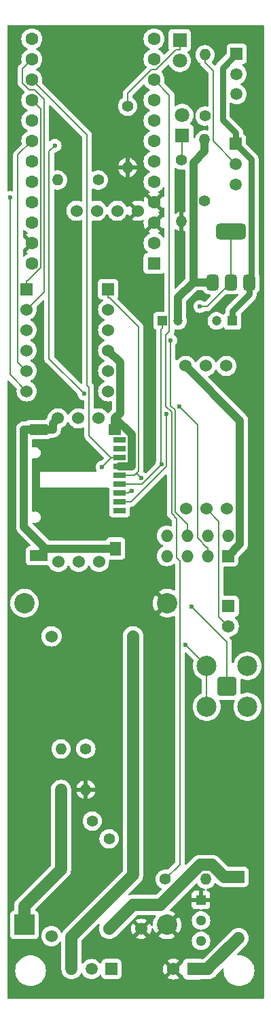
<source format=gbr>
%TF.GenerationSoftware,KiCad,Pcbnew,8.0.4*%
%TF.CreationDate,2024-10-29T21:41:18+06:00*%
%TF.ProjectId,PCB V0.6.3,50434220-5630-42e3-962e-332e6b696361,rev?*%
%TF.SameCoordinates,Original*%
%TF.FileFunction,Copper,L1,Top*%
%TF.FilePolarity,Positive*%
%FSLAX46Y46*%
G04 Gerber Fmt 4.6, Leading zero omitted, Abs format (unit mm)*
G04 Created by KiCad (PCBNEW 8.0.4) date 2024-10-29 21:41:18*
%MOMM*%
%LPD*%
G01*
G04 APERTURE LIST*
G04 Aperture macros list*
%AMRoundRect*
0 Rectangle with rounded corners*
0 $1 Rounding radius*
0 $2 $3 $4 $5 $6 $7 $8 $9 X,Y pos of 4 corners*
0 Add a 4 corners polygon primitive as box body*
4,1,4,$2,$3,$4,$5,$6,$7,$8,$9,$2,$3,0*
0 Add four circle primitives for the rounded corners*
1,1,$1+$1,$2,$3*
1,1,$1+$1,$4,$5*
1,1,$1+$1,$6,$7*
1,1,$1+$1,$8,$9*
0 Add four rect primitives between the rounded corners*
20,1,$1+$1,$2,$3,$4,$5,0*
20,1,$1+$1,$4,$5,$6,$7,0*
20,1,$1+$1,$6,$7,$8,$9,0*
20,1,$1+$1,$8,$9,$2,$3,0*%
G04 Aperture macros list end*
%TA.AperFunction,ComponentPad*%
%ADD10C,1.524000*%
%TD*%
%TA.AperFunction,ComponentPad*%
%ADD11R,1.800000X1.800000*%
%TD*%
%TA.AperFunction,ComponentPad*%
%ADD12C,1.800000*%
%TD*%
%TA.AperFunction,ComponentPad*%
%ADD13C,1.400000*%
%TD*%
%TA.AperFunction,ComponentPad*%
%ADD14O,1.400000X1.400000*%
%TD*%
%TA.AperFunction,ComponentPad*%
%ADD15R,2.540000X2.540000*%
%TD*%
%TA.AperFunction,ComponentPad*%
%ADD16C,2.540000*%
%TD*%
%TA.AperFunction,SMDPad,CuDef*%
%ADD17RoundRect,0.375000X0.375000X-0.625000X0.375000X0.625000X-0.375000X0.625000X-0.375000X-0.625000X0*%
%TD*%
%TA.AperFunction,SMDPad,CuDef*%
%ADD18RoundRect,0.500000X1.400000X-0.500000X1.400000X0.500000X-1.400000X0.500000X-1.400000X-0.500000X0*%
%TD*%
%TA.AperFunction,ComponentPad*%
%ADD19RoundRect,0.200100X0.949900X0.949900X-0.949900X0.949900X-0.949900X-0.949900X0.949900X-0.949900X0*%
%TD*%
%TA.AperFunction,ComponentPad*%
%ADD20C,2.500000*%
%TD*%
%TA.AperFunction,ComponentPad*%
%ADD21R,1.500000X1.500000*%
%TD*%
%TA.AperFunction,ComponentPad*%
%ADD22O,1.500000X1.500000*%
%TD*%
%TA.AperFunction,SMDPad,CuDef*%
%ADD23R,1.600000X0.700000*%
%TD*%
%TA.AperFunction,SMDPad,CuDef*%
%ADD24R,1.600000X1.400000*%
%TD*%
%TA.AperFunction,SMDPad,CuDef*%
%ADD25R,2.200000X1.400000*%
%TD*%
%TA.AperFunction,SMDPad,CuDef*%
%ADD26R,1.400000X1.800000*%
%TD*%
%TA.AperFunction,ComponentPad*%
%ADD27R,1.600000X1.600000*%
%TD*%
%TA.AperFunction,ComponentPad*%
%ADD28C,1.600000*%
%TD*%
%TA.AperFunction,ComponentPad*%
%ADD29R,1.200000X1.200000*%
%TD*%
%TA.AperFunction,ComponentPad*%
%ADD30C,1.200000*%
%TD*%
%TA.AperFunction,ComponentPad*%
%ADD31R,1.298000X1.298000*%
%TD*%
%TA.AperFunction,ComponentPad*%
%ADD32C,1.298000*%
%TD*%
%TA.AperFunction,ComponentPad*%
%ADD33R,1.575000X1.575000*%
%TD*%
%TA.AperFunction,ComponentPad*%
%ADD34C,1.575000*%
%TD*%
%TA.AperFunction,ComponentPad*%
%ADD35R,1.508000X1.508000*%
%TD*%
%TA.AperFunction,ComponentPad*%
%ADD36C,1.508000*%
%TD*%
%TA.AperFunction,ComponentPad*%
%ADD37R,1.524000X1.524000*%
%TD*%
%TA.AperFunction,ComponentPad*%
%ADD38O,1.524000X1.524000*%
%TD*%
%TA.AperFunction,ViaPad*%
%ADD39C,0.600000*%
%TD*%
%TA.AperFunction,Conductor*%
%ADD40C,0.200000*%
%TD*%
%TA.AperFunction,Conductor*%
%ADD41C,1.500000*%
%TD*%
%TA.AperFunction,Conductor*%
%ADD42C,1.000000*%
%TD*%
%TA.AperFunction,Conductor*%
%ADD43C,0.800000*%
%TD*%
G04 APERTURE END LIST*
D10*
%TO.P,U3,1,GND*%
%TO.N,V GND*%
X86405000Y-114320000D03*
%TO.P,U3,2,Tx/SDA*%
%TO.N,SDA*%
X88945000Y-114320000D03*
%TO.P,U3,3,Rx/SCL*%
%TO.N,SCL*%
X91485000Y-114320000D03*
%TO.P,U3,4,Vcc*%
%TO.N,5V*%
X86445000Y-132180000D03*
%TO.P,U3,5,PRB*%
%TO.N,Net-(J6-In)*%
X88985000Y-132180000D03*
%TO.P,U3,6,PRBG*%
%TO.N,Net-(J6-Ext)*%
X91525000Y-132180000D03*
%TD*%
D11*
%TO.P,D2,1,K*%
%TO.N,Net-(D2-K)*%
X101900000Y-79140000D03*
D12*
%TO.P,D2,2,A*%
%TO.N,Net-(D2-A)*%
X101900000Y-76600000D03*
%TD*%
D13*
%TO.P,R3,1*%
%TO.N,Net-(J4-Pad3)*%
X104700000Y-87310000D03*
D14*
%TO.P,R3,2*%
%TO.N,V GND*%
X104700000Y-79690000D03*
%TD*%
D15*
%TO.P,U5,1,Vin*%
%TO.N,CHRG rectified*%
X82230000Y-177300000D03*
D16*
%TO.P,U5,2,GND*%
%TO.N,GND*%
X100010000Y-177300000D03*
%TO.P,U5,3,GND*%
X100030000Y-137300000D03*
%TO.P,U5,4,Vout*%
%TO.N,5V*%
X82250000Y-137300000D03*
%TD*%
D13*
%TO.P,R2,1*%
%TO.N,V GND*%
X104750000Y-76720000D03*
D14*
%TO.P,R2,2*%
%TO.N,Net-(U2-D7)*%
X104750000Y-69100000D03*
%TD*%
D13*
%TO.P,R6,1*%
%TO.N,Net-(D3-K)*%
X95100000Y-75500000D03*
D14*
%TO.P,R6,2*%
%TO.N,GND*%
X95100000Y-83120000D03*
%TD*%
D17*
%TO.P,U8,1,ADJ*%
%TO.N,V GND*%
X105700000Y-97400000D03*
%TO.P,U8,2,VO*%
%TO.N,3.3V*%
X108000000Y-97400000D03*
D18*
X108000000Y-91100000D03*
D17*
%TO.P,U8,3,VI*%
%TO.N,5V*%
X110300000Y-97400000D03*
%TD*%
D11*
%TO.P,D3,1,K*%
%TO.N,Net-(D3-K)*%
X101600000Y-67300000D03*
D12*
%TO.P,D3,2,A*%
%TO.N,Net-(D3-A)*%
X101600000Y-69840000D03*
%TD*%
D13*
%TO.P,R7,1*%
%TO.N,CHRG rectified*%
X86800000Y-160500000D03*
D14*
%TO.P,R7,2*%
%TO.N,V_sense*%
X86800000Y-155420000D03*
%TD*%
D13*
%TO.P,,1*%
%TO.N,CHRG rectified*%
X90700000Y-164400000D03*
%TD*%
D19*
%TO.P,J6,1,In*%
%TO.N,Net-(J6-In)*%
X107500000Y-147650000D03*
D20*
%TO.P,J6,2,Ext*%
%TO.N,Net-(J6-Ext)*%
X110040000Y-150190000D03*
X110040000Y-145110000D03*
X104960000Y-150190000D03*
X104960000Y-145110000D03*
%TD*%
D10*
%TO.P,U4,1,GND*%
%TO.N,V GND*%
X102320000Y-107800000D03*
%TO.P,U4,2,Tx/SDA*%
%TO.N,SDA*%
X104860000Y-107800000D03*
%TO.P,U4,3,Rx/SCL*%
%TO.N,SCL*%
X107400000Y-107800000D03*
%TO.P,U4,4,Vcc*%
%TO.N,5V*%
X102360000Y-125560000D03*
%TO.P,U4,5,PRB*%
%TO.N,Net-(J1-Pad2)*%
X104900000Y-125560000D03*
%TO.P,U4,6,PRB*%
%TO.N,Net-(J1-Pad1)*%
X107440000Y-125560000D03*
%TD*%
D21*
%TO.P,D1,1,K*%
%TO.N,CHRG rectified*%
X108925000Y-171325000D03*
D22*
%TO.P,D1,2,A*%
%TO.N,CHRG IN*%
X108925000Y-178945000D03*
%TD*%
D13*
%TO.P,R8,1*%
%TO.N,V_sense*%
X89900000Y-155400000D03*
D14*
%TO.P,R8,2*%
%TO.N,GND*%
X89900000Y-160480000D03*
%TD*%
D13*
%TO.P,,1*%
%TO.N,CHRG rectified*%
X92800000Y-166600000D03*
%TD*%
D23*
%TO.P,P1,1,DAT2*%
%TO.N,unconnected-(P1-DAT2-Pad1)*%
X94100000Y-125800000D03*
%TO.P,P1,2,DAT3/CS*%
%TO.N,Net-(P1-DAT3{slash}CS)*%
X94100000Y-124700000D03*
%TO.P,P1,3,CMD/MOSI*%
%TO.N,Net-(P1-CMD{slash}MOSI)*%
X94100000Y-123600000D03*
%TO.P,P1,4,VDD*%
%TO.N,3.3V*%
X94100000Y-122500000D03*
%TO.P,P1,5,CLK/SCK*%
%TO.N,Net-(P1-CLK{slash}SCK)*%
X94100000Y-121400000D03*
%TO.P,P1,6,VSS*%
%TO.N,V GND*%
X94100000Y-120300000D03*
%TO.P,P1,7,DAT0/MISO*%
%TO.N,MISO*%
X94100000Y-119200000D03*
%TO.P,P1,8,DAT1*%
%TO.N,unconnected-(P1-DAT1-Pad8)*%
X94100000Y-118100000D03*
%TO.P,P1,9,CD*%
%TO.N,unconnected-(P1-CD-Pad9)*%
X94100000Y-117000000D03*
D24*
%TO.P,P1,G1,GND*%
%TO.N,V GND*%
X93500000Y-115700000D03*
D25*
%TO.P,P1,G2,GND*%
X84000000Y-115700000D03*
%TO.P,P1,G3,GND*%
X84000000Y-131400000D03*
D26*
%TO.P,P1,G4,GND*%
X93600000Y-130500000D03*
%TD*%
D27*
%TO.P,U2,1,TX*%
%TO.N,TX*%
X98400000Y-95060000D03*
D28*
%TO.P,U2,2,RX*%
%TO.N,RX*%
X98400000Y-92520000D03*
%TO.P,U2,3,GND*%
%TO.N,GND*%
X98400000Y-89980000D03*
%TO.P,U2,4,GND*%
X98400000Y-87440000D03*
%TO.P,U2,5,SDA*%
%TO.N,SDA*%
X98400000Y-84900000D03*
%TO.P,U2,6,SCL*%
%TO.N,SCL*%
X98400000Y-82360000D03*
%TO.P,U2,7,D4*%
%TO.N,Net-(D2-A)*%
X98400000Y-79820000D03*
%TO.P,U2,8,C6*%
%TO.N,Net-(U2-C6)*%
X98400000Y-77280000D03*
%TO.P,U2,9,D7*%
%TO.N,Net-(U2-D7)*%
X98400000Y-74740000D03*
%TO.P,U2,10,E6*%
%TO.N,P_EN*%
X98400000Y-72200000D03*
%TO.P,U2,11,B4*%
%TO.N,Net-(D3-A)*%
X98400000Y-69660000D03*
%TO.P,U2,12,B5*%
%TO.N,V_sense*%
X98400000Y-67120000D03*
%TO.P,U2,13,B6*%
%TO.N,unconnected-(U2-B6-Pad13)*%
X83160000Y-67120000D03*
%TO.P,U2,14,B2*%
%TO.N,MOSI*%
X83160000Y-69660000D03*
%TO.P,U2,15,B3*%
%TO.N,MISO*%
X83160000Y-72200000D03*
%TO.P,U2,16,B1*%
%TO.N,SCLK*%
X83160000Y-74740000D03*
%TO.P,U2,17,F7*%
%TO.N,NRF CS*%
X83160000Y-77280000D03*
%TO.P,U2,18,F6*%
%TO.N,NRF CE*%
X83160000Y-79820000D03*
%TO.P,U2,19,F5*%
%TO.N,SD CS*%
X83160000Y-82360000D03*
%TO.P,U2,20,F4*%
%TO.N,unconnected-(U2-F4-Pad20)*%
X83160000Y-84900000D03*
%TO.P,U2,21,VCC*%
%TO.N,5V*%
X83160000Y-87440000D03*
%TO.P,U2,22,RST*%
%TO.N,unconnected-(U2-RST-Pad22)*%
X83160000Y-89980000D03*
%TO.P,U2,23,GND*%
%TO.N,GND*%
X83160000Y-92520000D03*
%TO.P,U2,24,RAW*%
%TO.N,unconnected-(U2-RAW-Pad24)*%
X83160000Y-95060000D03*
%TD*%
D29*
%TO.P,C1,1*%
%TO.N,3.3V*%
X99400000Y-102200000D03*
D30*
%TO.P,C1,2*%
%TO.N,V GND*%
X101400000Y-102200000D03*
%TD*%
D13*
%TO.P,R4,1*%
%TO.N,Net-(U2-C6)*%
X91430000Y-84675000D03*
D14*
%TO.P,R4,2*%
%TO.N,5V*%
X86350000Y-84675000D03*
%TD*%
D31*
%TO.P,Q1,1*%
%TO.N,GND*%
X104250000Y-174200000D03*
D32*
%TO.P,Q1,2*%
%TO.N,Net-(Q1-Pad2)*%
X104250000Y-176740000D03*
%TO.P,Q1,3*%
%TO.N,V GND*%
X104250000Y-179280000D03*
%TD*%
D13*
%TO.P,R1,1*%
%TO.N,P_EN*%
X99775000Y-171625000D03*
D14*
%TO.P,R1,2*%
%TO.N,Net-(Q1-Pad2)*%
X104855000Y-171625000D03*
%TD*%
D13*
%TO.P,R5,1*%
%TO.N,Net-(D2-K)*%
X101800000Y-82200000D03*
D14*
%TO.P,R5,2*%
%TO.N,GND*%
X101800000Y-89820000D03*
%TD*%
D29*
%TO.P,C2,1*%
%TO.N,5V*%
X108172600Y-102200000D03*
D30*
%TO.P,C2,2*%
%TO.N,V GND*%
X106172600Y-102200000D03*
%TD*%
D33*
%TO.P,J5,1,1*%
%TO.N,CHRG IN*%
X103300000Y-182800000D03*
D34*
%TO.P,J5,2,2*%
%TO.N,GND*%
X100800000Y-182800000D03*
%TD*%
D10*
%TO.P,M8N_GPS1,1,Vcc*%
%TO.N,5V*%
X88720000Y-88500000D03*
%TO.P,M8N_GPS1,2,RX*%
%TO.N,TX*%
X91260000Y-88500000D03*
%TO.P,M8N_GPS1,3,TX*%
%TO.N,RX*%
X93800000Y-88500000D03*
%TO.P,M8N_GPS1,4,GND*%
%TO.N,GND*%
X96340000Y-88500000D03*
%TD*%
D35*
%TO.P,J3,1,1*%
%TO.N,BAT+*%
X93100000Y-182800000D03*
D36*
%TO.P,J3,2,2*%
%TO.N,BAT M*%
X90600000Y-182800000D03*
%TO.P,J3,3,3*%
%TO.N,BAT -*%
X88100000Y-182800000D03*
%TD*%
D37*
%TO.P,U1,1,GND*%
%TO.N,V GND*%
X107610000Y-131443500D03*
D38*
%TO.P,U1,2,VCC*%
%TO.N,3.3V*%
X107610000Y-128903500D03*
%TO.P,U1,3,CE*%
%TO.N,Net-(U1-CE)*%
X105070000Y-131443500D03*
%TO.P,U1,4,~{CSN}*%
%TO.N,NRF CS*%
X105070000Y-128903500D03*
%TO.P,U1,5,SCK*%
%TO.N,Net-(P1-CLK{slash}SCK)*%
X102530000Y-131443500D03*
%TO.P,U1,6,MOSI*%
%TO.N,Net-(P1-CMD{slash}MOSI)*%
X102530000Y-128903500D03*
%TO.P,U1,7,MISO*%
%TO.N,MISO*%
X99990000Y-131443500D03*
%TO.P,U1,8,IRQ*%
%TO.N,unconnected-(U1-IRQ-Pad8)*%
X99990000Y-128903500D03*
%TD*%
D35*
%TO.P,J4,1,1*%
%TO.N,5V*%
X108600000Y-80200000D03*
D36*
%TO.P,J4,2,2*%
%TO.N,Net-(U2-D7)*%
X108600000Y-82700000D03*
%TO.P,J4,3,3*%
%TO.N,Net-(J4-Pad3)*%
X108600000Y-85200000D03*
%TD*%
D35*
%TO.P,J2,1,1*%
%TO.N,5V*%
X108700000Y-69000000D03*
D36*
%TO.P,J2,2,2*%
%TO.N,Net-(U2-C6)*%
X108700000Y-71500000D03*
%TO.P,J2,3,3*%
%TO.N,V GND*%
X108700000Y-74000000D03*
%TD*%
D10*
%TO.P,U6,1,P-*%
%TO.N,GND*%
X96800000Y-177800000D03*
%TO.P,U6,2,P+*%
%TO.N,CHRG rectified*%
X92800000Y-177800000D03*
%TO.P,U6,3,B-*%
%TO.N,BAT -*%
X95780000Y-141420000D03*
%TO.P,U6,4,BM*%
%TO.N,BAT M*%
X85600000Y-178700000D03*
%TO.P,U6,5,B+*%
%TO.N,BAT+*%
X85620000Y-141420000D03*
%TD*%
%TO.P,U7,GND_1,GND*%
%TO.N,V GND*%
X82520000Y-105870000D03*
%TO.P,U7,GND_2,GND*%
X92680000Y-105870000D03*
%TO.P,U7,HV,HV*%
%TO.N,5V*%
X82520000Y-103330000D03*
D37*
%TO.P,U7,HV1,HV1*%
%TO.N,SCLK*%
X82520000Y-98250000D03*
D10*
%TO.P,U7,HV2,HV2*%
%TO.N,MOSI*%
X82520000Y-100790000D03*
%TO.P,U7,HV3,HV3*%
%TO.N,NRF CE*%
X82520000Y-108410000D03*
%TO.P,U7,HV4,HV4*%
%TO.N,SD CS*%
X82520000Y-110950000D03*
%TO.P,U7,LV,LV*%
%TO.N,3.3V*%
X92680000Y-103330000D03*
D37*
%TO.P,U7,LV1,LV1*%
%TO.N,Net-(P1-CLK{slash}SCK)*%
X92680000Y-98250000D03*
D10*
%TO.P,U7,LV2,LV2*%
%TO.N,Net-(P1-CMD{slash}MOSI)*%
X92680000Y-100790000D03*
%TO.P,U7,LV3,LV3*%
%TO.N,Net-(U1-CE)*%
X92680000Y-108410000D03*
%TO.P,U7,LV4,LV4*%
%TO.N,Net-(P1-DAT3{slash}CS)*%
X92680000Y-110950000D03*
%TD*%
D33*
%TO.P,J1,1,1*%
%TO.N,Net-(J1-Pad1)*%
X107675000Y-137682500D03*
D34*
%TO.P,J1,2,2*%
%TO.N,Net-(J1-Pad2)*%
X107675000Y-140182500D03*
%TD*%
D39*
%TO.N,Net-(P1-DAT3{slash}CS)*%
X99896000Y-113769500D03*
%TO.N,Net-(U1-CE)*%
X101517500Y-112851200D03*
%TO.N,NRF CS*%
X89652600Y-111253500D03*
X86063700Y-80393100D03*
%TO.N,SD CS*%
X80470500Y-86844500D03*
%TO.N,Net-(J6-In)*%
X103051000Y-137720400D03*
%TO.N,Net-(J6-Ext)*%
X102298800Y-142478900D03*
%TO.N,GND*%
X88800000Y-86500000D03*
X86525000Y-88875000D03*
%TO.N,3.3V*%
X99342400Y-120053700D03*
X104099300Y-100410200D03*
%TO.N,Net-(P1-CLK{slash}SCK)*%
X96779900Y-121750300D03*
%TO.N,Net-(P1-CMD{slash}MOSI)*%
X100477000Y-104585100D03*
X95624500Y-123353200D03*
%TO.N,MISO*%
X91933400Y-120364600D03*
%TD*%
D40*
%TO.N,Net-(U2-D7)*%
X104750000Y-70101700D02*
X105751700Y-71103400D01*
X105751700Y-79851700D02*
X108600000Y-82700000D01*
X104750000Y-69100000D02*
X104750000Y-70101700D01*
X105751700Y-71103400D02*
X105751700Y-79851700D01*
%TO.N,Net-(P1-DAT3{slash}CS)*%
X99896000Y-113769500D02*
X99972800Y-113846300D01*
X99972800Y-120300300D02*
X95573100Y-124700000D01*
X99972800Y-113846300D02*
X99972800Y-120300300D01*
X95573100Y-124700000D02*
X94100000Y-124700000D01*
%TO.N,Net-(D2-K)*%
X101800000Y-82200000D02*
X101900000Y-82100000D01*
X101900000Y-82100000D02*
X101900000Y-79140000D01*
%TO.N,P_EN*%
X101220600Y-126790000D02*
X101220600Y-131638400D01*
X100604800Y-126174200D02*
X101220600Y-126790000D01*
X99875300Y-103963200D02*
X99875300Y-112798000D01*
X99875300Y-112798000D02*
X100604800Y-113527500D01*
X101601700Y-132019500D02*
X101601700Y-169798300D01*
X101601700Y-169798300D02*
X99775000Y-171625000D01*
X100312100Y-74112100D02*
X100312100Y-103526400D01*
X100312100Y-103526400D02*
X99875300Y-103963200D01*
X98400000Y-72200000D02*
X100312100Y-74112100D01*
X101220600Y-131638400D02*
X101601700Y-132019500D01*
X100604800Y-113527500D02*
X100604800Y-126174200D01*
%TO.N,Net-(U1-CE)*%
X105070000Y-130379800D02*
X104959800Y-130379800D01*
X103800000Y-115133700D02*
X101517500Y-112851200D01*
X105070000Y-131443500D02*
X105070000Y-130379800D01*
X104959800Y-130379800D02*
X103800000Y-129220000D01*
X103800000Y-129220000D02*
X103800000Y-115133700D01*
%TO.N,NRF CS*%
X89652600Y-111253500D02*
X85331000Y-106931900D01*
X85331000Y-81125800D02*
X86063700Y-80393100D01*
X85331000Y-106931900D02*
X85331000Y-81125800D01*
%TO.N,NRF CE*%
X81431000Y-81549000D02*
X81431000Y-107321000D01*
X83160000Y-79820000D02*
X81431000Y-81549000D01*
X81431000Y-107321000D02*
X82520000Y-108410000D01*
%TO.N,Net-(D3-K)*%
X98701100Y-70930000D02*
X98088000Y-70930000D01*
X98088000Y-70930000D02*
X95100000Y-73918000D01*
X95100000Y-73918000D02*
X95100000Y-75500000D01*
X101129400Y-68501700D02*
X98701100Y-70930000D01*
X101600000Y-67300000D02*
X101600000Y-68501700D01*
X101600000Y-68501700D02*
X101129400Y-68501700D01*
%TO.N,SD CS*%
X80470500Y-108900500D02*
X80470500Y-86844500D01*
X82520000Y-110950000D02*
X80470500Y-108900500D01*
%TO.N,Net-(J6-In)*%
X107500000Y-147650000D02*
X107500000Y-142169400D01*
X107500000Y-142169400D02*
X103051000Y-137720400D01*
%TO.N,Net-(J6-Ext)*%
X104960000Y-145110000D02*
X104960000Y-150190000D01*
X104929900Y-145110000D02*
X102298800Y-142478900D01*
X104960000Y-145110000D02*
X104929900Y-145110000D01*
D41*
%TO.N,CHRG IN*%
X103300000Y-182800000D02*
X105139200Y-182800000D01*
X105139200Y-182730800D02*
X108925000Y-178945000D01*
X105139200Y-182800000D02*
X105139200Y-182730800D01*
%TO.N,CHRG rectified*%
X105644700Y-169846400D02*
X104135400Y-169846400D01*
X86800000Y-170408300D02*
X82230000Y-174978300D01*
X108925000Y-171325000D02*
X107123300Y-171325000D01*
X99179300Y-174802500D02*
X95797500Y-174802500D01*
X107123300Y-171325000D02*
X105644700Y-169846400D01*
X82230000Y-177300000D02*
X82230000Y-174978300D01*
X86800000Y-160500000D02*
X86800000Y-170408300D01*
X95797500Y-174802500D02*
X92800000Y-177800000D01*
X104135400Y-169846400D02*
X99179300Y-174802500D01*
%TO.N,BAT -*%
X95780000Y-141420000D02*
X95780000Y-171082900D01*
X88100000Y-178762900D02*
X88100000Y-182800000D01*
X95780000Y-171082900D02*
X88100000Y-178762900D01*
D42*
%TO.N,GND*%
X86525000Y-88627419D02*
X86614000Y-88538419D01*
X86614000Y-87376000D02*
X87490000Y-86500000D01*
X86525000Y-88875000D02*
X86525000Y-88627419D01*
X87490000Y-86500000D02*
X88800000Y-86500000D01*
X86614000Y-88538419D02*
X86614000Y-87376000D01*
D40*
%TO.N,3.3V*%
X104099300Y-100410200D02*
X104989800Y-100410200D01*
X99400000Y-102200000D02*
X99400000Y-103101700D01*
X95201700Y-122500000D02*
X96896100Y-122500000D01*
X99400000Y-103101700D02*
X99294300Y-103207400D01*
X104989800Y-100410200D02*
X108000000Y-97400000D01*
X96896100Y-122500000D02*
X99342400Y-120053700D01*
X108000000Y-91100000D02*
X108000000Y-97400000D01*
X99294300Y-103207400D02*
X99294300Y-120005600D01*
X99294300Y-120005600D02*
X99342400Y-120053700D01*
X94100000Y-122500000D02*
X95201700Y-122500000D01*
D42*
%TO.N,V GND*%
X84900000Y-130500000D02*
X82198300Y-127798300D01*
X94149300Y-107339300D02*
X94149300Y-113649000D01*
X84900000Y-130500000D02*
X84000000Y-131400000D01*
X103298300Y-97400000D02*
X101400000Y-99298300D01*
X82198300Y-127798300D02*
X82198300Y-115700000D01*
X103298300Y-82493400D02*
X103298300Y-97400000D01*
X93500000Y-115700000D02*
X93500000Y-114298300D01*
X93540700Y-114257600D02*
X93500000Y-114298300D01*
X104700000Y-81091700D02*
X103298300Y-82493400D01*
X95601700Y-116318700D02*
X95601700Y-120300000D01*
X84000000Y-115700000D02*
X85801700Y-115700000D01*
X93540700Y-114257600D02*
X95601700Y-116318700D01*
X94149300Y-113649000D02*
X93540700Y-114257600D01*
X86405000Y-114320000D02*
X85801700Y-114923300D01*
X94100000Y-120300000D02*
X95601700Y-120300000D01*
X101400000Y-99298300D02*
X101400000Y-102200000D01*
X85801700Y-114923300D02*
X85801700Y-115700000D01*
X92680000Y-105870000D02*
X94149300Y-107339300D01*
X102320000Y-107800000D02*
X109103700Y-114583700D01*
X93600000Y-130500000D02*
X84900000Y-130500000D01*
X109103700Y-114583700D02*
X109103700Y-129949800D01*
X84000000Y-115700000D02*
X82198300Y-115700000D01*
X109103700Y-129949800D02*
X107610000Y-131443500D01*
X104700000Y-79690000D02*
X104700000Y-81091700D01*
X103298300Y-97400000D02*
X105700000Y-97400000D01*
D43*
%TO.N,5V*%
X106934000Y-70766000D02*
X108700000Y-69000000D01*
X110543700Y-82143700D02*
X108600000Y-80200000D01*
X110300000Y-98870900D02*
X110300000Y-97400000D01*
X108600000Y-78844300D02*
X106934000Y-77178300D01*
X106934000Y-77178300D02*
X106934000Y-70766000D01*
X110543700Y-97156300D02*
X110543700Y-82143700D01*
X108172600Y-100998300D02*
X110300000Y-98870900D01*
X108600000Y-80200000D02*
X108600000Y-78844300D01*
X108172600Y-102200000D02*
X108172600Y-100998300D01*
X110300000Y-97400000D02*
X110543700Y-97156300D01*
D40*
%TO.N,Net-(J1-Pad2)*%
X106483000Y-138990500D02*
X106483000Y-127143000D01*
X107675000Y-140182500D02*
X106483000Y-138990500D01*
X106483000Y-127143000D02*
X104900000Y-125560000D01*
%TO.N,Net-(P1-CLK{slash}SCK)*%
X96181600Y-121152000D02*
X96779900Y-121750300D01*
X96181600Y-121152000D02*
X96425600Y-120908000D01*
X92680000Y-98250000D02*
X92680000Y-99313700D01*
X96425600Y-120908000D02*
X96425600Y-102926300D01*
X92813000Y-99313700D02*
X92680000Y-99313700D01*
X96425600Y-102926300D02*
X92813000Y-99313700D01*
X95933600Y-121400000D02*
X96181600Y-121152000D01*
X94100000Y-121400000D02*
X95933600Y-121400000D01*
%TO.N,Net-(P1-CMD{slash}MOSI)*%
X101009900Y-113280700D02*
X101009900Y-125956000D01*
X102530000Y-127476100D02*
X102530000Y-128903500D01*
X95624500Y-123353200D02*
X95448500Y-123353200D01*
X101009900Y-125956000D02*
X102530000Y-127476100D01*
X100477000Y-112747800D02*
X101009900Y-113280700D01*
X94100000Y-123600000D02*
X95201700Y-123600000D01*
X100477000Y-104585100D02*
X100477000Y-112747800D01*
X95448500Y-123353200D02*
X95201700Y-123600000D01*
%TO.N,MISO*%
X90318500Y-116520200D02*
X92998300Y-119200000D01*
X90052600Y-110175300D02*
X90318500Y-110441200D01*
X90052600Y-79092600D02*
X90052600Y-110175300D01*
X92998300Y-119299700D02*
X92998300Y-119200000D01*
X91933400Y-120364600D02*
X92998300Y-119299700D01*
X94100000Y-119200000D02*
X92998300Y-119200000D01*
X90318500Y-110441200D02*
X90318500Y-116520200D01*
X83160000Y-72200000D02*
X90052600Y-79092600D01*
%TO.N,MOSI*%
X84704000Y-98606000D02*
X84704000Y-74684600D01*
X82007500Y-72608100D02*
X82007500Y-70812500D01*
X84704000Y-74684600D02*
X83489400Y-73470000D01*
X83489400Y-73470000D02*
X82869400Y-73470000D01*
X82520000Y-100790000D02*
X84704000Y-98606000D01*
X82007500Y-70812500D02*
X83160000Y-69660000D01*
X82869400Y-73470000D02*
X82007500Y-72608100D01*
%TO.N,SCLK*%
X84281300Y-75861300D02*
X83160000Y-74740000D01*
X82520000Y-97186300D02*
X82653000Y-97186300D01*
X84281300Y-95558000D02*
X84281300Y-75861300D01*
X82653000Y-97186300D02*
X84281300Y-95558000D01*
X82520000Y-98250000D02*
X82520000Y-97186300D01*
%TD*%
%TA.AperFunction,Conductor*%
%TO.N,GND*%
G36*
X112042539Y-65420185D02*
G01*
X112088294Y-65472989D01*
X112099500Y-65524500D01*
X112099500Y-186375500D01*
X112079815Y-186442539D01*
X112027011Y-186488294D01*
X111975500Y-186499500D01*
X80224500Y-186499500D01*
X80157461Y-186479815D01*
X80111706Y-186427011D01*
X80100500Y-186375500D01*
X80100500Y-182999998D01*
X81080395Y-182999998D01*
X81080395Y-183000001D01*
X81099934Y-183273188D01*
X81099935Y-183273195D01*
X81155919Y-183530550D01*
X81158152Y-183540815D01*
X81253866Y-183797433D01*
X81253868Y-183797438D01*
X81385122Y-184037811D01*
X81385127Y-184037819D01*
X81549252Y-184257066D01*
X81549268Y-184257084D01*
X81742915Y-184450731D01*
X81742933Y-184450747D01*
X81962180Y-184614872D01*
X81962188Y-184614877D01*
X82202561Y-184746131D01*
X82202560Y-184746131D01*
X82202564Y-184746132D01*
X82202567Y-184746134D01*
X82459185Y-184841848D01*
X82726812Y-184900066D01*
X82980460Y-184918207D01*
X82999999Y-184919605D01*
X83000000Y-184919605D01*
X83000001Y-184919605D01*
X83018235Y-184918300D01*
X83273188Y-184900066D01*
X83540815Y-184841848D01*
X83797433Y-184746134D01*
X84037817Y-184614874D01*
X84257074Y-184450741D01*
X84450741Y-184257074D01*
X84614874Y-184037817D01*
X84746134Y-183797433D01*
X84841848Y-183540815D01*
X84900066Y-183273188D01*
X84919605Y-183000000D01*
X84900066Y-182726812D01*
X84841848Y-182459185D01*
X84746134Y-182202567D01*
X84728544Y-182170354D01*
X84614877Y-181962188D01*
X84614872Y-181962180D01*
X84450747Y-181742933D01*
X84450731Y-181742915D01*
X84257084Y-181549268D01*
X84257066Y-181549252D01*
X84037819Y-181385127D01*
X84037811Y-181385122D01*
X83797438Y-181253868D01*
X83797439Y-181253868D01*
X83747468Y-181235230D01*
X83540815Y-181158152D01*
X83540808Y-181158150D01*
X83540807Y-181158150D01*
X83273195Y-181099935D01*
X83273188Y-181099934D01*
X83000001Y-181080395D01*
X82999999Y-181080395D01*
X82726811Y-181099934D01*
X82726804Y-181099935D01*
X82459192Y-181158150D01*
X82459188Y-181158151D01*
X82459185Y-181158152D01*
X82274489Y-181227040D01*
X82202561Y-181253868D01*
X81962188Y-181385122D01*
X81962180Y-181385127D01*
X81742933Y-181549252D01*
X81742915Y-181549268D01*
X81549268Y-181742915D01*
X81549252Y-181742933D01*
X81385127Y-181962180D01*
X81385122Y-181962188D01*
X81253868Y-182202561D01*
X81253866Y-182202567D01*
X81158152Y-182459185D01*
X81158151Y-182459188D01*
X81158150Y-182459192D01*
X81099935Y-182726804D01*
X81099934Y-182726811D01*
X81080395Y-182999998D01*
X80100500Y-182999998D01*
X80100500Y-175982135D01*
X80459500Y-175982135D01*
X80459500Y-178617870D01*
X80459501Y-178617876D01*
X80465908Y-178677483D01*
X80516202Y-178812328D01*
X80516206Y-178812335D01*
X80602452Y-178927544D01*
X80602455Y-178927547D01*
X80717664Y-179013793D01*
X80717671Y-179013797D01*
X80852517Y-179064091D01*
X80852516Y-179064091D01*
X80859444Y-179064835D01*
X80912127Y-179070500D01*
X83547872Y-179070499D01*
X83607483Y-179064091D01*
X83742331Y-179013796D01*
X83857546Y-178927546D01*
X83943796Y-178812331D01*
X83994091Y-178677483D01*
X84000500Y-178617873D01*
X84000499Y-175982128D01*
X83994091Y-175922517D01*
X83975258Y-175872024D01*
X83943797Y-175787671D01*
X83943793Y-175787664D01*
X83857547Y-175672455D01*
X83857544Y-175672452D01*
X83742335Y-175586206D01*
X83742329Y-175586203D01*
X83666910Y-175558073D01*
X83610977Y-175516201D01*
X83586560Y-175450737D01*
X83601412Y-175382464D01*
X83622560Y-175354213D01*
X87753828Y-171222946D01*
X87869524Y-171063705D01*
X87958884Y-170888326D01*
X88019709Y-170701126D01*
X88025767Y-170662876D01*
X88050500Y-170506722D01*
X88050500Y-166599999D01*
X91594357Y-166599999D01*
X91594357Y-166600000D01*
X91614884Y-166821535D01*
X91614885Y-166821537D01*
X91675769Y-167035523D01*
X91675775Y-167035538D01*
X91774938Y-167234683D01*
X91774943Y-167234691D01*
X91909020Y-167412238D01*
X92073437Y-167562123D01*
X92073439Y-167562125D01*
X92262595Y-167679245D01*
X92262596Y-167679245D01*
X92262599Y-167679247D01*
X92470060Y-167759618D01*
X92688757Y-167800500D01*
X92688759Y-167800500D01*
X92911241Y-167800500D01*
X92911243Y-167800500D01*
X93129940Y-167759618D01*
X93337401Y-167679247D01*
X93526562Y-167562124D01*
X93690981Y-167412236D01*
X93825058Y-167234689D01*
X93924229Y-167035528D01*
X93985115Y-166821536D01*
X94005643Y-166600000D01*
X93985115Y-166378464D01*
X93924229Y-166164472D01*
X93924224Y-166164461D01*
X93825061Y-165965316D01*
X93825056Y-165965308D01*
X93690979Y-165787761D01*
X93526562Y-165637876D01*
X93526560Y-165637874D01*
X93337404Y-165520754D01*
X93337398Y-165520752D01*
X93129940Y-165440382D01*
X92911243Y-165399500D01*
X92688757Y-165399500D01*
X92470060Y-165440382D01*
X92369743Y-165479245D01*
X92262601Y-165520752D01*
X92262595Y-165520754D01*
X92073439Y-165637874D01*
X92073437Y-165637876D01*
X91909020Y-165787761D01*
X91774943Y-165965308D01*
X91774938Y-165965316D01*
X91675775Y-166164461D01*
X91675769Y-166164476D01*
X91614885Y-166378462D01*
X91614884Y-166378464D01*
X91594357Y-166599999D01*
X88050500Y-166599999D01*
X88050500Y-164399999D01*
X89494357Y-164399999D01*
X89494357Y-164400000D01*
X89514884Y-164621535D01*
X89514885Y-164621537D01*
X89575769Y-164835523D01*
X89575775Y-164835538D01*
X89674938Y-165034683D01*
X89674943Y-165034691D01*
X89809020Y-165212238D01*
X89973437Y-165362123D01*
X89973439Y-165362125D01*
X90162595Y-165479245D01*
X90162596Y-165479245D01*
X90162599Y-165479247D01*
X90370060Y-165559618D01*
X90588757Y-165600500D01*
X90588759Y-165600500D01*
X90811241Y-165600500D01*
X90811243Y-165600500D01*
X91029940Y-165559618D01*
X91237401Y-165479247D01*
X91426562Y-165362124D01*
X91590981Y-165212236D01*
X91725058Y-165034689D01*
X91824229Y-164835528D01*
X91885115Y-164621536D01*
X91905643Y-164400000D01*
X91885115Y-164178464D01*
X91824229Y-163964472D01*
X91824224Y-163964461D01*
X91725061Y-163765316D01*
X91725056Y-163765308D01*
X91590979Y-163587761D01*
X91426562Y-163437876D01*
X91426560Y-163437874D01*
X91237404Y-163320754D01*
X91237398Y-163320752D01*
X91029940Y-163240382D01*
X90811243Y-163199500D01*
X90588757Y-163199500D01*
X90370060Y-163240382D01*
X90238864Y-163291207D01*
X90162601Y-163320752D01*
X90162595Y-163320754D01*
X89973439Y-163437874D01*
X89973437Y-163437876D01*
X89809020Y-163587761D01*
X89674943Y-163765308D01*
X89674938Y-163765316D01*
X89575775Y-163964461D01*
X89575769Y-163964476D01*
X89514885Y-164178462D01*
X89514884Y-164178464D01*
X89494357Y-164399999D01*
X88050500Y-164399999D01*
X88050500Y-160730000D01*
X88723505Y-160730000D01*
X88776239Y-160915349D01*
X88875368Y-161114425D01*
X89009391Y-161291900D01*
X89173738Y-161441721D01*
X89362820Y-161558797D01*
X89362822Y-161558798D01*
X89570195Y-161639135D01*
X89650000Y-161654052D01*
X90150000Y-161654052D01*
X90229804Y-161639135D01*
X90437177Y-161558798D01*
X90437179Y-161558797D01*
X90626261Y-161441721D01*
X90790608Y-161291900D01*
X90924631Y-161114425D01*
X91023760Y-160915349D01*
X91076495Y-160730000D01*
X90150000Y-160730000D01*
X90150000Y-161654052D01*
X89650000Y-161654052D01*
X89650000Y-160730000D01*
X88723505Y-160730000D01*
X88050500Y-160730000D01*
X88050500Y-160433922D01*
X89550000Y-160433922D01*
X89550000Y-160526078D01*
X89573852Y-160615095D01*
X89619930Y-160694905D01*
X89685095Y-160760070D01*
X89764905Y-160806148D01*
X89853922Y-160830000D01*
X89946078Y-160830000D01*
X90035095Y-160806148D01*
X90114905Y-160760070D01*
X90180070Y-160694905D01*
X90226148Y-160615095D01*
X90250000Y-160526078D01*
X90250000Y-160433922D01*
X90226148Y-160344905D01*
X90180070Y-160265095D01*
X90144975Y-160230000D01*
X90150000Y-160230000D01*
X91076495Y-160230000D01*
X91023760Y-160044650D01*
X90924631Y-159845574D01*
X90790608Y-159668099D01*
X90626261Y-159518278D01*
X90437179Y-159401202D01*
X90437177Y-159401201D01*
X90229799Y-159320864D01*
X90150000Y-159305946D01*
X90150000Y-160230000D01*
X90144975Y-160230000D01*
X90114905Y-160199930D01*
X90035095Y-160153852D01*
X89946078Y-160130000D01*
X89853922Y-160130000D01*
X89764905Y-160153852D01*
X89685095Y-160199930D01*
X89619930Y-160265095D01*
X89573852Y-160344905D01*
X89550000Y-160433922D01*
X88050500Y-160433922D01*
X88050500Y-160401577D01*
X88023324Y-160230000D01*
X88723505Y-160230000D01*
X89650000Y-160230000D01*
X89650000Y-159305946D01*
X89570200Y-159320864D01*
X89362822Y-159401201D01*
X89362820Y-159401202D01*
X89173738Y-159518278D01*
X89009391Y-159668099D01*
X88875368Y-159845574D01*
X88776239Y-160044650D01*
X88723505Y-160230000D01*
X88023324Y-160230000D01*
X88019709Y-160207173D01*
X87958882Y-160019970D01*
X87911743Y-159927455D01*
X87869524Y-159844595D01*
X87753828Y-159685354D01*
X87614646Y-159546172D01*
X87455405Y-159430476D01*
X87280029Y-159341117D01*
X87092826Y-159280290D01*
X86898422Y-159249500D01*
X86898417Y-159249500D01*
X86701583Y-159249500D01*
X86701578Y-159249500D01*
X86507173Y-159280290D01*
X86319970Y-159341117D01*
X86144594Y-159430476D01*
X86053741Y-159496485D01*
X85985354Y-159546172D01*
X85985352Y-159546174D01*
X85985351Y-159546174D01*
X85846174Y-159685351D01*
X85846174Y-159685352D01*
X85846172Y-159685354D01*
X85796485Y-159753741D01*
X85730476Y-159844594D01*
X85641117Y-160019970D01*
X85580290Y-160207173D01*
X85549500Y-160401577D01*
X85549500Y-169838964D01*
X85529815Y-169906003D01*
X85513181Y-169926645D01*
X81276174Y-174163651D01*
X81276174Y-174163652D01*
X81276172Y-174163654D01*
X81226485Y-174232041D01*
X81160476Y-174322894D01*
X81070669Y-174499151D01*
X81069608Y-174502912D01*
X81010291Y-174685469D01*
X81010291Y-174685472D01*
X80979500Y-174879877D01*
X80979500Y-175410873D01*
X80959815Y-175477912D01*
X80907011Y-175523667D01*
X80868756Y-175534162D01*
X80852519Y-175535907D01*
X80717671Y-175586202D01*
X80717664Y-175586206D01*
X80602455Y-175672452D01*
X80602452Y-175672455D01*
X80516206Y-175787664D01*
X80516202Y-175787671D01*
X80465908Y-175922517D01*
X80461730Y-175961384D01*
X80459501Y-175982123D01*
X80459500Y-175982135D01*
X80100500Y-175982135D01*
X80100500Y-155419999D01*
X85594357Y-155419999D01*
X85594357Y-155420000D01*
X85614884Y-155641535D01*
X85614885Y-155641537D01*
X85675769Y-155855523D01*
X85675775Y-155855538D01*
X85774938Y-156054683D01*
X85774943Y-156054691D01*
X85909020Y-156232238D01*
X86073437Y-156382123D01*
X86073439Y-156382125D01*
X86262595Y-156499245D01*
X86262596Y-156499245D01*
X86262599Y-156499247D01*
X86470060Y-156579618D01*
X86688757Y-156620500D01*
X86688759Y-156620500D01*
X86911241Y-156620500D01*
X86911243Y-156620500D01*
X87129940Y-156579618D01*
X87337401Y-156499247D01*
X87526562Y-156382124D01*
X87690981Y-156232236D01*
X87825058Y-156054689D01*
X87924229Y-155855528D01*
X87985115Y-155641536D01*
X88005643Y-155420000D01*
X88003790Y-155399999D01*
X88694357Y-155399999D01*
X88694357Y-155400000D01*
X88714884Y-155621535D01*
X88714885Y-155621537D01*
X88775769Y-155835523D01*
X88775775Y-155835538D01*
X88874938Y-156034683D01*
X88874943Y-156034691D01*
X89009020Y-156212238D01*
X89173437Y-156362123D01*
X89173439Y-156362125D01*
X89362595Y-156479245D01*
X89362596Y-156479245D01*
X89362599Y-156479247D01*
X89570060Y-156559618D01*
X89788757Y-156600500D01*
X89788759Y-156600500D01*
X90011241Y-156600500D01*
X90011243Y-156600500D01*
X90229940Y-156559618D01*
X90437401Y-156479247D01*
X90626562Y-156362124D01*
X90790981Y-156212236D01*
X90925058Y-156034689D01*
X91024229Y-155835528D01*
X91085115Y-155621536D01*
X91105643Y-155400000D01*
X91085115Y-155178464D01*
X91024229Y-154964472D01*
X91024224Y-154964461D01*
X90925061Y-154765316D01*
X90925056Y-154765308D01*
X90790979Y-154587761D01*
X90626562Y-154437876D01*
X90626560Y-154437874D01*
X90437404Y-154320754D01*
X90437398Y-154320752D01*
X90229940Y-154240382D01*
X90011243Y-154199500D01*
X89788757Y-154199500D01*
X89570060Y-154240382D01*
X89438864Y-154291207D01*
X89362601Y-154320752D01*
X89362595Y-154320754D01*
X89173439Y-154437874D01*
X89173437Y-154437876D01*
X89009020Y-154587761D01*
X88874943Y-154765308D01*
X88874938Y-154765316D01*
X88775775Y-154964461D01*
X88775769Y-154964476D01*
X88714885Y-155178462D01*
X88714884Y-155178464D01*
X88694357Y-155399999D01*
X88003790Y-155399999D01*
X87985115Y-155198464D01*
X87924229Y-154984472D01*
X87924224Y-154984461D01*
X87825061Y-154785316D01*
X87825056Y-154785308D01*
X87690979Y-154607761D01*
X87526562Y-154457876D01*
X87526560Y-154457874D01*
X87337404Y-154340754D01*
X87337398Y-154340752D01*
X87129940Y-154260382D01*
X86911243Y-154219500D01*
X86688757Y-154219500D01*
X86470060Y-154260382D01*
X86338864Y-154311207D01*
X86262601Y-154340752D01*
X86262595Y-154340754D01*
X86073439Y-154457874D01*
X86073437Y-154457876D01*
X85909020Y-154607761D01*
X85774943Y-154785308D01*
X85774938Y-154785316D01*
X85675775Y-154984461D01*
X85675769Y-154984476D01*
X85614885Y-155198462D01*
X85614884Y-155198464D01*
X85594357Y-155419999D01*
X80100500Y-155419999D01*
X80100500Y-141419997D01*
X84352677Y-141419997D01*
X84352677Y-141420002D01*
X84371929Y-141640062D01*
X84371930Y-141640070D01*
X84429104Y-141853445D01*
X84429105Y-141853447D01*
X84429106Y-141853450D01*
X84486549Y-141976637D01*
X84522466Y-142053662D01*
X84522468Y-142053666D01*
X84649170Y-142234615D01*
X84649175Y-142234621D01*
X84805378Y-142390824D01*
X84805384Y-142390829D01*
X84986333Y-142517531D01*
X84986335Y-142517532D01*
X84986338Y-142517534D01*
X85186550Y-142610894D01*
X85399932Y-142668070D01*
X85557123Y-142681822D01*
X85619998Y-142687323D01*
X85620000Y-142687323D01*
X85620002Y-142687323D01*
X85675017Y-142682509D01*
X85840068Y-142668070D01*
X86053450Y-142610894D01*
X86253662Y-142517534D01*
X86434620Y-142390826D01*
X86590826Y-142234620D01*
X86717534Y-142053662D01*
X86810894Y-141853450D01*
X86868070Y-141640068D01*
X86887323Y-141420000D01*
X86868070Y-141199932D01*
X86810894Y-140986550D01*
X86717534Y-140786339D01*
X86604362Y-140624711D01*
X86590827Y-140605381D01*
X86590823Y-140605377D01*
X86434620Y-140449174D01*
X86434616Y-140449171D01*
X86434615Y-140449170D01*
X86253666Y-140322468D01*
X86253662Y-140322466D01*
X86253660Y-140322465D01*
X86053450Y-140229106D01*
X86053447Y-140229105D01*
X86053445Y-140229104D01*
X85840070Y-140171930D01*
X85840062Y-140171929D01*
X85620002Y-140152677D01*
X85619998Y-140152677D01*
X85399937Y-140171929D01*
X85399929Y-140171930D01*
X85186554Y-140229104D01*
X85186548Y-140229107D01*
X84986340Y-140322465D01*
X84986338Y-140322466D01*
X84805377Y-140449175D01*
X84649175Y-140605377D01*
X84522466Y-140786338D01*
X84522465Y-140786340D01*
X84429107Y-140986548D01*
X84429104Y-140986554D01*
X84371930Y-141199929D01*
X84371929Y-141199937D01*
X84352677Y-141419997D01*
X80100500Y-141419997D01*
X80100500Y-137299995D01*
X80474535Y-137299995D01*
X80474535Y-137300004D01*
X80494363Y-137564609D01*
X80494364Y-137564614D01*
X80553410Y-137823313D01*
X80553412Y-137823322D01*
X80553414Y-137823327D01*
X80650361Y-138070345D01*
X80783042Y-138300155D01*
X80948492Y-138507623D01*
X81143016Y-138688114D01*
X81362268Y-138837598D01*
X81601350Y-138952734D01*
X81854922Y-139030950D01*
X81854923Y-139030950D01*
X81854926Y-139030951D01*
X82117311Y-139070499D01*
X82117316Y-139070499D01*
X82117319Y-139070500D01*
X82117320Y-139070500D01*
X82382680Y-139070500D01*
X82382681Y-139070500D01*
X82382688Y-139070499D01*
X82645073Y-139030951D01*
X82645074Y-139030950D01*
X82645078Y-139030950D01*
X82898650Y-138952734D01*
X83137733Y-138837598D01*
X83356984Y-138688114D01*
X83551508Y-138507623D01*
X83716958Y-138300155D01*
X83849639Y-138070345D01*
X83946586Y-137823327D01*
X84005635Y-137564619D01*
X84005641Y-137564540D01*
X84025465Y-137300004D01*
X84025465Y-137299995D01*
X84005636Y-137035390D01*
X84005635Y-137035385D01*
X84005635Y-137035381D01*
X83946586Y-136776673D01*
X83849639Y-136529655D01*
X83716958Y-136299845D01*
X83551508Y-136092377D01*
X83356984Y-135911886D01*
X83137733Y-135762402D01*
X83137732Y-135762401D01*
X83137725Y-135762397D01*
X82898655Y-135647268D01*
X82898636Y-135647261D01*
X82645083Y-135569051D01*
X82645073Y-135569048D01*
X82382688Y-135529500D01*
X82382681Y-135529500D01*
X82117319Y-135529500D01*
X82117311Y-135529500D01*
X81854926Y-135569048D01*
X81854916Y-135569051D01*
X81601363Y-135647261D01*
X81601344Y-135647268D01*
X81362276Y-135762397D01*
X81362274Y-135762398D01*
X81143015Y-135911886D01*
X80948494Y-136092375D01*
X80948492Y-136092377D01*
X80783042Y-136299845D01*
X80650361Y-136529654D01*
X80553416Y-136776667D01*
X80553410Y-136776686D01*
X80494364Y-137035385D01*
X80494363Y-137035390D01*
X80474535Y-137299995D01*
X80100500Y-137299995D01*
X80100500Y-109679097D01*
X80120185Y-109612058D01*
X80172989Y-109566303D01*
X80242147Y-109556359D01*
X80305703Y-109585384D01*
X80312181Y-109591416D01*
X81259084Y-110538319D01*
X81292569Y-110599642D01*
X81291178Y-110658092D01*
X81271932Y-110729923D01*
X81271929Y-110729937D01*
X81252677Y-110949997D01*
X81252677Y-110950002D01*
X81271929Y-111170062D01*
X81271930Y-111170070D01*
X81329104Y-111383445D01*
X81329105Y-111383447D01*
X81329106Y-111383450D01*
X81422466Y-111583662D01*
X81422468Y-111583666D01*
X81549170Y-111764615D01*
X81549175Y-111764621D01*
X81705378Y-111920824D01*
X81705384Y-111920829D01*
X81886333Y-112047531D01*
X81886335Y-112047532D01*
X81886338Y-112047534D01*
X82086550Y-112140894D01*
X82299932Y-112198070D01*
X82457123Y-112211822D01*
X82519998Y-112217323D01*
X82520000Y-112217323D01*
X82520002Y-112217323D01*
X82575017Y-112212509D01*
X82740068Y-112198070D01*
X82953450Y-112140894D01*
X83153662Y-112047534D01*
X83334620Y-111920826D01*
X83490826Y-111764620D01*
X83617534Y-111583662D01*
X83710894Y-111383450D01*
X83768070Y-111170068D01*
X83787323Y-110950000D01*
X83768070Y-110729932D01*
X83710894Y-110516550D01*
X83617534Y-110316339D01*
X83490826Y-110135380D01*
X83334620Y-109979174D01*
X83334616Y-109979171D01*
X83334615Y-109979170D01*
X83153666Y-109852468D01*
X83153658Y-109852464D01*
X83024811Y-109792382D01*
X82972371Y-109746210D01*
X82953219Y-109679017D01*
X82973435Y-109612135D01*
X83024811Y-109567618D01*
X83048956Y-109556359D01*
X83153662Y-109507534D01*
X83334620Y-109380826D01*
X83490826Y-109224620D01*
X83617534Y-109043662D01*
X83710894Y-108843450D01*
X83768070Y-108630068D01*
X83787323Y-108410000D01*
X83768070Y-108189932D01*
X83710894Y-107976550D01*
X83617534Y-107776339D01*
X83490826Y-107595380D01*
X83334620Y-107439174D01*
X83334616Y-107439171D01*
X83334615Y-107439170D01*
X83153666Y-107312468D01*
X83153658Y-107312464D01*
X83024811Y-107252382D01*
X82972371Y-107206210D01*
X82953219Y-107139017D01*
X82973435Y-107072135D01*
X83024811Y-107027618D01*
X83030802Y-107024824D01*
X83153662Y-106967534D01*
X83334620Y-106840826D01*
X83490826Y-106684620D01*
X83617534Y-106503662D01*
X83710894Y-106303450D01*
X83768070Y-106090068D01*
X83787323Y-105870000D01*
X83768070Y-105649932D01*
X83710894Y-105436550D01*
X83617534Y-105236339D01*
X83490826Y-105055380D01*
X83334620Y-104899174D01*
X83334616Y-104899171D01*
X83334615Y-104899170D01*
X83153666Y-104772468D01*
X83153658Y-104772464D01*
X83024811Y-104712382D01*
X82972371Y-104666210D01*
X82953219Y-104599017D01*
X82973435Y-104532135D01*
X83024811Y-104487618D01*
X83030802Y-104484824D01*
X83153662Y-104427534D01*
X83334620Y-104300826D01*
X83490826Y-104144620D01*
X83617534Y-103963662D01*
X83710894Y-103763450D01*
X83768070Y-103550068D01*
X83782509Y-103385017D01*
X83787323Y-103330002D01*
X83787323Y-103329997D01*
X83775017Y-103189344D01*
X83768070Y-103109932D01*
X83710894Y-102896550D01*
X83617534Y-102696339D01*
X83520378Y-102557585D01*
X83490827Y-102515381D01*
X83416885Y-102441439D01*
X83334620Y-102359174D01*
X83334616Y-102359171D01*
X83334615Y-102359170D01*
X83153666Y-102232468D01*
X83153658Y-102232464D01*
X83024811Y-102172382D01*
X82972371Y-102126210D01*
X82953219Y-102059017D01*
X82973435Y-101992135D01*
X83024811Y-101947618D01*
X83030802Y-101944824D01*
X83153662Y-101887534D01*
X83334620Y-101760826D01*
X83490826Y-101604620D01*
X83617534Y-101423662D01*
X83710894Y-101223450D01*
X83768070Y-101010068D01*
X83787323Y-100790000D01*
X83768070Y-100569932D01*
X83748821Y-100498095D01*
X83750482Y-100428245D01*
X83780912Y-100378321D01*
X84518820Y-99640414D01*
X84580142Y-99606930D01*
X84649834Y-99611914D01*
X84705767Y-99653786D01*
X84730184Y-99719250D01*
X84730500Y-99728096D01*
X84730500Y-106845230D01*
X84730499Y-106845248D01*
X84730499Y-107010954D01*
X84730498Y-107010954D01*
X84743880Y-107060894D01*
X84771423Y-107163685D01*
X84795975Y-107206210D01*
X84800358Y-107213800D01*
X84800359Y-107213804D01*
X84800360Y-107213804D01*
X84815920Y-107240756D01*
X84850479Y-107300614D01*
X84850481Y-107300617D01*
X84969349Y-107419485D01*
X84969355Y-107419490D01*
X88821898Y-111272033D01*
X88855383Y-111333356D01*
X88857437Y-111345830D01*
X88867230Y-111432749D01*
X88926810Y-111603021D01*
X88926811Y-111603022D01*
X89022784Y-111755762D01*
X89150338Y-111883316D01*
X89303078Y-111979289D01*
X89379954Y-112006189D01*
X89473345Y-112038868D01*
X89473350Y-112038869D01*
X89607883Y-112054027D01*
X89672297Y-112081093D01*
X89711852Y-112138688D01*
X89718000Y-112177247D01*
X89718000Y-113092799D01*
X89698315Y-113159838D01*
X89645511Y-113205593D01*
X89576353Y-113215537D01*
X89541596Y-113205181D01*
X89378456Y-113129108D01*
X89378445Y-113129104D01*
X89165070Y-113071930D01*
X89165062Y-113071929D01*
X88945002Y-113052677D01*
X88944998Y-113052677D01*
X88724937Y-113071929D01*
X88724929Y-113071930D01*
X88511554Y-113129104D01*
X88511548Y-113129107D01*
X88311340Y-113222465D01*
X88311338Y-113222466D01*
X88130377Y-113349175D01*
X87974175Y-113505377D01*
X87847466Y-113686338D01*
X87847465Y-113686340D01*
X87787382Y-113815189D01*
X87741209Y-113867628D01*
X87674016Y-113886780D01*
X87607135Y-113866564D01*
X87562618Y-113815189D01*
X87502534Y-113686340D01*
X87502533Y-113686338D01*
X87476523Y-113649192D01*
X87375826Y-113505380D01*
X87219620Y-113349174D01*
X87219616Y-113349171D01*
X87219615Y-113349170D01*
X87038666Y-113222468D01*
X87038662Y-113222466D01*
X87023803Y-113215537D01*
X86838450Y-113129106D01*
X86838447Y-113129105D01*
X86838445Y-113129104D01*
X86625070Y-113071930D01*
X86625062Y-113071929D01*
X86405002Y-113052677D01*
X86404998Y-113052677D01*
X86184937Y-113071929D01*
X86184929Y-113071930D01*
X85971554Y-113129104D01*
X85971548Y-113129107D01*
X85771340Y-113222465D01*
X85771338Y-113222466D01*
X85590377Y-113349175D01*
X85434175Y-113505377D01*
X85307466Y-113686338D01*
X85307465Y-113686340D01*
X85214107Y-113886548D01*
X85214104Y-113886554D01*
X85156930Y-114099929D01*
X85156929Y-114099934D01*
X85155761Y-114113292D01*
X85130307Y-114178360D01*
X85119915Y-114190162D01*
X85024562Y-114285516D01*
X85024558Y-114285521D01*
X84918404Y-114444391D01*
X84864791Y-114489196D01*
X84815302Y-114499500D01*
X82852129Y-114499500D01*
X82852123Y-114499501D01*
X82792516Y-114505908D01*
X82657671Y-114556202D01*
X82657664Y-114556206D01*
X82542457Y-114642451D01*
X82542451Y-114642457D01*
X82536948Y-114649809D01*
X82481015Y-114691681D01*
X82437680Y-114699500D01*
X82099757Y-114699500D01*
X81906470Y-114737947D01*
X81906460Y-114737950D01*
X81724392Y-114813364D01*
X81724379Y-114813371D01*
X81560520Y-114922859D01*
X81560514Y-114922863D01*
X81421163Y-115062214D01*
X81421160Y-115062218D01*
X81311671Y-115226079D01*
X81311664Y-115226092D01*
X81236250Y-115408160D01*
X81236247Y-115408170D01*
X81197800Y-115601456D01*
X81197800Y-127896844D01*
X81225416Y-128035678D01*
X81236246Y-128090128D01*
X81236249Y-128090137D01*
X81311664Y-128272207D01*
X81311671Y-128272220D01*
X81421160Y-128436081D01*
X81421163Y-128436085D01*
X81564837Y-128579759D01*
X81564859Y-128579779D01*
X82972899Y-129987819D01*
X83006384Y-130049142D01*
X83001400Y-130118834D01*
X82959528Y-130174767D01*
X82894064Y-130199184D01*
X82885221Y-130199500D01*
X82852131Y-130199500D01*
X82852123Y-130199501D01*
X82792516Y-130205908D01*
X82657671Y-130256202D01*
X82657664Y-130256206D01*
X82542455Y-130342452D01*
X82542452Y-130342455D01*
X82456206Y-130457664D01*
X82456202Y-130457671D01*
X82405908Y-130592517D01*
X82399501Y-130652116D01*
X82399500Y-130652135D01*
X82399500Y-132147870D01*
X82399501Y-132147876D01*
X82405908Y-132207483D01*
X82456202Y-132342328D01*
X82456206Y-132342335D01*
X82542452Y-132457544D01*
X82542455Y-132457547D01*
X82657664Y-132543793D01*
X82657671Y-132543797D01*
X82792517Y-132594091D01*
X82792516Y-132594091D01*
X82799444Y-132594835D01*
X82852127Y-132600500D01*
X85147872Y-132600499D01*
X85155114Y-132599720D01*
X85223873Y-132612122D01*
X85275013Y-132659729D01*
X85280757Y-132670604D01*
X85347466Y-132813662D01*
X85347468Y-132813666D01*
X85474170Y-132994615D01*
X85474175Y-132994621D01*
X85630378Y-133150824D01*
X85630384Y-133150829D01*
X85811333Y-133277531D01*
X85811335Y-133277532D01*
X85811338Y-133277534D01*
X86011550Y-133370894D01*
X86224932Y-133428070D01*
X86382123Y-133441822D01*
X86444998Y-133447323D01*
X86445000Y-133447323D01*
X86445002Y-133447323D01*
X86500017Y-133442509D01*
X86665068Y-133428070D01*
X86878450Y-133370894D01*
X87078662Y-133277534D01*
X87259620Y-133150826D01*
X87415826Y-132994620D01*
X87542534Y-132813662D01*
X87602618Y-132684811D01*
X87648790Y-132632371D01*
X87715983Y-132613219D01*
X87782865Y-132633435D01*
X87827382Y-132684811D01*
X87887464Y-132813658D01*
X87887468Y-132813666D01*
X88014170Y-132994615D01*
X88014175Y-132994621D01*
X88170378Y-133150824D01*
X88170384Y-133150829D01*
X88351333Y-133277531D01*
X88351335Y-133277532D01*
X88351338Y-133277534D01*
X88551550Y-133370894D01*
X88764932Y-133428070D01*
X88922123Y-133441822D01*
X88984998Y-133447323D01*
X88985000Y-133447323D01*
X88985002Y-133447323D01*
X89040017Y-133442509D01*
X89205068Y-133428070D01*
X89418450Y-133370894D01*
X89618662Y-133277534D01*
X89799620Y-133150826D01*
X89955826Y-132994620D01*
X90082534Y-132813662D01*
X90142618Y-132684811D01*
X90188790Y-132632371D01*
X90255983Y-132613219D01*
X90322865Y-132633435D01*
X90367382Y-132684811D01*
X90427464Y-132813658D01*
X90427468Y-132813666D01*
X90554170Y-132994615D01*
X90554175Y-132994621D01*
X90710378Y-133150824D01*
X90710384Y-133150829D01*
X90891333Y-133277531D01*
X90891335Y-133277532D01*
X90891338Y-133277534D01*
X91091550Y-133370894D01*
X91304932Y-133428070D01*
X91462123Y-133441822D01*
X91524998Y-133447323D01*
X91525000Y-133447323D01*
X91525002Y-133447323D01*
X91580017Y-133442509D01*
X91745068Y-133428070D01*
X91958450Y-133370894D01*
X92158662Y-133277534D01*
X92339620Y-133150826D01*
X92495826Y-132994620D01*
X92622534Y-132813662D01*
X92715894Y-132613450D01*
X92773070Y-132400068D01*
X92792323Y-132180000D01*
X92779664Y-132035305D01*
X92793431Y-131966806D01*
X92842046Y-131916623D01*
X92903188Y-131900499D01*
X94347872Y-131900499D01*
X94407483Y-131894091D01*
X94542331Y-131843796D01*
X94657546Y-131757546D01*
X94743796Y-131642331D01*
X94794091Y-131507483D01*
X94800500Y-131447873D01*
X94800499Y-129552128D01*
X94794091Y-129492517D01*
X94789353Y-129479815D01*
X94743797Y-129357671D01*
X94743793Y-129357664D01*
X94657547Y-129242455D01*
X94657544Y-129242452D01*
X94542335Y-129156206D01*
X94542328Y-129156202D01*
X94407482Y-129105908D01*
X94407483Y-129105908D01*
X94347883Y-129099501D01*
X94347881Y-129099500D01*
X94347873Y-129099500D01*
X94347864Y-129099500D01*
X92852129Y-129099500D01*
X92852123Y-129099501D01*
X92792516Y-129105908D01*
X92657671Y-129156202D01*
X92657664Y-129156206D01*
X92542455Y-129242452D01*
X92542452Y-129242455D01*
X92456206Y-129357664D01*
X92456202Y-129357671D01*
X92433391Y-129418833D01*
X92391520Y-129474767D01*
X92326056Y-129499184D01*
X92317209Y-129499500D01*
X85365782Y-129499500D01*
X85298743Y-129479815D01*
X85278101Y-129463181D01*
X83301274Y-127486354D01*
X83267789Y-127425031D01*
X83272773Y-127355339D01*
X83314645Y-127299406D01*
X83380109Y-127274989D01*
X83413147Y-127277056D01*
X83531004Y-127300500D01*
X83531007Y-127300500D01*
X83668995Y-127300500D01*
X83786853Y-127277056D01*
X83804328Y-127273580D01*
X83931811Y-127220775D01*
X84046542Y-127144114D01*
X84144114Y-127046542D01*
X84220775Y-126931811D01*
X84273580Y-126804328D01*
X84300500Y-126668993D01*
X84300500Y-126531007D01*
X84300500Y-126531004D01*
X84273581Y-126395677D01*
X84273580Y-126395676D01*
X84273580Y-126395672D01*
X84272195Y-126392328D01*
X84220778Y-126268195D01*
X84220771Y-126268182D01*
X84144114Y-126153458D01*
X84144111Y-126153454D01*
X84046545Y-126055888D01*
X84046541Y-126055885D01*
X83931817Y-125979228D01*
X83931804Y-125979221D01*
X83804332Y-125926421D01*
X83804322Y-125926418D01*
X83668995Y-125899500D01*
X83668993Y-125899500D01*
X83531007Y-125899500D01*
X83531005Y-125899500D01*
X83395677Y-125926418D01*
X83395663Y-125926422D01*
X83370249Y-125936949D01*
X83300780Y-125944416D01*
X83238301Y-125913139D01*
X83202651Y-125853049D01*
X83198800Y-125822387D01*
X83198800Y-119377612D01*
X83218485Y-119310573D01*
X83271289Y-119264818D01*
X83340447Y-119254874D01*
X83370252Y-119263051D01*
X83395667Y-119273578D01*
X83395672Y-119273580D01*
X83395676Y-119273580D01*
X83395677Y-119273581D01*
X83531004Y-119300500D01*
X83531007Y-119300500D01*
X83668995Y-119300500D01*
X83760041Y-119282389D01*
X83804328Y-119273580D01*
X83931811Y-119220775D01*
X84046542Y-119144114D01*
X84144114Y-119046542D01*
X84220775Y-118931811D01*
X84273580Y-118804328D01*
X84300500Y-118668993D01*
X84300500Y-118531007D01*
X84300500Y-118531004D01*
X84273581Y-118395677D01*
X84273580Y-118395676D01*
X84273580Y-118395672D01*
X84273578Y-118395667D01*
X84220778Y-118268195D01*
X84220771Y-118268182D01*
X84144114Y-118153458D01*
X84144111Y-118153454D01*
X84046545Y-118055888D01*
X84046541Y-118055885D01*
X83931817Y-117979228D01*
X83931804Y-117979221D01*
X83804332Y-117926421D01*
X83804322Y-117926418D01*
X83668995Y-117899500D01*
X83668993Y-117899500D01*
X83531007Y-117899500D01*
X83531005Y-117899500D01*
X83395677Y-117926418D01*
X83395663Y-117926422D01*
X83370249Y-117936949D01*
X83300780Y-117944416D01*
X83238301Y-117913139D01*
X83202651Y-117853049D01*
X83198800Y-117822387D01*
X83198800Y-117024499D01*
X83218485Y-116957460D01*
X83271289Y-116911705D01*
X83322800Y-116900499D01*
X85147871Y-116900499D01*
X85147872Y-116900499D01*
X85207483Y-116894091D01*
X85342331Y-116843796D01*
X85457546Y-116757546D01*
X85463052Y-116750191D01*
X85518985Y-116708319D01*
X85562320Y-116700500D01*
X85900243Y-116700500D01*
X86030282Y-116674632D01*
X86093535Y-116662051D01*
X86275614Y-116586632D01*
X86439482Y-116477139D01*
X86578839Y-116337782D01*
X86688332Y-116173914D01*
X86763751Y-115991835D01*
X86802200Y-115798541D01*
X86802200Y-115606794D01*
X86821885Y-115539755D01*
X86873796Y-115494412D01*
X86881399Y-115490866D01*
X87038662Y-115417534D01*
X87219620Y-115290826D01*
X87375826Y-115134620D01*
X87502534Y-114953662D01*
X87562618Y-114824811D01*
X87608790Y-114772371D01*
X87675983Y-114753219D01*
X87742865Y-114773435D01*
X87787382Y-114824811D01*
X87847464Y-114953658D01*
X87847468Y-114953666D01*
X87974170Y-115134615D01*
X87974175Y-115134621D01*
X88130378Y-115290824D01*
X88130384Y-115290829D01*
X88311333Y-115417531D01*
X88311335Y-115417532D01*
X88311338Y-115417534D01*
X88511550Y-115510894D01*
X88724932Y-115568070D01*
X88882123Y-115581822D01*
X88944998Y-115587323D01*
X88945000Y-115587323D01*
X88945002Y-115587323D01*
X89000017Y-115582509D01*
X89165068Y-115568070D01*
X89378450Y-115510894D01*
X89541596Y-115434817D01*
X89610673Y-115424326D01*
X89674457Y-115452846D01*
X89712696Y-115511322D01*
X89718000Y-115547200D01*
X89718000Y-116433530D01*
X89717999Y-116433548D01*
X89717999Y-116599254D01*
X89717998Y-116599254D01*
X89758442Y-116750191D01*
X89758923Y-116751985D01*
X89762127Y-116757534D01*
X89762131Y-116757548D01*
X89762134Y-116757547D01*
X89837975Y-116888909D01*
X89837981Y-116888917D01*
X89956849Y-117007785D01*
X89956854Y-117007789D01*
X92111234Y-119162170D01*
X92144718Y-119223491D01*
X92139734Y-119293183D01*
X92111233Y-119337530D01*
X91914865Y-119533898D01*
X91853542Y-119567383D01*
X91841068Y-119569437D01*
X91754150Y-119579230D01*
X91583878Y-119638810D01*
X91431137Y-119734784D01*
X91303584Y-119862337D01*
X91207611Y-120015076D01*
X91148031Y-120185345D01*
X91148030Y-120185350D01*
X91127835Y-120364596D01*
X91127835Y-120364603D01*
X91148030Y-120543849D01*
X91148031Y-120543854D01*
X91207611Y-120714124D01*
X91235594Y-120758657D01*
X91254595Y-120825894D01*
X91234228Y-120892729D01*
X91180960Y-120937944D01*
X91130601Y-120948630D01*
X84195290Y-120948630D01*
X84195290Y-122950000D01*
X92699120Y-122950000D01*
X92766159Y-122969685D01*
X92811914Y-123022489D01*
X92821858Y-123091647D01*
X92815303Y-123117329D01*
X92811068Y-123128682D01*
X92805908Y-123142518D01*
X92799501Y-123202116D01*
X92799500Y-123202135D01*
X92799500Y-123997870D01*
X92799501Y-123997876D01*
X92805908Y-124057482D01*
X92824253Y-124106666D01*
X92829237Y-124176358D01*
X92824253Y-124193331D01*
X92805909Y-124242514D01*
X92805908Y-124242516D01*
X92799501Y-124302116D01*
X92799500Y-124302135D01*
X92799500Y-125097870D01*
X92799501Y-125097876D01*
X92805908Y-125157482D01*
X92824253Y-125206666D01*
X92829237Y-125276358D01*
X92824253Y-125293331D01*
X92805909Y-125342514D01*
X92805908Y-125342516D01*
X92799501Y-125402116D01*
X92799500Y-125402135D01*
X92799500Y-126197870D01*
X92799501Y-126197876D01*
X92805908Y-126257483D01*
X92856202Y-126392328D01*
X92856206Y-126392335D01*
X92942452Y-126507544D01*
X92942455Y-126507547D01*
X93057664Y-126593793D01*
X93057671Y-126593797D01*
X93192517Y-126644091D01*
X93192516Y-126644091D01*
X93199444Y-126644835D01*
X93252127Y-126650500D01*
X94947872Y-126650499D01*
X95007483Y-126644091D01*
X95142331Y-126593796D01*
X95257546Y-126507546D01*
X95343796Y-126392331D01*
X95394091Y-126257483D01*
X95400500Y-126197873D01*
X95400499Y-125424500D01*
X95420183Y-125357462D01*
X95472987Y-125311707D01*
X95524499Y-125300501D01*
X95652154Y-125300501D01*
X95652157Y-125300501D01*
X95804885Y-125259577D01*
X95855004Y-125230639D01*
X95941816Y-125180520D01*
X96053620Y-125068716D01*
X96053620Y-125068714D01*
X96063828Y-125058507D01*
X96063829Y-125058504D01*
X99792621Y-121329713D01*
X99853942Y-121296230D01*
X99923634Y-121301214D01*
X99979567Y-121343086D01*
X100003984Y-121408550D01*
X100004300Y-121417396D01*
X100004300Y-126087530D01*
X100004299Y-126087548D01*
X100004299Y-126253254D01*
X100004298Y-126253254D01*
X100045223Y-126405985D01*
X100054056Y-126421284D01*
X100124277Y-126542912D01*
X100124281Y-126542917D01*
X100243149Y-126661785D01*
X100243155Y-126661790D01*
X100583781Y-127002416D01*
X100617266Y-127063739D01*
X100620100Y-127090097D01*
X100620100Y-127609664D01*
X100600415Y-127676703D01*
X100547611Y-127722458D01*
X100478453Y-127732402D01*
X100443697Y-127722047D01*
X100423452Y-127712607D01*
X100423445Y-127712604D01*
X100210070Y-127655430D01*
X100210062Y-127655429D01*
X99990002Y-127636177D01*
X99989998Y-127636177D01*
X99769937Y-127655429D01*
X99769929Y-127655430D01*
X99556554Y-127712604D01*
X99556548Y-127712607D01*
X99356340Y-127805965D01*
X99356338Y-127805966D01*
X99175377Y-127932675D01*
X99019175Y-128088877D01*
X98892466Y-128269838D01*
X98892465Y-128269840D01*
X98799107Y-128470048D01*
X98799104Y-128470054D01*
X98741930Y-128683429D01*
X98741929Y-128683437D01*
X98722677Y-128903497D01*
X98722677Y-128903502D01*
X98741929Y-129123562D01*
X98741930Y-129123570D01*
X98799104Y-129336945D01*
X98799105Y-129336947D01*
X98799106Y-129336950D01*
X98837289Y-129418833D01*
X98892466Y-129537162D01*
X98892468Y-129537166D01*
X99019170Y-129718115D01*
X99019175Y-129718121D01*
X99175378Y-129874324D01*
X99175384Y-129874329D01*
X99356333Y-130001031D01*
X99356335Y-130001032D01*
X99356338Y-130001034D01*
X99475748Y-130056715D01*
X99485189Y-130061118D01*
X99537628Y-130107290D01*
X99556780Y-130174484D01*
X99536564Y-130241365D01*
X99485189Y-130285882D01*
X99356340Y-130345965D01*
X99356338Y-130345966D01*
X99175377Y-130472675D01*
X99019175Y-130628877D01*
X98892466Y-130809838D01*
X98892465Y-130809840D01*
X98799107Y-131010048D01*
X98799104Y-131010054D01*
X98741930Y-131223429D01*
X98741929Y-131223437D01*
X98722677Y-131443497D01*
X98722677Y-131443502D01*
X98741929Y-131663562D01*
X98741930Y-131663570D01*
X98799104Y-131876945D01*
X98799105Y-131876947D01*
X98799106Y-131876950D01*
X98872948Y-132035306D01*
X98892466Y-132077162D01*
X98892468Y-132077166D01*
X99019170Y-132258115D01*
X99019175Y-132258121D01*
X99175378Y-132414324D01*
X99175384Y-132414329D01*
X99356333Y-132541031D01*
X99356335Y-132541032D01*
X99356338Y-132541034D01*
X99556550Y-132634394D01*
X99769932Y-132691570D01*
X99919692Y-132704672D01*
X99989998Y-132710823D01*
X99990000Y-132710823D01*
X99990002Y-132710823D01*
X100045151Y-132705998D01*
X100210068Y-132691570D01*
X100423450Y-132634394D01*
X100623662Y-132541034D01*
X100804620Y-132414326D01*
X100804619Y-132414326D01*
X100806077Y-132413306D01*
X100872283Y-132390979D01*
X100940050Y-132407989D01*
X100987863Y-132458937D01*
X101001200Y-132514881D01*
X101001200Y-135605808D01*
X100981515Y-135672847D01*
X100928711Y-135718602D01*
X100859553Y-135728546D01*
X100823399Y-135717529D01*
X100678464Y-135647733D01*
X100424974Y-135569541D01*
X100424968Y-135569540D01*
X100162648Y-135530000D01*
X99897351Y-135530000D01*
X99635031Y-135569540D01*
X99635025Y-135569541D01*
X99381529Y-135647735D01*
X99142526Y-135762832D01*
X99142518Y-135762837D01*
X98966438Y-135882886D01*
X99900590Y-136817037D01*
X99837007Y-136834075D01*
X99722993Y-136899901D01*
X99629901Y-136992993D01*
X99564075Y-137107007D01*
X99547037Y-137170590D01*
X98613643Y-136237196D01*
X98563456Y-136300128D01*
X98430814Y-136529871D01*
X98333896Y-136776814D01*
X98333890Y-136776833D01*
X98274861Y-137035459D01*
X98274860Y-137035464D01*
X98255037Y-137299995D01*
X98255037Y-137300004D01*
X98274860Y-137564535D01*
X98274861Y-137564540D01*
X98333890Y-137823166D01*
X98333896Y-137823185D01*
X98430814Y-138070128D01*
X98430813Y-138070128D01*
X98563457Y-138299871D01*
X98613642Y-138362803D01*
X98613643Y-138362803D01*
X99547037Y-137429409D01*
X99564075Y-137492993D01*
X99629901Y-137607007D01*
X99722993Y-137700099D01*
X99837007Y-137765925D01*
X99900588Y-137782962D01*
X98966438Y-138717112D01*
X99142525Y-138837166D01*
X99142526Y-138837167D01*
X99381530Y-138952264D01*
X99381528Y-138952264D01*
X99635025Y-139030458D01*
X99635031Y-139030459D01*
X99897351Y-139069999D01*
X99897358Y-139070000D01*
X100162642Y-139070000D01*
X100162648Y-139069999D01*
X100424968Y-139030459D01*
X100424974Y-139030458D01*
X100678470Y-138952264D01*
X100823399Y-138882471D01*
X100892340Y-138871119D01*
X100956475Y-138898841D01*
X100995440Y-138956837D01*
X101001200Y-138994191D01*
X101001200Y-169498202D01*
X100981515Y-169565241D01*
X100964881Y-169585883D01*
X100134680Y-170416083D01*
X100073357Y-170449568D01*
X100024215Y-170450291D01*
X99991442Y-170444164D01*
X99886243Y-170424500D01*
X99663757Y-170424500D01*
X99445060Y-170465382D01*
X99320688Y-170513564D01*
X99237601Y-170545752D01*
X99237595Y-170545754D01*
X99048439Y-170662874D01*
X99048437Y-170662876D01*
X98884020Y-170812761D01*
X98749943Y-170990308D01*
X98749938Y-170990316D01*
X98650775Y-171189461D01*
X98650769Y-171189476D01*
X98589885Y-171403462D01*
X98589884Y-171403464D01*
X98569357Y-171624999D01*
X98569357Y-171625000D01*
X98589884Y-171846535D01*
X98589885Y-171846537D01*
X98650769Y-172060523D01*
X98650775Y-172060538D01*
X98749938Y-172259683D01*
X98749943Y-172259691D01*
X98884020Y-172437238D01*
X99048437Y-172587123D01*
X99048439Y-172587125D01*
X99237595Y-172704245D01*
X99237601Y-172704248D01*
X99255823Y-172711307D01*
X99311224Y-172753880D01*
X99334815Y-172819647D01*
X99319104Y-172887727D01*
X99298710Y-172914615D01*
X98697645Y-173515681D01*
X98636322Y-173549166D01*
X98609964Y-173552000D01*
X95699078Y-173552000D01*
X95504672Y-173582791D01*
X95504669Y-173582791D01*
X95320280Y-173642704D01*
X95250439Y-173644699D01*
X95190606Y-173608619D01*
X95159778Y-173545918D01*
X95167743Y-173476504D01*
X95194278Y-173437095D01*
X96733828Y-171897546D01*
X96849524Y-171738305D01*
X96938884Y-171562926D01*
X96999709Y-171375726D01*
X97023331Y-171226583D01*
X97030500Y-171181322D01*
X97030500Y-141617703D01*
X97030972Y-141606896D01*
X97047323Y-141420002D01*
X97047323Y-141419997D01*
X97028070Y-141199937D01*
X97028070Y-141199932D01*
X96970894Y-140986550D01*
X96877534Y-140786339D01*
X96764362Y-140624711D01*
X96750827Y-140605381D01*
X96750823Y-140605377D01*
X96594620Y-140449174D01*
X96594616Y-140449171D01*
X96594615Y-140449170D01*
X96413666Y-140322468D01*
X96413662Y-140322466D01*
X96413660Y-140322465D01*
X96213450Y-140229106D01*
X96213447Y-140229105D01*
X96213445Y-140229104D01*
X96000070Y-140171930D01*
X96000062Y-140171929D01*
X95780002Y-140152677D01*
X95779998Y-140152677D01*
X95559937Y-140171929D01*
X95559929Y-140171930D01*
X95346554Y-140229104D01*
X95346548Y-140229107D01*
X95146340Y-140322465D01*
X95146338Y-140322466D01*
X94965377Y-140449175D01*
X94809175Y-140605377D01*
X94682466Y-140786338D01*
X94682465Y-140786340D01*
X94589107Y-140986548D01*
X94589104Y-140986554D01*
X94531930Y-141199929D01*
X94531929Y-141199937D01*
X94512677Y-141419997D01*
X94512677Y-141420002D01*
X94529028Y-141606896D01*
X94529500Y-141617703D01*
X94529500Y-170513564D01*
X94509815Y-170580603D01*
X94493181Y-170601245D01*
X87146174Y-177948251D01*
X87146174Y-177948252D01*
X87146172Y-177948254D01*
X87120634Y-177983404D01*
X87030474Y-178107497D01*
X86982073Y-178202489D01*
X86934099Y-178253284D01*
X86866278Y-178270079D01*
X86800143Y-178247541D01*
X86759207Y-178198598D01*
X86738894Y-178155036D01*
X86697534Y-178066339D01*
X86614849Y-177948252D01*
X86570827Y-177885381D01*
X86505337Y-177819891D01*
X86414620Y-177729174D01*
X86414616Y-177729171D01*
X86414615Y-177729170D01*
X86233666Y-177602468D01*
X86233662Y-177602466D01*
X86233660Y-177602465D01*
X86033450Y-177509106D01*
X86033447Y-177509105D01*
X86033445Y-177509104D01*
X85820070Y-177451930D01*
X85820062Y-177451929D01*
X85600002Y-177432677D01*
X85599998Y-177432677D01*
X85379937Y-177451929D01*
X85379929Y-177451930D01*
X85166554Y-177509104D01*
X85166548Y-177509107D01*
X84966340Y-177602465D01*
X84966338Y-177602466D01*
X84785377Y-177729175D01*
X84629175Y-177885377D01*
X84502466Y-178066338D01*
X84502465Y-178066340D01*
X84409107Y-178266548D01*
X84409104Y-178266554D01*
X84351930Y-178479929D01*
X84351929Y-178479937D01*
X84332677Y-178699997D01*
X84332677Y-178700002D01*
X84351929Y-178920062D01*
X84351930Y-178920070D01*
X84409104Y-179133445D01*
X84409105Y-179133447D01*
X84409106Y-179133450D01*
X84488359Y-179303410D01*
X84502466Y-179333662D01*
X84502468Y-179333666D01*
X84629170Y-179514615D01*
X84629175Y-179514621D01*
X84785378Y-179670824D01*
X84785384Y-179670829D01*
X84966333Y-179797531D01*
X84966335Y-179797532D01*
X84966338Y-179797534D01*
X85166550Y-179890894D01*
X85379932Y-179948070D01*
X85537123Y-179961822D01*
X85599998Y-179967323D01*
X85600000Y-179967323D01*
X85600002Y-179967323D01*
X85655017Y-179962509D01*
X85820068Y-179948070D01*
X86033450Y-179890894D01*
X86233662Y-179797534D01*
X86414620Y-179670826D01*
X86570826Y-179514620D01*
X86623925Y-179438787D01*
X86678502Y-179395162D01*
X86748000Y-179387968D01*
X86810355Y-179419491D01*
X86845769Y-179479721D01*
X86849500Y-179509910D01*
X86849500Y-182694092D01*
X86849028Y-182704899D01*
X86840708Y-182799997D01*
X86840708Y-182800002D01*
X86859838Y-183018668D01*
X86859839Y-183018675D01*
X86876240Y-183079885D01*
X86916653Y-183230703D01*
X86916654Y-183230706D01*
X86916655Y-183230708D01*
X87009419Y-183429642D01*
X87009423Y-183429650D01*
X87135322Y-183609452D01*
X87135327Y-183609458D01*
X87290541Y-183764672D01*
X87290547Y-183764677D01*
X87470349Y-183890576D01*
X87470351Y-183890577D01*
X87470354Y-183890579D01*
X87669297Y-183983347D01*
X87881326Y-184040161D01*
X88037521Y-184053826D01*
X88099998Y-184059292D01*
X88100000Y-184059292D01*
X88100002Y-184059292D01*
X88154797Y-184054498D01*
X88318674Y-184040161D01*
X88530703Y-183983347D01*
X88729646Y-183890579D01*
X88909457Y-183764674D01*
X89064674Y-183609457D01*
X89190579Y-183429646D01*
X89237618Y-183328770D01*
X89283790Y-183276330D01*
X89350983Y-183257178D01*
X89417865Y-183277393D01*
X89462382Y-183328770D01*
X89509419Y-183429642D01*
X89509423Y-183429650D01*
X89635322Y-183609452D01*
X89635327Y-183609458D01*
X89790541Y-183764672D01*
X89790547Y-183764677D01*
X89970349Y-183890576D01*
X89970351Y-183890577D01*
X89970354Y-183890579D01*
X90169297Y-183983347D01*
X90381326Y-184040161D01*
X90537521Y-184053826D01*
X90599998Y-184059292D01*
X90600000Y-184059292D01*
X90600002Y-184059292D01*
X90654797Y-184054498D01*
X90818674Y-184040161D01*
X91030703Y-183983347D01*
X91229646Y-183890579D01*
X91409457Y-183764674D01*
X91564674Y-183609457D01*
X91619926Y-183530547D01*
X91674501Y-183486924D01*
X91743999Y-183479730D01*
X91806354Y-183511252D01*
X91841769Y-183571481D01*
X91845120Y-183598573D01*
X91845146Y-183598571D01*
X91845146Y-183598573D01*
X91845324Y-183598564D01*
X91845479Y-183601473D01*
X91845500Y-183601637D01*
X91845500Y-183601852D01*
X91845501Y-183601876D01*
X91851908Y-183661483D01*
X91902202Y-183796328D01*
X91902206Y-183796335D01*
X91988452Y-183911544D01*
X91988455Y-183911547D01*
X92103664Y-183997793D01*
X92103671Y-183997797D01*
X92238517Y-184048091D01*
X92238516Y-184048091D01*
X92245444Y-184048835D01*
X92298127Y-184054500D01*
X93901872Y-184054499D01*
X93961483Y-184048091D01*
X94096331Y-183997796D01*
X94211546Y-183911546D01*
X94297796Y-183796331D01*
X94348091Y-183661483D01*
X94354500Y-183601873D01*
X94354499Y-182799999D01*
X99507582Y-182799999D01*
X99507582Y-182800000D01*
X99527216Y-183024421D01*
X99527218Y-183024431D01*
X99585521Y-183242025D01*
X99585525Y-183242034D01*
X99680732Y-183446207D01*
X99680733Y-183446209D01*
X99729949Y-183516497D01*
X100296624Y-182949822D01*
X100310778Y-183002642D01*
X100379896Y-183122357D01*
X100477643Y-183220104D01*
X100597358Y-183289222D01*
X100650177Y-183303375D01*
X100083501Y-183870049D01*
X100153791Y-183919267D01*
X100357965Y-184014474D01*
X100357974Y-184014478D01*
X100575568Y-184072781D01*
X100575578Y-184072783D01*
X100799999Y-184092418D01*
X100800001Y-184092418D01*
X101024421Y-184072783D01*
X101024431Y-184072781D01*
X101242025Y-184014478D01*
X101242034Y-184014474D01*
X101446208Y-183919267D01*
X101446212Y-183919265D01*
X101516497Y-183870050D01*
X100949822Y-183303375D01*
X101002642Y-183289222D01*
X101122357Y-183220104D01*
X101220104Y-183122357D01*
X101289222Y-183002642D01*
X101303375Y-182949822D01*
X101870049Y-183516496D01*
X101877230Y-183515868D01*
X101945730Y-183529634D01*
X101995913Y-183578250D01*
X102011860Y-183632754D01*
X102012000Y-183635364D01*
X102018408Y-183694983D01*
X102068702Y-183829828D01*
X102068706Y-183829835D01*
X102154952Y-183945044D01*
X102154955Y-183945047D01*
X102270164Y-184031293D01*
X102270171Y-184031297D01*
X102405017Y-184081591D01*
X102405016Y-184081591D01*
X102411944Y-184082335D01*
X102464627Y-184088000D01*
X104135372Y-184087999D01*
X104194983Y-184081591D01*
X104257381Y-184058318D01*
X104300714Y-184050500D01*
X105237622Y-184050500D01*
X105432026Y-184019709D01*
X105448125Y-184014478D01*
X105619225Y-183958884D01*
X105794605Y-183869524D01*
X105953846Y-183753828D01*
X106093028Y-183614646D01*
X106208724Y-183455405D01*
X106226460Y-183420594D01*
X106249259Y-183389213D01*
X106879356Y-182759116D01*
X106940677Y-182725633D01*
X107010369Y-182730617D01*
X107066302Y-182772489D01*
X107090719Y-182837953D01*
X107090719Y-182855645D01*
X107080395Y-182999998D01*
X107080395Y-183000001D01*
X107099934Y-183273188D01*
X107099935Y-183273195D01*
X107155919Y-183530550D01*
X107158152Y-183540815D01*
X107253866Y-183797433D01*
X107253868Y-183797438D01*
X107385122Y-184037811D01*
X107385127Y-184037819D01*
X107549252Y-184257066D01*
X107549268Y-184257084D01*
X107742915Y-184450731D01*
X107742933Y-184450747D01*
X107962180Y-184614872D01*
X107962188Y-184614877D01*
X108202561Y-184746131D01*
X108202560Y-184746131D01*
X108202564Y-184746132D01*
X108202567Y-184746134D01*
X108459185Y-184841848D01*
X108726812Y-184900066D01*
X108980460Y-184918207D01*
X108999999Y-184919605D01*
X109000000Y-184919605D01*
X109000001Y-184919605D01*
X109018235Y-184918300D01*
X109273188Y-184900066D01*
X109540815Y-184841848D01*
X109797433Y-184746134D01*
X110037817Y-184614874D01*
X110257074Y-184450741D01*
X110450741Y-184257074D01*
X110614874Y-184037817D01*
X110746134Y-183797433D01*
X110841848Y-183540815D01*
X110900066Y-183273188D01*
X110919605Y-183000000D01*
X110900066Y-182726812D01*
X110841848Y-182459185D01*
X110746134Y-182202567D01*
X110728544Y-182170354D01*
X110614877Y-181962188D01*
X110614872Y-181962180D01*
X110450747Y-181742933D01*
X110450731Y-181742915D01*
X110257084Y-181549268D01*
X110257066Y-181549252D01*
X110037819Y-181385127D01*
X110037811Y-181385122D01*
X109797438Y-181253868D01*
X109797439Y-181253868D01*
X109747468Y-181235230D01*
X109540815Y-181158152D01*
X109540808Y-181158150D01*
X109540807Y-181158150D01*
X109273195Y-181099935D01*
X109273188Y-181099934D01*
X109000001Y-181080395D01*
X108999999Y-181080395D01*
X108855645Y-181090719D01*
X108787372Y-181075867D01*
X108737967Y-181026462D01*
X108723115Y-180958189D01*
X108747532Y-180892724D01*
X108759111Y-180879361D01*
X109731873Y-179906600D01*
X109731877Y-179906598D01*
X109886598Y-179751877D01*
X109942522Y-179672007D01*
X109943695Y-179670362D01*
X109994524Y-179600405D01*
X109995566Y-179598358D01*
X110004487Y-179583513D01*
X110012102Y-179572639D01*
X110048213Y-179495195D01*
X110050080Y-179491367D01*
X110083884Y-179425026D01*
X110088316Y-179411380D01*
X110093869Y-179397286D01*
X110094860Y-179395162D01*
X110104575Y-179374330D01*
X110123586Y-179303374D01*
X110125422Y-179297181D01*
X110142522Y-179244555D01*
X110144709Y-179237826D01*
X110148834Y-179211772D01*
X110151532Y-179199081D01*
X110161207Y-179162977D01*
X110166558Y-179101798D01*
X110167613Y-179093208D01*
X110174841Y-179047575D01*
X110175500Y-179043416D01*
X110175500Y-179005014D01*
X110175972Y-178994206D01*
X110180277Y-178945000D01*
X110180277Y-178944997D01*
X110175972Y-178895791D01*
X110175500Y-178884984D01*
X110175500Y-178846584D01*
X110175500Y-178846583D01*
X110167611Y-178796779D01*
X110166558Y-178788198D01*
X110165038Y-178770826D01*
X110161207Y-178727023D01*
X110151530Y-178690911D01*
X110148836Y-178678235D01*
X110144709Y-178652173D01*
X110125413Y-178592790D01*
X110123574Y-178586578D01*
X110104578Y-178515680D01*
X110104576Y-178515677D01*
X110104575Y-178515670D01*
X110093864Y-178492700D01*
X110088318Y-178478621D01*
X110083883Y-178464972D01*
X110050092Y-178398653D01*
X110048195Y-178394763D01*
X110043115Y-178383870D01*
X110012102Y-178317362D01*
X110004479Y-178306476D01*
X109995564Y-178291636D01*
X109994528Y-178289603D01*
X109994526Y-178289599D01*
X109994524Y-178289595D01*
X109943674Y-178219605D01*
X109942461Y-178217903D01*
X109908669Y-178169644D01*
X109886598Y-178138123D01*
X109731877Y-177983402D01*
X109681678Y-177948252D01*
X109652045Y-177927502D01*
X109650316Y-177926269D01*
X109580405Y-177875476D01*
X109580404Y-177875475D01*
X109580402Y-177875474D01*
X109579372Y-177874949D01*
X109578353Y-177874430D01*
X109563521Y-177865518D01*
X109552641Y-177857899D01*
X109552638Y-177857897D01*
X109475228Y-177821800D01*
X109471339Y-177819903D01*
X109405031Y-177786118D01*
X109405025Y-177786115D01*
X109391388Y-177781685D01*
X109377298Y-177776135D01*
X109354338Y-177765428D01*
X109354327Y-177765424D01*
X109283407Y-177746420D01*
X109277186Y-177744578D01*
X109275485Y-177744025D01*
X109217827Y-177725291D01*
X109217823Y-177725290D01*
X109217819Y-177725289D01*
X109191768Y-177721163D01*
X109179075Y-177718465D01*
X109142977Y-177708793D01*
X109142975Y-177708792D01*
X109142972Y-177708792D01*
X109081790Y-177703439D01*
X109073203Y-177702385D01*
X109058769Y-177700099D01*
X109023417Y-177694500D01*
X109023416Y-177694500D01*
X108985015Y-177694500D01*
X108974208Y-177694028D01*
X108925002Y-177689723D01*
X108924998Y-177689723D01*
X108875792Y-177694028D01*
X108864985Y-177694500D01*
X108826580Y-177694500D01*
X108776797Y-177702385D01*
X108768207Y-177703440D01*
X108707028Y-177708792D01*
X108707011Y-177708795D01*
X108670919Y-177718466D01*
X108658228Y-177721164D01*
X108632169Y-177725291D01*
X108632165Y-177725292D01*
X108572816Y-177744576D01*
X108566595Y-177746419D01*
X108495679Y-177765422D01*
X108495669Y-177765425D01*
X108472695Y-177776137D01*
X108458625Y-177781679D01*
X108444982Y-177786112D01*
X108444978Y-177786114D01*
X108378685Y-177819891D01*
X108374800Y-177821786D01*
X108297358Y-177857900D01*
X108286459Y-177865530D01*
X108271672Y-177874416D01*
X108269609Y-177875467D01*
X108269586Y-177875481D01*
X108199714Y-177926247D01*
X108197954Y-177927503D01*
X108118120Y-177983404D01*
X107963399Y-178138126D01*
X104588345Y-181513181D01*
X104527022Y-181546666D01*
X104500664Y-181549500D01*
X104300714Y-181549500D01*
X104257381Y-181541682D01*
X104218596Y-181527216D01*
X104194984Y-181518409D01*
X104194980Y-181518408D01*
X104135383Y-181512001D01*
X104135381Y-181512000D01*
X104135373Y-181512000D01*
X104135364Y-181512000D01*
X102464629Y-181512000D01*
X102464623Y-181512001D01*
X102405016Y-181518408D01*
X102270171Y-181568702D01*
X102270164Y-181568706D01*
X102154955Y-181654952D01*
X102154952Y-181654955D01*
X102068706Y-181770164D01*
X102068702Y-181770171D01*
X102018408Y-181905017D01*
X102011999Y-181964626D01*
X102011858Y-181967264D01*
X102011654Y-181967840D01*
X102011645Y-181967928D01*
X102011624Y-181967925D01*
X101988599Y-182033149D01*
X101933413Y-182076000D01*
X101877231Y-182084129D01*
X101870050Y-182083500D01*
X101303374Y-182650176D01*
X101289222Y-182597358D01*
X101220104Y-182477643D01*
X101122357Y-182379896D01*
X101002642Y-182310778D01*
X100949822Y-182296624D01*
X101516497Y-181729949D01*
X101516497Y-181729948D01*
X101446209Y-181680733D01*
X101446207Y-181680732D01*
X101242034Y-181585525D01*
X101242025Y-181585521D01*
X101024431Y-181527218D01*
X101024421Y-181527216D01*
X100800001Y-181507582D01*
X100799999Y-181507582D01*
X100575578Y-181527216D01*
X100575568Y-181527218D01*
X100357974Y-181585521D01*
X100357965Y-181585525D01*
X100153787Y-181680735D01*
X100083502Y-181729948D01*
X100083501Y-181729949D01*
X100650177Y-182296624D01*
X100597358Y-182310778D01*
X100477643Y-182379896D01*
X100379896Y-182477643D01*
X100310778Y-182597358D01*
X100296625Y-182650177D01*
X99729949Y-182083501D01*
X99729948Y-182083502D01*
X99680735Y-182153787D01*
X99585525Y-182357965D01*
X99585521Y-182357974D01*
X99527218Y-182575568D01*
X99527216Y-182575578D01*
X99507582Y-182799999D01*
X94354499Y-182799999D01*
X94354499Y-181998128D01*
X94348091Y-181938517D01*
X94335596Y-181905017D01*
X94297797Y-181803671D01*
X94297793Y-181803664D01*
X94211547Y-181688455D01*
X94211544Y-181688452D01*
X94096335Y-181602206D01*
X94096328Y-181602202D01*
X93961482Y-181551908D01*
X93961483Y-181551908D01*
X93901883Y-181545501D01*
X93901881Y-181545500D01*
X93901873Y-181545500D01*
X93901864Y-181545500D01*
X92298129Y-181545500D01*
X92298123Y-181545501D01*
X92238516Y-181551908D01*
X92103671Y-181602202D01*
X92103664Y-181602206D01*
X91988455Y-181688452D01*
X91988452Y-181688455D01*
X91902206Y-181803664D01*
X91902202Y-181803671D01*
X91851908Y-181938517D01*
X91846315Y-181990543D01*
X91845501Y-181998123D01*
X91845500Y-181998135D01*
X91845500Y-181998326D01*
X91845487Y-181998368D01*
X91845322Y-182001452D01*
X91844593Y-182001412D01*
X91825815Y-182065365D01*
X91773011Y-182111120D01*
X91703853Y-182121064D01*
X91640297Y-182092039D01*
X91619925Y-182069449D01*
X91574123Y-182004038D01*
X91564674Y-181990543D01*
X91409457Y-181835326D01*
X91409455Y-181835325D01*
X91409452Y-181835322D01*
X91229650Y-181709423D01*
X91229642Y-181709419D01*
X91030708Y-181616655D01*
X91030706Y-181616654D01*
X91030703Y-181616653D01*
X90851766Y-181568706D01*
X90818675Y-181559839D01*
X90818668Y-181559838D01*
X90600002Y-181540708D01*
X90599998Y-181540708D01*
X90381331Y-181559838D01*
X90381324Y-181559839D01*
X90285481Y-181585521D01*
X90169297Y-181616653D01*
X90169295Y-181616653D01*
X90169291Y-181616655D01*
X89970357Y-181709419D01*
X89970349Y-181709423D01*
X89790547Y-181835322D01*
X89790541Y-181835327D01*
X89635327Y-181990541D01*
X89635326Y-181990543D01*
X89576075Y-182075162D01*
X89521498Y-182118787D01*
X89451999Y-182125979D01*
X89389645Y-182094457D01*
X89354231Y-182034227D01*
X89350500Y-182004038D01*
X89350500Y-179332236D01*
X89370185Y-179265197D01*
X89386819Y-179244555D01*
X90398104Y-178233270D01*
X91412656Y-177218717D01*
X91473977Y-177185234D01*
X91543669Y-177190218D01*
X91599602Y-177232090D01*
X91624019Y-177297554D01*
X91612720Y-177358799D01*
X91609107Y-177366547D01*
X91609104Y-177366554D01*
X91551930Y-177579929D01*
X91551929Y-177579937D01*
X91532677Y-177799997D01*
X91532677Y-177800002D01*
X91551929Y-178020062D01*
X91551930Y-178020070D01*
X91609104Y-178233445D01*
X91609105Y-178233447D01*
X91609106Y-178233450D01*
X91648235Y-178317362D01*
X91702466Y-178433662D01*
X91702468Y-178433666D01*
X91829170Y-178614615D01*
X91829175Y-178614621D01*
X91985378Y-178770824D01*
X91985384Y-178770829D01*
X92166333Y-178897531D01*
X92166335Y-178897532D01*
X92166338Y-178897534D01*
X92366550Y-178990894D01*
X92579932Y-179048070D01*
X92737123Y-179061822D01*
X92799998Y-179067323D01*
X92800000Y-179067323D01*
X92800002Y-179067323D01*
X92855017Y-179062509D01*
X93020068Y-179048070D01*
X93233450Y-178990894D01*
X93433662Y-178897534D01*
X93614620Y-178770826D01*
X93770826Y-178614620D01*
X93804244Y-178566892D01*
X93818133Y-178550339D01*
X96279155Y-176089319D01*
X96340478Y-176055834D01*
X96366836Y-176053000D01*
X98483047Y-176053000D01*
X98550086Y-176072685D01*
X98595841Y-176125489D01*
X98605785Y-176194647D01*
X98579994Y-176254313D01*
X98543456Y-176300128D01*
X98410814Y-176529871D01*
X98313896Y-176776814D01*
X98313890Y-176776833D01*
X98254861Y-177035459D01*
X98254860Y-177035464D01*
X98235037Y-177299995D01*
X98235037Y-177300007D01*
X98238135Y-177341358D01*
X98223514Y-177409681D01*
X98174277Y-177459253D01*
X98106054Y-177474335D01*
X98040508Y-177450140D01*
X97998447Y-177394348D01*
X97994706Y-177382712D01*
X97990423Y-177366725D01*
X97990420Y-177366720D01*
X97897096Y-177166586D01*
X97851741Y-177101811D01*
X97851740Y-177101810D01*
X97181000Y-177772551D01*
X97181000Y-177749840D01*
X97155036Y-177652939D01*
X97104876Y-177566060D01*
X97033940Y-177495124D01*
X96947061Y-177444964D01*
X96850160Y-177419000D01*
X96827448Y-177419000D01*
X97498188Y-176748259D01*
X97498187Y-176748258D01*
X97433411Y-176702901D01*
X97433405Y-176702898D01*
X97233284Y-176609580D01*
X97233270Y-176609575D01*
X97019986Y-176552426D01*
X97019976Y-176552424D01*
X96800001Y-176533179D01*
X96799999Y-176533179D01*
X96580023Y-176552424D01*
X96580013Y-176552426D01*
X96366729Y-176609575D01*
X96366720Y-176609579D01*
X96166590Y-176702901D01*
X96101811Y-176748258D01*
X96772553Y-177419000D01*
X96749840Y-177419000D01*
X96652939Y-177444964D01*
X96566060Y-177495124D01*
X96495124Y-177566060D01*
X96444964Y-177652939D01*
X96419000Y-177749840D01*
X96419000Y-177772553D01*
X95748258Y-177101811D01*
X95702901Y-177166590D01*
X95609579Y-177366720D01*
X95609575Y-177366729D01*
X95552426Y-177580013D01*
X95552424Y-177580023D01*
X95533179Y-177799999D01*
X95533179Y-177800000D01*
X95552424Y-178019976D01*
X95552426Y-178019986D01*
X95609575Y-178233270D01*
X95609580Y-178233284D01*
X95702898Y-178433405D01*
X95702901Y-178433411D01*
X95748258Y-178498187D01*
X95748259Y-178498188D01*
X96419000Y-177827447D01*
X96419000Y-177850160D01*
X96444964Y-177947061D01*
X96495124Y-178033940D01*
X96566060Y-178104876D01*
X96652939Y-178155036D01*
X96749840Y-178181000D01*
X96772553Y-178181000D01*
X96101810Y-178851740D01*
X96166590Y-178897099D01*
X96166592Y-178897100D01*
X96366715Y-178990419D01*
X96366729Y-178990424D01*
X96580013Y-179047573D01*
X96580023Y-179047575D01*
X96799999Y-179066821D01*
X96800001Y-179066821D01*
X97019976Y-179047575D01*
X97019986Y-179047573D01*
X97233270Y-178990424D01*
X97233284Y-178990419D01*
X97433407Y-178897100D01*
X97433417Y-178897094D01*
X97498188Y-178851741D01*
X96827448Y-178181000D01*
X96850160Y-178181000D01*
X96947061Y-178155036D01*
X97033940Y-178104876D01*
X97104876Y-178033940D01*
X97155036Y-177947061D01*
X97181000Y-177850160D01*
X97181000Y-177827447D01*
X97851741Y-178498188D01*
X97897094Y-178433417D01*
X97897100Y-178433407D01*
X97990419Y-178233284D01*
X97990424Y-178233270D01*
X98047573Y-178019986D01*
X98047575Y-178019975D01*
X98065028Y-177820486D01*
X98090480Y-177755417D01*
X98147071Y-177714438D01*
X98216833Y-177710560D01*
X98277617Y-177745014D01*
X98309447Y-177803698D01*
X98313892Y-177823173D01*
X98313896Y-177823185D01*
X98410814Y-178070128D01*
X98410813Y-178070128D01*
X98543457Y-178299871D01*
X98593642Y-178362803D01*
X99527037Y-177429408D01*
X99544075Y-177492993D01*
X99609901Y-177607007D01*
X99702993Y-177700099D01*
X99817007Y-177765925D01*
X99880590Y-177782962D01*
X98946438Y-178717112D01*
X99122525Y-178837166D01*
X99122526Y-178837167D01*
X99361530Y-178952264D01*
X99361528Y-178952264D01*
X99615025Y-179030458D01*
X99615031Y-179030459D01*
X99877351Y-179069999D01*
X99877358Y-179070000D01*
X100142642Y-179070000D01*
X100142648Y-179069999D01*
X100404968Y-179030459D01*
X100404974Y-179030458D01*
X100658470Y-178952264D01*
X100897479Y-178837164D01*
X101073560Y-178717112D01*
X100139409Y-177782962D01*
X100202993Y-177765925D01*
X100317007Y-177700099D01*
X100410099Y-177607007D01*
X100475925Y-177492993D01*
X100492962Y-177429409D01*
X101426355Y-178362803D01*
X101426356Y-178362802D01*
X101476545Y-178299869D01*
X101609185Y-178070128D01*
X101706103Y-177823185D01*
X101706109Y-177823166D01*
X101765138Y-177564540D01*
X101765139Y-177564535D01*
X101784963Y-177300004D01*
X101784963Y-177299995D01*
X101765139Y-177035464D01*
X101765138Y-177035459D01*
X101706109Y-176776833D01*
X101706103Y-176776814D01*
X101609185Y-176529871D01*
X101609186Y-176529871D01*
X101476543Y-176300129D01*
X101476536Y-176300118D01*
X101426356Y-176237196D01*
X101426355Y-176237195D01*
X100492962Y-177170589D01*
X100475925Y-177107007D01*
X100410099Y-176992993D01*
X100317007Y-176899901D01*
X100202993Y-176834075D01*
X100139409Y-176817037D01*
X101073560Y-175882886D01*
X100897484Y-175762839D01*
X100897474Y-175762832D01*
X100658469Y-175647735D01*
X100658471Y-175647735D01*
X100430240Y-175577335D01*
X100371981Y-175538764D01*
X100343823Y-175474820D01*
X100354707Y-175405803D01*
X100379104Y-175371169D01*
X103595272Y-172155000D01*
X103656593Y-172121517D01*
X103726285Y-172126501D01*
X103782218Y-172168373D01*
X103793951Y-172187411D01*
X103829938Y-172259683D01*
X103829943Y-172259691D01*
X103964020Y-172437238D01*
X104128437Y-172587123D01*
X104128439Y-172587125D01*
X104317595Y-172704245D01*
X104317596Y-172704245D01*
X104317599Y-172704247D01*
X104525060Y-172784618D01*
X104634690Y-172805111D01*
X104696970Y-172836780D01*
X104732243Y-172897092D01*
X104729309Y-172966900D01*
X104689100Y-173024040D01*
X104624382Y-173050371D01*
X104611904Y-173051000D01*
X104500000Y-173051000D01*
X104500000Y-173891387D01*
X104492535Y-173883922D01*
X104402464Y-173831919D01*
X104302003Y-173805000D01*
X104197997Y-173805000D01*
X104097536Y-173831919D01*
X104007465Y-173883922D01*
X104000000Y-173891387D01*
X104000000Y-173051000D01*
X103553155Y-173051000D01*
X103493627Y-173057401D01*
X103493620Y-173057403D01*
X103358913Y-173107645D01*
X103358906Y-173107649D01*
X103243812Y-173193809D01*
X103243809Y-173193812D01*
X103157649Y-173308906D01*
X103157645Y-173308913D01*
X103107403Y-173443620D01*
X103107401Y-173443627D01*
X103101000Y-173503155D01*
X103101000Y-173950000D01*
X103941387Y-173950000D01*
X103933922Y-173957465D01*
X103881919Y-174047536D01*
X103855000Y-174147997D01*
X103855000Y-174252003D01*
X103881919Y-174352464D01*
X103933922Y-174442535D01*
X103941387Y-174450000D01*
X103101000Y-174450000D01*
X103101000Y-174896844D01*
X103107401Y-174956372D01*
X103107403Y-174956379D01*
X103157645Y-175091086D01*
X103157649Y-175091093D01*
X103243809Y-175206187D01*
X103243812Y-175206190D01*
X103358906Y-175292350D01*
X103358913Y-175292354D01*
X103493620Y-175342596D01*
X103493627Y-175342598D01*
X103553155Y-175348999D01*
X103553172Y-175349000D01*
X104097221Y-175349000D01*
X104164260Y-175368685D01*
X104210015Y-175421489D01*
X104219959Y-175490647D01*
X104190934Y-175554203D01*
X104132156Y-175591977D01*
X104120014Y-175594886D01*
X103934077Y-175629644D01*
X103934075Y-175629644D01*
X103934073Y-175629645D01*
X103735428Y-175706600D01*
X103735427Y-175706601D01*
X103554302Y-175818750D01*
X103396871Y-175962266D01*
X103268488Y-176132273D01*
X103173535Y-176322963D01*
X103173530Y-176322976D01*
X103115230Y-176527875D01*
X103095575Y-176739999D01*
X103095575Y-176740000D01*
X103115230Y-176952124D01*
X103173530Y-177157023D01*
X103173535Y-177157036D01*
X103268488Y-177347726D01*
X103396871Y-177517733D01*
X103489820Y-177602466D01*
X103554304Y-177661251D01*
X103735428Y-177773399D01*
X103934077Y-177850356D01*
X104136056Y-177888111D01*
X104198336Y-177919779D01*
X104233609Y-177980091D01*
X104230675Y-178049899D01*
X104190467Y-178107040D01*
X104136056Y-178131888D01*
X103934077Y-178169644D01*
X103934075Y-178169644D01*
X103934073Y-178169645D01*
X103735428Y-178246600D01*
X103735427Y-178246601D01*
X103554302Y-178358750D01*
X103396871Y-178502266D01*
X103268488Y-178672273D01*
X103173535Y-178862963D01*
X103173530Y-178862976D01*
X103115230Y-179067875D01*
X103095575Y-179279999D01*
X103095575Y-179280000D01*
X103115230Y-179492124D01*
X103173530Y-179697023D01*
X103173535Y-179697036D01*
X103268488Y-179887726D01*
X103396871Y-180057733D01*
X103532306Y-180181197D01*
X103554304Y-180201251D01*
X103735428Y-180313399D01*
X103934077Y-180390356D01*
X104143483Y-180429500D01*
X104143486Y-180429500D01*
X104356514Y-180429500D01*
X104356517Y-180429500D01*
X104565923Y-180390356D01*
X104764572Y-180313399D01*
X104945696Y-180201251D01*
X105103130Y-180057731D01*
X105231512Y-179887726D01*
X105326469Y-179697026D01*
X105384769Y-179492125D01*
X105404425Y-179280000D01*
X105400517Y-179237830D01*
X105384769Y-179067875D01*
X105378993Y-179047575D01*
X105326469Y-178862974D01*
X105320875Y-178851740D01*
X105280186Y-178770025D01*
X105231512Y-178672274D01*
X105151932Y-178566893D01*
X105103128Y-178502266D01*
X104945697Y-178358750D01*
X104945696Y-178358749D01*
X104764572Y-178246601D01*
X104764571Y-178246600D01*
X104565925Y-178169644D01*
X104478846Y-178153366D01*
X104363943Y-178131888D01*
X104301663Y-178100221D01*
X104266390Y-178039909D01*
X104269323Y-177970101D01*
X104309532Y-177912960D01*
X104363943Y-177888111D01*
X104565923Y-177850356D01*
X104764572Y-177773399D01*
X104945696Y-177661251D01*
X105103130Y-177517731D01*
X105231512Y-177347726D01*
X105326469Y-177157026D01*
X105384769Y-176952125D01*
X105404425Y-176740000D01*
X105384769Y-176527875D01*
X105326469Y-176322974D01*
X105231512Y-176132274D01*
X105103130Y-175962269D01*
X105103128Y-175962266D01*
X104945697Y-175818750D01*
X104945696Y-175818749D01*
X104764572Y-175706601D01*
X104764571Y-175706600D01*
X104565926Y-175629645D01*
X104565925Y-175629644D01*
X104565923Y-175629644D01*
X104379992Y-175594888D01*
X104317713Y-175563221D01*
X104282440Y-175502909D01*
X104285374Y-175433101D01*
X104325582Y-175375960D01*
X104390301Y-175349629D01*
X104402779Y-175349000D01*
X104946828Y-175349000D01*
X104946844Y-175348999D01*
X105006372Y-175342598D01*
X105006379Y-175342596D01*
X105141086Y-175292354D01*
X105141093Y-175292350D01*
X105256187Y-175206190D01*
X105256190Y-175206187D01*
X105342350Y-175091093D01*
X105342354Y-175091086D01*
X105392596Y-174956379D01*
X105392598Y-174956372D01*
X105398999Y-174896844D01*
X105399000Y-174896827D01*
X105399000Y-174450000D01*
X104558613Y-174450000D01*
X104566078Y-174442535D01*
X104618081Y-174352464D01*
X104645000Y-174252003D01*
X104645000Y-174147997D01*
X104618081Y-174047536D01*
X104566078Y-173957465D01*
X104558613Y-173950000D01*
X105399000Y-173950000D01*
X105399000Y-173503172D01*
X105398999Y-173503155D01*
X105392598Y-173443627D01*
X105392596Y-173443620D01*
X105342354Y-173308913D01*
X105342350Y-173308906D01*
X105256190Y-173193812D01*
X105256187Y-173193809D01*
X105141093Y-173107649D01*
X105141086Y-173107645D01*
X104999108Y-173054691D01*
X105000053Y-173052155D01*
X104950604Y-173024002D01*
X104918214Y-172962093D01*
X104924435Y-172892501D01*
X104967294Y-172837320D01*
X105017041Y-172816003D01*
X105184940Y-172784618D01*
X105392401Y-172704247D01*
X105581562Y-172587124D01*
X105745981Y-172437236D01*
X105880058Y-172259689D01*
X105939351Y-172140612D01*
X105986852Y-172089378D01*
X106054515Y-172071956D01*
X106120855Y-172093881D01*
X106138031Y-172108205D01*
X106308654Y-172278828D01*
X106467895Y-172394524D01*
X106542519Y-172432547D01*
X106643269Y-172483882D01*
X106643271Y-172483882D01*
X106643274Y-172483884D01*
X106743618Y-172516487D01*
X106830473Y-172544709D01*
X107024878Y-172575500D01*
X107024883Y-172575500D01*
X109033407Y-172575500D01*
X109033419Y-172575499D01*
X109722871Y-172575499D01*
X109722872Y-172575499D01*
X109782483Y-172569091D01*
X109917331Y-172518796D01*
X110032546Y-172432546D01*
X110118796Y-172317331D01*
X110169091Y-172182483D01*
X110175500Y-172122873D01*
X110175500Y-171362128D01*
X110175500Y-171226583D01*
X110175500Y-171218988D01*
X110175499Y-171218970D01*
X110175499Y-170527129D01*
X110175498Y-170527123D01*
X110169091Y-170467516D01*
X110118797Y-170332671D01*
X110118793Y-170332664D01*
X110032547Y-170217455D01*
X110032544Y-170217452D01*
X109917335Y-170131206D01*
X109917328Y-170131202D01*
X109782482Y-170080908D01*
X109782483Y-170080908D01*
X109722883Y-170074501D01*
X109722881Y-170074500D01*
X109722873Y-170074500D01*
X109722865Y-170074500D01*
X107692636Y-170074500D01*
X107625597Y-170054815D01*
X107604955Y-170038181D01*
X106459348Y-168892574D01*
X106459346Y-168892572D01*
X106300105Y-168776876D01*
X106124730Y-168687517D01*
X105937526Y-168626690D01*
X105743122Y-168595900D01*
X105743117Y-168595900D01*
X104036983Y-168595900D01*
X104036978Y-168595900D01*
X103842573Y-168626690D01*
X103655369Y-168687517D01*
X103479994Y-168776876D01*
X103389141Y-168842885D01*
X103320754Y-168892572D01*
X103320752Y-168892574D01*
X103320751Y-168892574D01*
X102413882Y-169799443D01*
X102352559Y-169832928D01*
X102282867Y-169827944D01*
X102226934Y-169786072D01*
X102204226Y-169725192D01*
X102202959Y-169725333D01*
X102202958Y-169725324D01*
X102202728Y-169721174D01*
X102202517Y-169720608D01*
X102202201Y-169711762D01*
X102202201Y-169711648D01*
X102202200Y-169711630D01*
X102202200Y-143530897D01*
X102221885Y-143463858D01*
X102274689Y-143418103D01*
X102343847Y-143408159D01*
X102407403Y-143437184D01*
X102413881Y-143443216D01*
X103304279Y-144333614D01*
X103337764Y-144394937D01*
X103332780Y-144464629D01*
X103332026Y-144466597D01*
X103282582Y-144592578D01*
X103282576Y-144592597D01*
X103224197Y-144848374D01*
X103224196Y-144848379D01*
X103204592Y-145109995D01*
X103204592Y-145110004D01*
X103224196Y-145371620D01*
X103224197Y-145371625D01*
X103282576Y-145627402D01*
X103282578Y-145627411D01*
X103282580Y-145627416D01*
X103378432Y-145871643D01*
X103509614Y-146098857D01*
X103641736Y-146264533D01*
X103673198Y-146303985D01*
X103854753Y-146472441D01*
X103865521Y-146482433D01*
X104082296Y-146630228D01*
X104082301Y-146630230D01*
X104082302Y-146630231D01*
X104082303Y-146630232D01*
X104224727Y-146698819D01*
X104289301Y-146729916D01*
X104341161Y-146776738D01*
X104359500Y-146841636D01*
X104359500Y-148458363D01*
X104339815Y-148525402D01*
X104289302Y-148570083D01*
X104082300Y-148669769D01*
X103865520Y-148817567D01*
X103673198Y-148996014D01*
X103509614Y-149201143D01*
X103378432Y-149428356D01*
X103282582Y-149672578D01*
X103282576Y-149672597D01*
X103224197Y-149928374D01*
X103224196Y-149928379D01*
X103204592Y-150189995D01*
X103204592Y-150190004D01*
X103224196Y-150451620D01*
X103224197Y-150451625D01*
X103282576Y-150707402D01*
X103282578Y-150707411D01*
X103282580Y-150707416D01*
X103378432Y-150951643D01*
X103509614Y-151178857D01*
X103641736Y-151344533D01*
X103673198Y-151383985D01*
X103854753Y-151552441D01*
X103865521Y-151562433D01*
X104082296Y-151710228D01*
X104082301Y-151710230D01*
X104082302Y-151710231D01*
X104082303Y-151710232D01*
X104207843Y-151770688D01*
X104318673Y-151824061D01*
X104318674Y-151824061D01*
X104318677Y-151824063D01*
X104569385Y-151901396D01*
X104828818Y-151940500D01*
X105091182Y-151940500D01*
X105350615Y-151901396D01*
X105601323Y-151824063D01*
X105837704Y-151710228D01*
X106054479Y-151562433D01*
X106246805Y-151383981D01*
X106410386Y-151178857D01*
X106541568Y-150951643D01*
X106637420Y-150707416D01*
X106695802Y-150451630D01*
X106715408Y-150190000D01*
X106695802Y-149928370D01*
X106637420Y-149672584D01*
X106557834Y-149469802D01*
X106551665Y-149400205D01*
X106584103Y-149338322D01*
X106644848Y-149303799D01*
X106673262Y-149300500D01*
X108326738Y-149300500D01*
X108393777Y-149320185D01*
X108439532Y-149372989D01*
X108449476Y-149442147D01*
X108442166Y-149469802D01*
X108362582Y-149672578D01*
X108362576Y-149672597D01*
X108304197Y-149928374D01*
X108304196Y-149928379D01*
X108284592Y-150189995D01*
X108284592Y-150190004D01*
X108304196Y-150451620D01*
X108304197Y-150451625D01*
X108362576Y-150707402D01*
X108362578Y-150707411D01*
X108362580Y-150707416D01*
X108458432Y-150951643D01*
X108589614Y-151178857D01*
X108721736Y-151344533D01*
X108753198Y-151383985D01*
X108934753Y-151552441D01*
X108945521Y-151562433D01*
X109162296Y-151710228D01*
X109162301Y-151710230D01*
X109162302Y-151710231D01*
X109162303Y-151710232D01*
X109287843Y-151770688D01*
X109398673Y-151824061D01*
X109398674Y-151824061D01*
X109398677Y-151824063D01*
X109649385Y-151901396D01*
X109908818Y-151940500D01*
X110171182Y-151940500D01*
X110430615Y-151901396D01*
X110681323Y-151824063D01*
X110917704Y-151710228D01*
X111134479Y-151562433D01*
X111326805Y-151383981D01*
X111490386Y-151178857D01*
X111621568Y-150951643D01*
X111717420Y-150707416D01*
X111775802Y-150451630D01*
X111795408Y-150190000D01*
X111775802Y-149928370D01*
X111717420Y-149672584D01*
X111621568Y-149428357D01*
X111490386Y-149201143D01*
X111326805Y-148996019D01*
X111326804Y-148996018D01*
X111326801Y-148996014D01*
X111134479Y-148817567D01*
X110917704Y-148669772D01*
X110917698Y-148669769D01*
X110917697Y-148669768D01*
X110917696Y-148669767D01*
X110681325Y-148555938D01*
X110681327Y-148555938D01*
X110430623Y-148478606D01*
X110430619Y-148478605D01*
X110430615Y-148478604D01*
X110305823Y-148459794D01*
X110171187Y-148439500D01*
X110171182Y-148439500D01*
X109908818Y-148439500D01*
X109908812Y-148439500D01*
X109747247Y-148463853D01*
X109649385Y-148478604D01*
X109649382Y-148478605D01*
X109649376Y-148478606D01*
X109398673Y-148555938D01*
X109328301Y-148589828D01*
X109259360Y-148601180D01*
X109195225Y-148573458D01*
X109156260Y-148515462D01*
X109150500Y-148478108D01*
X109150500Y-146821892D01*
X109170185Y-146754853D01*
X109222989Y-146709098D01*
X109292147Y-146699154D01*
X109328301Y-146710172D01*
X109351243Y-146721220D01*
X109398673Y-146744061D01*
X109398674Y-146744061D01*
X109398677Y-146744063D01*
X109649385Y-146821396D01*
X109908818Y-146860500D01*
X110171182Y-146860500D01*
X110430615Y-146821396D01*
X110681323Y-146744063D01*
X110917704Y-146630228D01*
X111134479Y-146482433D01*
X111326805Y-146303981D01*
X111490386Y-146098857D01*
X111621568Y-145871643D01*
X111717420Y-145627416D01*
X111775802Y-145371630D01*
X111795408Y-145110000D01*
X111775802Y-144848370D01*
X111717420Y-144592584D01*
X111621568Y-144348357D01*
X111490386Y-144121143D01*
X111326805Y-143916019D01*
X111326804Y-143916018D01*
X111326801Y-143916014D01*
X111134479Y-143737567D01*
X110917704Y-143589772D01*
X110917700Y-143589770D01*
X110917697Y-143589768D01*
X110917696Y-143589767D01*
X110681325Y-143475938D01*
X110681327Y-143475938D01*
X110430623Y-143398606D01*
X110430619Y-143398605D01*
X110430615Y-143398604D01*
X110305823Y-143379794D01*
X110171187Y-143359500D01*
X110171182Y-143359500D01*
X109908818Y-143359500D01*
X109908812Y-143359500D01*
X109747247Y-143383853D01*
X109649385Y-143398604D01*
X109649382Y-143398605D01*
X109649376Y-143398606D01*
X109398673Y-143475938D01*
X109162303Y-143589767D01*
X109162302Y-143589768D01*
X108945520Y-143737567D01*
X108753198Y-143916014D01*
X108589614Y-144121143D01*
X108458432Y-144348356D01*
X108362582Y-144592578D01*
X108362577Y-144592595D01*
X108345391Y-144667892D01*
X108311282Y-144728870D01*
X108249621Y-144761728D01*
X108179984Y-144756033D01*
X108124480Y-144713593D01*
X108100732Y-144647883D01*
X108100500Y-144640299D01*
X108100500Y-142090345D01*
X108100500Y-142090343D01*
X108059577Y-141937616D01*
X108059577Y-141937615D01*
X108045126Y-141912587D01*
X108025388Y-141878398D01*
X108025388Y-141878397D01*
X107980524Y-141800690D01*
X107980521Y-141800686D01*
X107980520Y-141800684D01*
X107868716Y-141688880D01*
X107868715Y-141688879D01*
X107864385Y-141684549D01*
X107864374Y-141684539D01*
X107843249Y-141663414D01*
X107809764Y-141602091D01*
X107814748Y-141532399D01*
X107856620Y-141476466D01*
X107898837Y-141455958D01*
X107899506Y-141455778D01*
X107899513Y-141455778D01*
X108117205Y-141397447D01*
X108321460Y-141302202D01*
X108506073Y-141172934D01*
X108665434Y-141013573D01*
X108794702Y-140828960D01*
X108889947Y-140624705D01*
X108948278Y-140407013D01*
X108963009Y-140238628D01*
X108967920Y-140182502D01*
X108967920Y-140182497D01*
X108960554Y-140098307D01*
X108948278Y-139957987D01*
X108889947Y-139740295D01*
X108794702Y-139536040D01*
X108665434Y-139351427D01*
X108506073Y-139192066D01*
X108503019Y-139189927D01*
X108501989Y-139188639D01*
X108501928Y-139188588D01*
X108501938Y-139188575D01*
X108459398Y-139135351D01*
X108452207Y-139065853D01*
X108483732Y-139003499D01*
X108543963Y-138968087D01*
X108560885Y-138965068D01*
X108569983Y-138964091D01*
X108704831Y-138913796D01*
X108820046Y-138827546D01*
X108906296Y-138712331D01*
X108956591Y-138577483D01*
X108963000Y-138517873D01*
X108962999Y-136847128D01*
X108956591Y-136787517D01*
X108952551Y-136776686D01*
X108906297Y-136652671D01*
X108906293Y-136652664D01*
X108820047Y-136537455D01*
X108820044Y-136537452D01*
X108704835Y-136451206D01*
X108704828Y-136451202D01*
X108569982Y-136400908D01*
X108569983Y-136400908D01*
X108510383Y-136394501D01*
X108510381Y-136394500D01*
X108510373Y-136394500D01*
X108510365Y-136394500D01*
X107207500Y-136394500D01*
X107140461Y-136374815D01*
X107094706Y-136322011D01*
X107083500Y-136270500D01*
X107083500Y-132829999D01*
X107103185Y-132762960D01*
X107155989Y-132717205D01*
X107207500Y-132705999D01*
X108419871Y-132705999D01*
X108419872Y-132705999D01*
X108479483Y-132699591D01*
X108614331Y-132649296D01*
X108729546Y-132563046D01*
X108815796Y-132447831D01*
X108866091Y-132312983D01*
X108872500Y-132253373D01*
X108872499Y-131647280D01*
X108892183Y-131580242D01*
X108908813Y-131559605D01*
X109741478Y-130726941D01*
X109741482Y-130726939D01*
X109880839Y-130587582D01*
X109990332Y-130423714D01*
X110023991Y-130342454D01*
X110043661Y-130294966D01*
X110043661Y-130294965D01*
X110047423Y-130285882D01*
X110065751Y-130241636D01*
X110104200Y-130048340D01*
X110104200Y-129851260D01*
X110104200Y-114688375D01*
X110104201Y-114688354D01*
X110104201Y-114485157D01*
X110104200Y-114485155D01*
X110065753Y-114291872D01*
X110065752Y-114291865D01*
X109990332Y-114109786D01*
X109990331Y-114109785D01*
X109990328Y-114109779D01*
X109880840Y-113945919D01*
X109880837Y-113945915D01*
X105155373Y-109220452D01*
X105121888Y-109159129D01*
X105126872Y-109089437D01*
X105168744Y-109033504D01*
X105210958Y-109012997D01*
X105269264Y-108997374D01*
X105293440Y-108990897D01*
X105293441Y-108990896D01*
X105293450Y-108990894D01*
X105493662Y-108897534D01*
X105674620Y-108770826D01*
X105830826Y-108614620D01*
X105957534Y-108433662D01*
X106017618Y-108304811D01*
X106063790Y-108252371D01*
X106130983Y-108233219D01*
X106197865Y-108253435D01*
X106242382Y-108304811D01*
X106302464Y-108433658D01*
X106302468Y-108433666D01*
X106429170Y-108614615D01*
X106429175Y-108614621D01*
X106585378Y-108770824D01*
X106585384Y-108770829D01*
X106766333Y-108897531D01*
X106766335Y-108897532D01*
X106766338Y-108897534D01*
X106966550Y-108990894D01*
X107179932Y-109048070D01*
X107337123Y-109061822D01*
X107399998Y-109067323D01*
X107400000Y-109067323D01*
X107400002Y-109067323D01*
X107455017Y-109062509D01*
X107620068Y-109048070D01*
X107833450Y-108990894D01*
X108033662Y-108897534D01*
X108214620Y-108770826D01*
X108370826Y-108614620D01*
X108497534Y-108433662D01*
X108590894Y-108233450D01*
X108648070Y-108020068D01*
X108667323Y-107800000D01*
X108648070Y-107579932D01*
X108590894Y-107366550D01*
X108497534Y-107166339D01*
X108370826Y-106985380D01*
X108214620Y-106829174D01*
X108214616Y-106829171D01*
X108214615Y-106829170D01*
X108033666Y-106702468D01*
X108033662Y-106702466D01*
X107995380Y-106684615D01*
X107833450Y-106609106D01*
X107833447Y-106609105D01*
X107833445Y-106609104D01*
X107620070Y-106551930D01*
X107620062Y-106551929D01*
X107400002Y-106532677D01*
X107399998Y-106532677D01*
X107179937Y-106551929D01*
X107179929Y-106551930D01*
X106966554Y-106609104D01*
X106966548Y-106609107D01*
X106766340Y-106702465D01*
X106766338Y-106702466D01*
X106585377Y-106829175D01*
X106429175Y-106985377D01*
X106302466Y-107166338D01*
X106302465Y-107166340D01*
X106242382Y-107295189D01*
X106196209Y-107347628D01*
X106129016Y-107366780D01*
X106062135Y-107346564D01*
X106017618Y-107295189D01*
X105992235Y-107240756D01*
X105957534Y-107166339D01*
X105830826Y-106985380D01*
X105674620Y-106829174D01*
X105674616Y-106829171D01*
X105674615Y-106829170D01*
X105493666Y-106702468D01*
X105493662Y-106702466D01*
X105455380Y-106684615D01*
X105293450Y-106609106D01*
X105293447Y-106609105D01*
X105293445Y-106609104D01*
X105080070Y-106551930D01*
X105080062Y-106551929D01*
X104860002Y-106532677D01*
X104859998Y-106532677D01*
X104639937Y-106551929D01*
X104639929Y-106551930D01*
X104426554Y-106609104D01*
X104426548Y-106609107D01*
X104226340Y-106702465D01*
X104226338Y-106702466D01*
X104045377Y-106829175D01*
X103889175Y-106985377D01*
X103762466Y-107166338D01*
X103762465Y-107166340D01*
X103702382Y-107295189D01*
X103656209Y-107347628D01*
X103589016Y-107366780D01*
X103522135Y-107346564D01*
X103477618Y-107295189D01*
X103452235Y-107240756D01*
X103417534Y-107166339D01*
X103290826Y-106985380D01*
X103134620Y-106829174D01*
X103134616Y-106829171D01*
X103134615Y-106829170D01*
X102953666Y-106702468D01*
X102953662Y-106702466D01*
X102915380Y-106684615D01*
X102753450Y-106609106D01*
X102753447Y-106609105D01*
X102753445Y-106609104D01*
X102540070Y-106551930D01*
X102540062Y-106551929D01*
X102320002Y-106532677D01*
X102319998Y-106532677D01*
X102099937Y-106551929D01*
X102099929Y-106551930D01*
X101886554Y-106609104D01*
X101886548Y-106609107D01*
X101686340Y-106702465D01*
X101686338Y-106702466D01*
X101505377Y-106829175D01*
X101349174Y-106985378D01*
X101303075Y-107051216D01*
X101248498Y-107094841D01*
X101179000Y-107102035D01*
X101116645Y-107070512D01*
X101081231Y-107010283D01*
X101077500Y-106980093D01*
X101077500Y-105167512D01*
X101097185Y-105100473D01*
X101104555Y-105090197D01*
X101106810Y-105087367D01*
X101106816Y-105087362D01*
X101202789Y-104934622D01*
X101262368Y-104764355D01*
X101273240Y-104667865D01*
X101282565Y-104585103D01*
X101282565Y-104585096D01*
X101262369Y-104405850D01*
X101262368Y-104405845D01*
X101225620Y-104300826D01*
X101202789Y-104235578D01*
X101106816Y-104082838D01*
X100979262Y-103955284D01*
X100917772Y-103916647D01*
X100871482Y-103864313D01*
X100860834Y-103795260D01*
X100869185Y-103764199D01*
X100871672Y-103758192D01*
X100871677Y-103758184D01*
X100912600Y-103605457D01*
X100912600Y-103372393D01*
X100932285Y-103305354D01*
X100985089Y-103259599D01*
X101054247Y-103249655D01*
X101081386Y-103256764D01*
X101097544Y-103263024D01*
X101298024Y-103300500D01*
X101298026Y-103300500D01*
X101501974Y-103300500D01*
X101501976Y-103300500D01*
X101702456Y-103263024D01*
X101892637Y-103189348D01*
X102066041Y-103081981D01*
X102216764Y-102944579D01*
X102339673Y-102781821D01*
X102430582Y-102599250D01*
X102486397Y-102403083D01*
X102505215Y-102200000D01*
X102499572Y-102139106D01*
X102486397Y-101996917D01*
X102472370Y-101947618D01*
X102430582Y-101800750D01*
X102422094Y-101783703D01*
X102413499Y-101766441D01*
X102400500Y-101711171D01*
X102400500Y-99764082D01*
X102420185Y-99697043D01*
X102436819Y-99676401D01*
X103676402Y-98436819D01*
X103737725Y-98403334D01*
X103764083Y-98400500D01*
X104457058Y-98400500D01*
X104524097Y-98420185D01*
X104568146Y-98469406D01*
X104582969Y-98499295D01*
X104702277Y-98647721D01*
X104702278Y-98647722D01*
X104850704Y-98767030D01*
X104850707Y-98767032D01*
X105021302Y-98851639D01*
X105021303Y-98851639D01*
X105021307Y-98851641D01*
X105206111Y-98897600D01*
X105248877Y-98900500D01*
X105350903Y-98900499D01*
X105417940Y-98920183D01*
X105463696Y-98972986D01*
X105473640Y-99042145D01*
X105444616Y-99105701D01*
X105438583Y-99112180D01*
X104777384Y-99773381D01*
X104716061Y-99806866D01*
X104689703Y-99809700D01*
X104681712Y-99809700D01*
X104614673Y-99790015D01*
X104604397Y-99782645D01*
X104601563Y-99780385D01*
X104601562Y-99780384D01*
X104504268Y-99719250D01*
X104448823Y-99684411D01*
X104278554Y-99624831D01*
X104278549Y-99624830D01*
X104099304Y-99604635D01*
X104099296Y-99604635D01*
X103920050Y-99624830D01*
X103920045Y-99624831D01*
X103749776Y-99684411D01*
X103597037Y-99780384D01*
X103469484Y-99907937D01*
X103373511Y-100060676D01*
X103313931Y-100230945D01*
X103313930Y-100230950D01*
X103293735Y-100410196D01*
X103293735Y-100410203D01*
X103313930Y-100589449D01*
X103313931Y-100589452D01*
X103373511Y-100759723D01*
X103467690Y-100909607D01*
X103469484Y-100912462D01*
X103597038Y-101040016D01*
X103749778Y-101135989D01*
X103807555Y-101156206D01*
X103920045Y-101195568D01*
X103920050Y-101195569D01*
X104099296Y-101215765D01*
X104099300Y-101215765D01*
X104099304Y-101215765D01*
X104278549Y-101195569D01*
X104278552Y-101195568D01*
X104278555Y-101195568D01*
X104448822Y-101135989D01*
X104601562Y-101040016D01*
X104601567Y-101040010D01*
X104604397Y-101037755D01*
X104606575Y-101036865D01*
X104607458Y-101036311D01*
X104607555Y-101036465D01*
X104669083Y-101011345D01*
X104681712Y-101010700D01*
X104903131Y-101010700D01*
X104903147Y-101010701D01*
X104910743Y-101010701D01*
X105068854Y-101010701D01*
X105068857Y-101010701D01*
X105221585Y-100969777D01*
X105271704Y-100940839D01*
X105358516Y-100890720D01*
X105470320Y-100778916D01*
X105470320Y-100778914D01*
X105480528Y-100768707D01*
X105480529Y-100768704D01*
X107332829Y-98916405D01*
X107394150Y-98882922D01*
X107450432Y-98883752D01*
X107506111Y-98897600D01*
X107548877Y-98900500D01*
X108451122Y-98900499D01*
X108493889Y-98897600D01*
X108678693Y-98851641D01*
X108729326Y-98826529D01*
X108798127Y-98814378D01*
X108862579Y-98841354D01*
X108902216Y-98898892D01*
X108904452Y-98968726D01*
X108872099Y-99025299D01*
X107473137Y-100424261D01*
X107433664Y-100483339D01*
X107433663Y-100483340D01*
X107374587Y-100571752D01*
X107374584Y-100571757D01*
X107367257Y-100589449D01*
X107367255Y-100589455D01*
X107306705Y-100735634D01*
X107285005Y-100844730D01*
X107285005Y-100844731D01*
X107272100Y-100909607D01*
X107272100Y-101137679D01*
X107252415Y-101204718D01*
X107222413Y-101236944D01*
X107215059Y-101242449D01*
X107215051Y-101242457D01*
X107128806Y-101357664D01*
X107124553Y-101365454D01*
X107122341Y-101364246D01*
X107088440Y-101409511D01*
X107022970Y-101433913D01*
X106954701Y-101419045D01*
X106930615Y-101401864D01*
X106838641Y-101318019D01*
X106838639Y-101318017D01*
X106665242Y-101210655D01*
X106665235Y-101210651D01*
X106570146Y-101173814D01*
X106475056Y-101136976D01*
X106274576Y-101099500D01*
X106070624Y-101099500D01*
X105870144Y-101136976D01*
X105870141Y-101136976D01*
X105870141Y-101136977D01*
X105679964Y-101210651D01*
X105679957Y-101210655D01*
X105506560Y-101318017D01*
X105506558Y-101318019D01*
X105355837Y-101455418D01*
X105232927Y-101618178D01*
X105142022Y-101800739D01*
X105142017Y-101800752D01*
X105086202Y-101996917D01*
X105067385Y-102199999D01*
X105067385Y-102200000D01*
X105086202Y-102403082D01*
X105142017Y-102599247D01*
X105142022Y-102599260D01*
X105232927Y-102781821D01*
X105355837Y-102944581D01*
X105506558Y-103081980D01*
X105506560Y-103081982D01*
X105598189Y-103138716D01*
X105679963Y-103189348D01*
X105870144Y-103263024D01*
X106070624Y-103300500D01*
X106070626Y-103300500D01*
X106274574Y-103300500D01*
X106274576Y-103300500D01*
X106475056Y-103263024D01*
X106665237Y-103189348D01*
X106838641Y-103081981D01*
X106930617Y-102998133D01*
X106993418Y-102967518D01*
X107062805Y-102975715D01*
X107116746Y-103020125D01*
X107124273Y-103034698D01*
X107124553Y-103034546D01*
X107128806Y-103042335D01*
X107215052Y-103157544D01*
X107215055Y-103157547D01*
X107330264Y-103243793D01*
X107330271Y-103243797D01*
X107465117Y-103294091D01*
X107465116Y-103294091D01*
X107472044Y-103294835D01*
X107524727Y-103300500D01*
X108820472Y-103300499D01*
X108880083Y-103294091D01*
X109014931Y-103243796D01*
X109130146Y-103157546D01*
X109216396Y-103042331D01*
X109266691Y-102907483D01*
X109273100Y-102847873D01*
X109273099Y-101552128D01*
X109266691Y-101492517D01*
X109241011Y-101423666D01*
X109216397Y-101357671D01*
X109215086Y-101355270D01*
X109214504Y-101352595D01*
X109213297Y-101349359D01*
X109213762Y-101349185D01*
X109200234Y-101286997D01*
X109224650Y-101221532D01*
X109236230Y-101208168D01*
X110999464Y-99444936D01*
X111038936Y-99385859D01*
X111098013Y-99297447D01*
X111152635Y-99165577D01*
X111165895Y-99133566D01*
X111200500Y-98959592D01*
X111200500Y-98785290D01*
X111220185Y-98718251D01*
X111246811Y-98688645D01*
X111297722Y-98647722D01*
X111417030Y-98499296D01*
X111501641Y-98328693D01*
X111547600Y-98143889D01*
X111550500Y-98101123D01*
X111550499Y-96698878D01*
X111547600Y-96656111D01*
X111501641Y-96471307D01*
X111457110Y-96381518D01*
X111444200Y-96326427D01*
X111444200Y-82055008D01*
X111437134Y-82019488D01*
X111437134Y-82019483D01*
X111409596Y-81881041D01*
X111409595Y-81881034D01*
X111361313Y-81764472D01*
X111341713Y-81717153D01*
X111276450Y-81619481D01*
X111243164Y-81569664D01*
X111243162Y-81569662D01*
X111243160Y-81569659D01*
X109890818Y-80217317D01*
X109857333Y-80155994D01*
X109854499Y-80129636D01*
X109854499Y-79398129D01*
X109854498Y-79398123D01*
X109854497Y-79398116D01*
X109848091Y-79338517D01*
X109816744Y-79254472D01*
X109797797Y-79203671D01*
X109797793Y-79203664D01*
X109711547Y-79088455D01*
X109711544Y-79088452D01*
X109596334Y-79002205D01*
X109581164Y-78996547D01*
X109525231Y-78954674D01*
X109500816Y-78889209D01*
X109500500Y-78880366D01*
X109500500Y-78755609D01*
X109494984Y-78727876D01*
X109494984Y-78727874D01*
X109494984Y-78727873D01*
X109477435Y-78639650D01*
X109465895Y-78581634D01*
X109400339Y-78423371D01*
X109398695Y-78418774D01*
X109317781Y-78297678D01*
X109317781Y-78297677D01*
X109299467Y-78270269D01*
X109299464Y-78270264D01*
X107870819Y-76841619D01*
X107837334Y-76780296D01*
X107834500Y-76753938D01*
X107834500Y-75163634D01*
X107854185Y-75096595D01*
X107906989Y-75050840D01*
X107976147Y-75040896D01*
X108029622Y-75062058D01*
X108070354Y-75090579D01*
X108269297Y-75183347D01*
X108481326Y-75240161D01*
X108637521Y-75253826D01*
X108699998Y-75259292D01*
X108700000Y-75259292D01*
X108700002Y-75259292D01*
X108754668Y-75254509D01*
X108918674Y-75240161D01*
X109130703Y-75183347D01*
X109329646Y-75090579D01*
X109509457Y-74964674D01*
X109664674Y-74809457D01*
X109790579Y-74629646D01*
X109883347Y-74430703D01*
X109940161Y-74218674D01*
X109956401Y-74033043D01*
X109959292Y-74000002D01*
X109959292Y-73999997D01*
X109945202Y-73838945D01*
X109940161Y-73781326D01*
X109883347Y-73569297D01*
X109790579Y-73370354D01*
X109790577Y-73370351D01*
X109790576Y-73370349D01*
X109664677Y-73190547D01*
X109664672Y-73190541D01*
X109509458Y-73035327D01*
X109509452Y-73035322D01*
X109329650Y-72909423D01*
X109329642Y-72909419D01*
X109228770Y-72862382D01*
X109176330Y-72816210D01*
X109157178Y-72749017D01*
X109177393Y-72682135D01*
X109228770Y-72637618D01*
X109236860Y-72633845D01*
X109329646Y-72590579D01*
X109509457Y-72464674D01*
X109664674Y-72309457D01*
X109790579Y-72129646D01*
X109883347Y-71930703D01*
X109940161Y-71718674D01*
X109959292Y-71500000D01*
X109940161Y-71281326D01*
X109883347Y-71069297D01*
X109790579Y-70870354D01*
X109790577Y-70870351D01*
X109790576Y-70870349D01*
X109664677Y-70690547D01*
X109664672Y-70690541D01*
X109509458Y-70535327D01*
X109509452Y-70535322D01*
X109430549Y-70480074D01*
X109386924Y-70425497D01*
X109379730Y-70355999D01*
X109411253Y-70293644D01*
X109471482Y-70258230D01*
X109498573Y-70254881D01*
X109498571Y-70254854D01*
X109498573Y-70254853D01*
X109498564Y-70254676D01*
X109501520Y-70254517D01*
X109501672Y-70254499D01*
X109501871Y-70254499D01*
X109501872Y-70254499D01*
X109561483Y-70248091D01*
X109696331Y-70197796D01*
X109811546Y-70111546D01*
X109897796Y-69996331D01*
X109948091Y-69861483D01*
X109954500Y-69801873D01*
X109954499Y-68198128D01*
X109948091Y-68138517D01*
X109947851Y-68137874D01*
X109897797Y-68003671D01*
X109897793Y-68003664D01*
X109811547Y-67888455D01*
X109811544Y-67888452D01*
X109696335Y-67802206D01*
X109696328Y-67802202D01*
X109561482Y-67751908D01*
X109561483Y-67751908D01*
X109501883Y-67745501D01*
X109501881Y-67745500D01*
X109501873Y-67745500D01*
X109501864Y-67745500D01*
X107898129Y-67745500D01*
X107898123Y-67745501D01*
X107838516Y-67751908D01*
X107703671Y-67802202D01*
X107703664Y-67802206D01*
X107588455Y-67888452D01*
X107588452Y-67888455D01*
X107502206Y-68003664D01*
X107502202Y-68003671D01*
X107451908Y-68138517D01*
X107445501Y-68198116D01*
X107445501Y-68198123D01*
X107445500Y-68198135D01*
X107445500Y-68929637D01*
X107425815Y-68996676D01*
X107409181Y-69017318D01*
X106234533Y-70191966D01*
X106221150Y-70211998D01*
X106221149Y-70212000D01*
X106135988Y-70339449D01*
X106119430Y-70379425D01*
X106075588Y-70433829D01*
X106009294Y-70455893D01*
X105941595Y-70438613D01*
X105917191Y-70419655D01*
X105611858Y-70114323D01*
X105578374Y-70053001D01*
X105583358Y-69983309D01*
X105616002Y-69935006D01*
X105640981Y-69912236D01*
X105775058Y-69734689D01*
X105874229Y-69535528D01*
X105935115Y-69321536D01*
X105955643Y-69100000D01*
X105935115Y-68878464D01*
X105874229Y-68664472D01*
X105874224Y-68664461D01*
X105775061Y-68465316D01*
X105775056Y-68465308D01*
X105640979Y-68287761D01*
X105476562Y-68137876D01*
X105476560Y-68137874D01*
X105287404Y-68020754D01*
X105287398Y-68020752D01*
X105079940Y-67940382D01*
X104861243Y-67899500D01*
X104638757Y-67899500D01*
X104420060Y-67940382D01*
X104371643Y-67959139D01*
X104212601Y-68020752D01*
X104212595Y-68020754D01*
X104023439Y-68137874D01*
X104023437Y-68137876D01*
X103859020Y-68287761D01*
X103724943Y-68465308D01*
X103724938Y-68465316D01*
X103625775Y-68664461D01*
X103625769Y-68664476D01*
X103564885Y-68878462D01*
X103564884Y-68878464D01*
X103544357Y-69099999D01*
X103544357Y-69100000D01*
X103564884Y-69321535D01*
X103564885Y-69321537D01*
X103625769Y-69535523D01*
X103625775Y-69535538D01*
X103724938Y-69734683D01*
X103724943Y-69734691D01*
X103859020Y-69912238D01*
X104023437Y-70062123D01*
X104023439Y-70062125D01*
X104094683Y-70106237D01*
X104141319Y-70158264D01*
X104149181Y-70179570D01*
X104149499Y-70180756D01*
X104149499Y-70180757D01*
X104154064Y-70197793D01*
X104190423Y-70333485D01*
X104219358Y-70383600D01*
X104219359Y-70383604D01*
X104219360Y-70383604D01*
X104243546Y-70425497D01*
X104269479Y-70470414D01*
X104269481Y-70470417D01*
X104388349Y-70589285D01*
X104388355Y-70589290D01*
X105114881Y-71315816D01*
X105148366Y-71377139D01*
X105151200Y-71403497D01*
X105151200Y-75424375D01*
X105131515Y-75491414D01*
X105078711Y-75537169D01*
X105009553Y-75547113D01*
X105004425Y-75546265D01*
X104861243Y-75519500D01*
X104638757Y-75519500D01*
X104420060Y-75560382D01*
X104371643Y-75579139D01*
X104212601Y-75640752D01*
X104212595Y-75640754D01*
X104023439Y-75757874D01*
X104023437Y-75757876D01*
X103859020Y-75907761D01*
X103724943Y-76085308D01*
X103724938Y-76085316D01*
X103625775Y-76284461D01*
X103625769Y-76284476D01*
X103564885Y-76498462D01*
X103564884Y-76498464D01*
X103544357Y-76719999D01*
X103544357Y-76720000D01*
X103564884Y-76941535D01*
X103564885Y-76941537D01*
X103625769Y-77155523D01*
X103625775Y-77155538D01*
X103724938Y-77354683D01*
X103724943Y-77354691D01*
X103859020Y-77532238D01*
X104023437Y-77682123D01*
X104023439Y-77682125D01*
X104212595Y-77799245D01*
X104212596Y-77799245D01*
X104212599Y-77799247D01*
X104420060Y-77879618D01*
X104638757Y-77920500D01*
X104638759Y-77920500D01*
X104861242Y-77920500D01*
X104861243Y-77920500D01*
X105004415Y-77893736D01*
X105073929Y-77900766D01*
X105128608Y-77944263D01*
X105151091Y-78010417D01*
X105151200Y-78015624D01*
X105151200Y-78403722D01*
X105131515Y-78470761D01*
X105078711Y-78516516D01*
X105009553Y-78526460D01*
X105004438Y-78525614D01*
X104811243Y-78489500D01*
X104588757Y-78489500D01*
X104370060Y-78530382D01*
X104248801Y-78577358D01*
X104162601Y-78610752D01*
X104162595Y-78610754D01*
X103973438Y-78727875D01*
X103809020Y-78877761D01*
X103674943Y-79055308D01*
X103674938Y-79055316D01*
X103575775Y-79254461D01*
X103575770Y-79254474D01*
X103543765Y-79366960D01*
X103506485Y-79426053D01*
X103443176Y-79455610D01*
X103373936Y-79446248D01*
X103320750Y-79400938D01*
X103300503Y-79334066D01*
X103300499Y-79333181D01*
X103300499Y-78192128D01*
X103294091Y-78132517D01*
X103289101Y-78119139D01*
X103243797Y-77997671D01*
X103243793Y-77997664D01*
X103157547Y-77882455D01*
X103157544Y-77882452D01*
X103042335Y-77796206D01*
X103042328Y-77796202D01*
X102962094Y-77766277D01*
X102906160Y-77724406D01*
X102881743Y-77658941D01*
X102896595Y-77590668D01*
X102914190Y-77566121D01*
X103008979Y-77463153D01*
X103135924Y-77268849D01*
X103229157Y-77056300D01*
X103286134Y-76831305D01*
X103300360Y-76659618D01*
X103305300Y-76600006D01*
X103305300Y-76599993D01*
X103286135Y-76368702D01*
X103286133Y-76368691D01*
X103229157Y-76143699D01*
X103135924Y-75931151D01*
X103008983Y-75736852D01*
X103008980Y-75736849D01*
X103008979Y-75736847D01*
X102851784Y-75566087D01*
X102851779Y-75566083D01*
X102851777Y-75566081D01*
X102668634Y-75423535D01*
X102668628Y-75423531D01*
X102464504Y-75313064D01*
X102464495Y-75313061D01*
X102244984Y-75237702D01*
X102073282Y-75209050D01*
X102016049Y-75199500D01*
X101783951Y-75199500D01*
X101738164Y-75207140D01*
X101555015Y-75237702D01*
X101335504Y-75313061D01*
X101335495Y-75313064D01*
X101131372Y-75423531D01*
X101112762Y-75438016D01*
X101047768Y-75463658D01*
X100979228Y-75450091D01*
X100928903Y-75401623D01*
X100912600Y-75340162D01*
X100912600Y-74201160D01*
X100912601Y-74201147D01*
X100912601Y-74033044D01*
X100871676Y-73880314D01*
X100871673Y-73880309D01*
X100792624Y-73743390D01*
X100792618Y-73743382D01*
X100249281Y-73200045D01*
X99691940Y-72642705D01*
X99658456Y-72581383D01*
X99659847Y-72522931D01*
X99685635Y-72426692D01*
X99705468Y-72200000D01*
X99685635Y-71973308D01*
X99626739Y-71753504D01*
X99530568Y-71547266D01*
X99400047Y-71360861D01*
X99400045Y-71360858D01*
X99347441Y-71308254D01*
X99313956Y-71246931D01*
X99318940Y-71177239D01*
X99347439Y-71132895D01*
X100116043Y-70364290D01*
X100177365Y-70330807D01*
X100247057Y-70335791D01*
X100302990Y-70377663D01*
X100317279Y-70402163D01*
X100364075Y-70508848D01*
X100491016Y-70703147D01*
X100491019Y-70703151D01*
X100491021Y-70703153D01*
X100648216Y-70873913D01*
X100648219Y-70873915D01*
X100648222Y-70873918D01*
X100831365Y-71016464D01*
X100831371Y-71016468D01*
X100831374Y-71016470D01*
X101035497Y-71126936D01*
X101149487Y-71166068D01*
X101255015Y-71202297D01*
X101255017Y-71202297D01*
X101255019Y-71202298D01*
X101483951Y-71240500D01*
X101483952Y-71240500D01*
X101716048Y-71240500D01*
X101716049Y-71240500D01*
X101944981Y-71202298D01*
X102164503Y-71126936D01*
X102368626Y-71016470D01*
X102551784Y-70873913D01*
X102708979Y-70703153D01*
X102835924Y-70508849D01*
X102929157Y-70296300D01*
X102986134Y-70071305D01*
X102987727Y-70052083D01*
X103005300Y-69840006D01*
X103005300Y-69839993D01*
X102986135Y-69608702D01*
X102986133Y-69608691D01*
X102929157Y-69383699D01*
X102835924Y-69171151D01*
X102708983Y-68976852D01*
X102708980Y-68976849D01*
X102708979Y-68976847D01*
X102614195Y-68873884D01*
X102583275Y-68811232D01*
X102591135Y-68741806D01*
X102635283Y-68687651D01*
X102662095Y-68673722D01*
X102742326Y-68643798D01*
X102742326Y-68643797D01*
X102742331Y-68643796D01*
X102857546Y-68557546D01*
X102943796Y-68442331D01*
X102994091Y-68307483D01*
X103000500Y-68247873D01*
X103000499Y-66352128D01*
X102994091Y-66292517D01*
X102989742Y-66280858D01*
X102943797Y-66157671D01*
X102943793Y-66157664D01*
X102857547Y-66042455D01*
X102857544Y-66042452D01*
X102742335Y-65956206D01*
X102742328Y-65956202D01*
X102607482Y-65905908D01*
X102607483Y-65905908D01*
X102547883Y-65899501D01*
X102547881Y-65899500D01*
X102547873Y-65899500D01*
X102547864Y-65899500D01*
X100652129Y-65899500D01*
X100652123Y-65899501D01*
X100592516Y-65905908D01*
X100457671Y-65956202D01*
X100457664Y-65956206D01*
X100342455Y-66042452D01*
X100342452Y-66042455D01*
X100256206Y-66157664D01*
X100256202Y-66157671D01*
X100205908Y-66292517D01*
X100199501Y-66352116D01*
X100199501Y-66352123D01*
X100199500Y-66352135D01*
X100199501Y-68247862D01*
X100199501Y-68247876D01*
X100205908Y-68307483D01*
X100250992Y-68428357D01*
X100255976Y-68498049D01*
X100222491Y-68559371D01*
X99733394Y-69048468D01*
X99672071Y-69081953D01*
X99602379Y-69076969D01*
X99546446Y-69035097D01*
X99533331Y-69013191D01*
X99530570Y-69007271D01*
X99530567Y-69007265D01*
X99509268Y-68976847D01*
X99400047Y-68820861D01*
X99400045Y-68820858D01*
X99239141Y-68659954D01*
X99052734Y-68529432D01*
X99052728Y-68529429D01*
X98994725Y-68502382D01*
X98942285Y-68456210D01*
X98923133Y-68389017D01*
X98943348Y-68322135D01*
X98994725Y-68277618D01*
X99052734Y-68250568D01*
X99239139Y-68120047D01*
X99400047Y-67959139D01*
X99530568Y-67772734D01*
X99626739Y-67566496D01*
X99685635Y-67346692D01*
X99705468Y-67120000D01*
X99685635Y-66893308D01*
X99626739Y-66673504D01*
X99530568Y-66467266D01*
X99400047Y-66280861D01*
X99400045Y-66280858D01*
X99239141Y-66119954D01*
X99052734Y-65989432D01*
X99052732Y-65989431D01*
X98846497Y-65893261D01*
X98846488Y-65893258D01*
X98626697Y-65834366D01*
X98626693Y-65834365D01*
X98626692Y-65834365D01*
X98626691Y-65834364D01*
X98626686Y-65834364D01*
X98400002Y-65814532D01*
X98399998Y-65814532D01*
X98173313Y-65834364D01*
X98173302Y-65834366D01*
X97953511Y-65893258D01*
X97953502Y-65893261D01*
X97747267Y-65989431D01*
X97747265Y-65989432D01*
X97560858Y-66119954D01*
X97399954Y-66280858D01*
X97269432Y-66467265D01*
X97269431Y-66467267D01*
X97173261Y-66673502D01*
X97173258Y-66673511D01*
X97114366Y-66893302D01*
X97114364Y-66893313D01*
X97094532Y-67119998D01*
X97094532Y-67120001D01*
X97114364Y-67346686D01*
X97114366Y-67346697D01*
X97173258Y-67566488D01*
X97173261Y-67566497D01*
X97269431Y-67772732D01*
X97269432Y-67772734D01*
X97399954Y-67959141D01*
X97560858Y-68120045D01*
X97560861Y-68120047D01*
X97747266Y-68250568D01*
X97805275Y-68277618D01*
X97857714Y-68323791D01*
X97876866Y-68390984D01*
X97856650Y-68457865D01*
X97805275Y-68502382D01*
X97747267Y-68529431D01*
X97747265Y-68529432D01*
X97560858Y-68659954D01*
X97399954Y-68820858D01*
X97269432Y-69007265D01*
X97269431Y-69007267D01*
X97173261Y-69213502D01*
X97173258Y-69213511D01*
X97114366Y-69433302D01*
X97114364Y-69433313D01*
X97094532Y-69659998D01*
X97094532Y-69660001D01*
X97114364Y-69886686D01*
X97114366Y-69886697D01*
X97173258Y-70106488D01*
X97173261Y-70106497D01*
X97269431Y-70312732D01*
X97269432Y-70312734D01*
X97399954Y-70499141D01*
X97447107Y-70546294D01*
X97480592Y-70607617D01*
X97475608Y-70677309D01*
X97447107Y-70721656D01*
X96039122Y-72129642D01*
X94731286Y-73437478D01*
X94731284Y-73437480D01*
X94698764Y-73470000D01*
X94619481Y-73549282D01*
X94619480Y-73549284D01*
X94607926Y-73569297D01*
X94540423Y-73686215D01*
X94499499Y-73838943D01*
X94499499Y-73838945D01*
X94499499Y-74007046D01*
X94499500Y-74007059D01*
X94499500Y-74390754D01*
X94479815Y-74457793D01*
X94440778Y-74496181D01*
X94373436Y-74537877D01*
X94209020Y-74687761D01*
X94074943Y-74865308D01*
X94074938Y-74865316D01*
X93975775Y-75064461D01*
X93975769Y-75064476D01*
X93914885Y-75278462D01*
X93914884Y-75278464D01*
X93894357Y-75499999D01*
X93894357Y-75500000D01*
X93914884Y-75721535D01*
X93914885Y-75721537D01*
X93975769Y-75935523D01*
X93975775Y-75935538D01*
X94074938Y-76134683D01*
X94074943Y-76134691D01*
X94209020Y-76312238D01*
X94373437Y-76462123D01*
X94373439Y-76462125D01*
X94562595Y-76579245D01*
X94562596Y-76579245D01*
X94562599Y-76579247D01*
X94770060Y-76659618D01*
X94988757Y-76700500D01*
X94988759Y-76700500D01*
X95211241Y-76700500D01*
X95211243Y-76700500D01*
X95429940Y-76659618D01*
X95637401Y-76579247D01*
X95826562Y-76462124D01*
X95990981Y-76312236D01*
X96125058Y-76134689D01*
X96224229Y-75935528D01*
X96285115Y-75721536D01*
X96305643Y-75500000D01*
X96302275Y-75463658D01*
X96285115Y-75278464D01*
X96285114Y-75278462D01*
X96274216Y-75240161D01*
X96224229Y-75064472D01*
X96224224Y-75064461D01*
X96125061Y-74865316D01*
X96125056Y-74865308D01*
X95990979Y-74687761D01*
X95826563Y-74537877D01*
X95826562Y-74537876D01*
X95759221Y-74496180D01*
X95712587Y-74444153D01*
X95700500Y-74390754D01*
X95700500Y-74218096D01*
X95720185Y-74151057D01*
X95736814Y-74130420D01*
X97063139Y-72804094D01*
X97124460Y-72770611D01*
X97194152Y-72775595D01*
X97250085Y-72817467D01*
X97263198Y-72839367D01*
X97269430Y-72852731D01*
X97399954Y-73039141D01*
X97560858Y-73200045D01*
X97560861Y-73200047D01*
X97747266Y-73330568D01*
X97805275Y-73357618D01*
X97857714Y-73403791D01*
X97876866Y-73470984D01*
X97856650Y-73537865D01*
X97805275Y-73582382D01*
X97747267Y-73609431D01*
X97747265Y-73609432D01*
X97560858Y-73739954D01*
X97399954Y-73900858D01*
X97269432Y-74087265D01*
X97269431Y-74087267D01*
X97173261Y-74293502D01*
X97173258Y-74293511D01*
X97114366Y-74513302D01*
X97114364Y-74513313D01*
X97094532Y-74739998D01*
X97094532Y-74740001D01*
X97114364Y-74966686D01*
X97114366Y-74966697D01*
X97173258Y-75186488D01*
X97173261Y-75186497D01*
X97269431Y-75392732D01*
X97269432Y-75392734D01*
X97399954Y-75579141D01*
X97560858Y-75740045D01*
X97560861Y-75740047D01*
X97747266Y-75870568D01*
X97805275Y-75897618D01*
X97857714Y-75943791D01*
X97876866Y-76010984D01*
X97856650Y-76077865D01*
X97805275Y-76122382D01*
X97747267Y-76149431D01*
X97747265Y-76149432D01*
X97560858Y-76279954D01*
X97399954Y-76440858D01*
X97269432Y-76627265D01*
X97269431Y-76627267D01*
X97173261Y-76833502D01*
X97173258Y-76833511D01*
X97114366Y-77053302D01*
X97114364Y-77053313D01*
X97094532Y-77279998D01*
X97094532Y-77280001D01*
X97114364Y-77506686D01*
X97114366Y-77506697D01*
X97173258Y-77726488D01*
X97173261Y-77726497D01*
X97269431Y-77932732D01*
X97269432Y-77932734D01*
X97399954Y-78119141D01*
X97560858Y-78280045D01*
X97560861Y-78280047D01*
X97747266Y-78410568D01*
X97774748Y-78423383D01*
X97805275Y-78437618D01*
X97857714Y-78483791D01*
X97876866Y-78550984D01*
X97856650Y-78617865D01*
X97805275Y-78662382D01*
X97747267Y-78689431D01*
X97747265Y-78689432D01*
X97560858Y-78819954D01*
X97399954Y-78980858D01*
X97269432Y-79167265D01*
X97269431Y-79167267D01*
X97173261Y-79373502D01*
X97173258Y-79373511D01*
X97114366Y-79593302D01*
X97114364Y-79593313D01*
X97094532Y-79819998D01*
X97094532Y-79820001D01*
X97114364Y-80046686D01*
X97114366Y-80046697D01*
X97173258Y-80266488D01*
X97173261Y-80266497D01*
X97269431Y-80472732D01*
X97269432Y-80472734D01*
X97399954Y-80659141D01*
X97560858Y-80820045D01*
X97584077Y-80836303D01*
X97747266Y-80950568D01*
X97805275Y-80977618D01*
X97857714Y-81023791D01*
X97876866Y-81090984D01*
X97856650Y-81157865D01*
X97805275Y-81202381D01*
X97763764Y-81221739D01*
X97747266Y-81229432D01*
X97560858Y-81359954D01*
X97399954Y-81520858D01*
X97269432Y-81707265D01*
X97269431Y-81707267D01*
X97173261Y-81913502D01*
X97173258Y-81913511D01*
X97114366Y-82133302D01*
X97114364Y-82133313D01*
X97094532Y-82359998D01*
X97094532Y-82360001D01*
X97114364Y-82586686D01*
X97114366Y-82586697D01*
X97173258Y-82806488D01*
X97173261Y-82806497D01*
X97269431Y-83012732D01*
X97269432Y-83012734D01*
X97399954Y-83199141D01*
X97560858Y-83360045D01*
X97560861Y-83360047D01*
X97747266Y-83490568D01*
X97805275Y-83517618D01*
X97857714Y-83563791D01*
X97876866Y-83630984D01*
X97856650Y-83697865D01*
X97805275Y-83742382D01*
X97747267Y-83769431D01*
X97747265Y-83769432D01*
X97560858Y-83899954D01*
X97399954Y-84060858D01*
X97269432Y-84247265D01*
X97269431Y-84247267D01*
X97173261Y-84453502D01*
X97173258Y-84453511D01*
X97114366Y-84673302D01*
X97114364Y-84673313D01*
X97094532Y-84899998D01*
X97094532Y-84900001D01*
X97114364Y-85126686D01*
X97114366Y-85126697D01*
X97173258Y-85346488D01*
X97173261Y-85346497D01*
X97269431Y-85552732D01*
X97269432Y-85552734D01*
X97399954Y-85739141D01*
X97560858Y-85900045D01*
X97560861Y-85900047D01*
X97747266Y-86030568D01*
X97805865Y-86057893D01*
X97858305Y-86104065D01*
X97877457Y-86171258D01*
X97857242Y-86238139D01*
X97805867Y-86282657D01*
X97747513Y-86309868D01*
X97747512Y-86309868D01*
X97674526Y-86360973D01*
X97674526Y-86360974D01*
X98229765Y-86916212D01*
X98187708Y-86927482D01*
X98062292Y-86999890D01*
X97959890Y-87102292D01*
X97887482Y-87227708D01*
X97876212Y-87269765D01*
X97320974Y-86714526D01*
X97320973Y-86714526D01*
X97269868Y-86787512D01*
X97269866Y-86787516D01*
X97173734Y-86993673D01*
X97173730Y-86993682D01*
X97114860Y-87213389D01*
X97114858Y-87213399D01*
X97108819Y-87282430D01*
X97083366Y-87347499D01*
X97026775Y-87388477D01*
X96957013Y-87392355D01*
X96932887Y-87384004D01*
X96773284Y-87309580D01*
X96773270Y-87309575D01*
X96559986Y-87252426D01*
X96559976Y-87252424D01*
X96340001Y-87233179D01*
X96339999Y-87233179D01*
X96120023Y-87252424D01*
X96120013Y-87252426D01*
X95906729Y-87309575D01*
X95906720Y-87309579D01*
X95706590Y-87402901D01*
X95641811Y-87448258D01*
X96312553Y-88119000D01*
X96289840Y-88119000D01*
X96192939Y-88144964D01*
X96106060Y-88195124D01*
X96035124Y-88266060D01*
X95984964Y-88352939D01*
X95959000Y-88449840D01*
X95959000Y-88472553D01*
X95288258Y-87801811D01*
X95242901Y-87866590D01*
X95182658Y-87995781D01*
X95136485Y-88048220D01*
X95069292Y-88067372D01*
X95002411Y-88047156D01*
X94957894Y-87995781D01*
X94934066Y-87944683D01*
X94897534Y-87866339D01*
X94770826Y-87685380D01*
X94614620Y-87529174D01*
X94614616Y-87529171D01*
X94614615Y-87529170D01*
X94433666Y-87402468D01*
X94433662Y-87402466D01*
X94411979Y-87392355D01*
X94233450Y-87309106D01*
X94233447Y-87309105D01*
X94233445Y-87309104D01*
X94020070Y-87251930D01*
X94020062Y-87251929D01*
X93800002Y-87232677D01*
X93799998Y-87232677D01*
X93579937Y-87251929D01*
X93579929Y-87251930D01*
X93366554Y-87309104D01*
X93366548Y-87309107D01*
X93166340Y-87402465D01*
X93166338Y-87402466D01*
X92985377Y-87529175D01*
X92829175Y-87685377D01*
X92702466Y-87866338D01*
X92702465Y-87866340D01*
X92642382Y-87995189D01*
X92596209Y-88047628D01*
X92529016Y-88066780D01*
X92462135Y-88046564D01*
X92417618Y-87995189D01*
X92394066Y-87944683D01*
X92357534Y-87866339D01*
X92230826Y-87685380D01*
X92074620Y-87529174D01*
X92074616Y-87529171D01*
X92074615Y-87529170D01*
X91893666Y-87402468D01*
X91893662Y-87402466D01*
X91871979Y-87392355D01*
X91693450Y-87309106D01*
X91693447Y-87309105D01*
X91693445Y-87309104D01*
X91480070Y-87251930D01*
X91480062Y-87251929D01*
X91260002Y-87232677D01*
X91259998Y-87232677D01*
X91039937Y-87251929D01*
X91039929Y-87251930D01*
X90826554Y-87309104D01*
X90821469Y-87310956D01*
X90820777Y-87309056D01*
X90760415Y-87318218D01*
X90696634Y-87289692D01*
X90658400Y-87231212D01*
X90653100Y-87195346D01*
X90653100Y-85828578D01*
X90672785Y-85761539D01*
X90725589Y-85715784D01*
X90794747Y-85705840D01*
X90842375Y-85723150D01*
X90892599Y-85754247D01*
X91100060Y-85834618D01*
X91318757Y-85875500D01*
X91318759Y-85875500D01*
X91541241Y-85875500D01*
X91541243Y-85875500D01*
X91759940Y-85834618D01*
X91967401Y-85754247D01*
X92156562Y-85637124D01*
X92320981Y-85487236D01*
X92455058Y-85309689D01*
X92554229Y-85110528D01*
X92615115Y-84896536D01*
X92635643Y-84675000D01*
X92615115Y-84453464D01*
X92554229Y-84239472D01*
X92552872Y-84236746D01*
X92455061Y-84040316D01*
X92455056Y-84040308D01*
X92320979Y-83862761D01*
X92156562Y-83712876D01*
X92156560Y-83712874D01*
X91967404Y-83595754D01*
X91967398Y-83595752D01*
X91944133Y-83586739D01*
X91759940Y-83515382D01*
X91541243Y-83474500D01*
X91318757Y-83474500D01*
X91100060Y-83515382D01*
X91084472Y-83521421D01*
X90892601Y-83595752D01*
X90892598Y-83595753D01*
X90842376Y-83626849D01*
X90775015Y-83645403D01*
X90708316Y-83624595D01*
X90663456Y-83571029D01*
X90653100Y-83521421D01*
X90653100Y-83370000D01*
X93923505Y-83370000D01*
X93976239Y-83555349D01*
X94075368Y-83754425D01*
X94209391Y-83931900D01*
X94373738Y-84081721D01*
X94562820Y-84198797D01*
X94562822Y-84198798D01*
X94770195Y-84279135D01*
X94850000Y-84294052D01*
X95350000Y-84294052D01*
X95429804Y-84279135D01*
X95637177Y-84198798D01*
X95637179Y-84198797D01*
X95826261Y-84081721D01*
X95990608Y-83931900D01*
X96124631Y-83754425D01*
X96223760Y-83555349D01*
X96276495Y-83370000D01*
X95350000Y-83370000D01*
X95350000Y-84294052D01*
X94850000Y-84294052D01*
X94850000Y-83370000D01*
X93923505Y-83370000D01*
X90653100Y-83370000D01*
X90653100Y-83073922D01*
X94750000Y-83073922D01*
X94750000Y-83166078D01*
X94773852Y-83255095D01*
X94819930Y-83334905D01*
X94885095Y-83400070D01*
X94964905Y-83446148D01*
X95053922Y-83470000D01*
X95146078Y-83470000D01*
X95235095Y-83446148D01*
X95314905Y-83400070D01*
X95380070Y-83334905D01*
X95426148Y-83255095D01*
X95450000Y-83166078D01*
X95450000Y-83073922D01*
X95426148Y-82984905D01*
X95380070Y-82905095D01*
X95344975Y-82870000D01*
X95350000Y-82870000D01*
X96276495Y-82870000D01*
X96223760Y-82684650D01*
X96124631Y-82485574D01*
X95990608Y-82308099D01*
X95826261Y-82158278D01*
X95637179Y-82041202D01*
X95637177Y-82041201D01*
X95429799Y-81960864D01*
X95350000Y-81945946D01*
X95350000Y-82870000D01*
X95344975Y-82870000D01*
X95314905Y-82839930D01*
X95235095Y-82793852D01*
X95146078Y-82770000D01*
X95053922Y-82770000D01*
X94964905Y-82793852D01*
X94885095Y-82839930D01*
X94819930Y-82905095D01*
X94773852Y-82984905D01*
X94750000Y-83073922D01*
X90653100Y-83073922D01*
X90653100Y-82870000D01*
X93923505Y-82870000D01*
X94850000Y-82870000D01*
X94850000Y-81945946D01*
X94770200Y-81960864D01*
X94562822Y-82041201D01*
X94562820Y-82041202D01*
X94373738Y-82158278D01*
X94209391Y-82308099D01*
X94075368Y-82485574D01*
X93976239Y-82684650D01*
X93923505Y-82870000D01*
X90653100Y-82870000D01*
X90653100Y-79013545D01*
X90653100Y-79013543D01*
X90612177Y-78860816D01*
X90588585Y-78819953D01*
X90533124Y-78723890D01*
X90533121Y-78723886D01*
X90533120Y-78723884D01*
X90421316Y-78612080D01*
X90421315Y-78612079D01*
X90416985Y-78607749D01*
X90416974Y-78607739D01*
X84451941Y-72642706D01*
X84418456Y-72581383D01*
X84419847Y-72522931D01*
X84445635Y-72426692D01*
X84465468Y-72200000D01*
X84445635Y-71973308D01*
X84386739Y-71753504D01*
X84290568Y-71547266D01*
X84160047Y-71360861D01*
X84160045Y-71360858D01*
X83999141Y-71199954D01*
X83812734Y-71069432D01*
X83812728Y-71069429D01*
X83754725Y-71042382D01*
X83702285Y-70996210D01*
X83683133Y-70929017D01*
X83703348Y-70862135D01*
X83754725Y-70817618D01*
X83812734Y-70790568D01*
X83999139Y-70660047D01*
X84160047Y-70499139D01*
X84290568Y-70312734D01*
X84386739Y-70106496D01*
X84445635Y-69886692D01*
X84465468Y-69660000D01*
X84445635Y-69433308D01*
X84386739Y-69213504D01*
X84290568Y-69007266D01*
X84160047Y-68820861D01*
X84160045Y-68820858D01*
X83999141Y-68659954D01*
X83812734Y-68529432D01*
X83812728Y-68529429D01*
X83754725Y-68502382D01*
X83702285Y-68456210D01*
X83683133Y-68389017D01*
X83703348Y-68322135D01*
X83754725Y-68277618D01*
X83812734Y-68250568D01*
X83999139Y-68120047D01*
X84160047Y-67959139D01*
X84290568Y-67772734D01*
X84386739Y-67566496D01*
X84445635Y-67346692D01*
X84465468Y-67120000D01*
X84445635Y-66893308D01*
X84386739Y-66673504D01*
X84290568Y-66467266D01*
X84160047Y-66280861D01*
X84160045Y-66280858D01*
X83999141Y-66119954D01*
X83812734Y-65989432D01*
X83812732Y-65989431D01*
X83606497Y-65893261D01*
X83606488Y-65893258D01*
X83386697Y-65834366D01*
X83386693Y-65834365D01*
X83386692Y-65834365D01*
X83386691Y-65834364D01*
X83386686Y-65834364D01*
X83160002Y-65814532D01*
X83159998Y-65814532D01*
X82933313Y-65834364D01*
X82933302Y-65834366D01*
X82713511Y-65893258D01*
X82713502Y-65893261D01*
X82507267Y-65989431D01*
X82507265Y-65989432D01*
X82320858Y-66119954D01*
X82159954Y-66280858D01*
X82029432Y-66467265D01*
X82029431Y-66467267D01*
X81933261Y-66673502D01*
X81933258Y-66673511D01*
X81874366Y-66893302D01*
X81874364Y-66893313D01*
X81854532Y-67119998D01*
X81854532Y-67120001D01*
X81874364Y-67346686D01*
X81874366Y-67346697D01*
X81933258Y-67566488D01*
X81933261Y-67566497D01*
X82029431Y-67772732D01*
X82029432Y-67772734D01*
X82159954Y-67959141D01*
X82320858Y-68120045D01*
X82320861Y-68120047D01*
X82507266Y-68250568D01*
X82565275Y-68277618D01*
X82617714Y-68323791D01*
X82636866Y-68390984D01*
X82616650Y-68457865D01*
X82565275Y-68502382D01*
X82507267Y-68529431D01*
X82507265Y-68529432D01*
X82320858Y-68659954D01*
X82159954Y-68820858D01*
X82029432Y-69007265D01*
X82029431Y-69007267D01*
X81933261Y-69213502D01*
X81933258Y-69213511D01*
X81874366Y-69433302D01*
X81874364Y-69433313D01*
X81854532Y-69659998D01*
X81854532Y-69660001D01*
X81874364Y-69886686D01*
X81874366Y-69886697D01*
X81900152Y-69982931D01*
X81898489Y-70052781D01*
X81868058Y-70102705D01*
X81638786Y-70331978D01*
X81526982Y-70443781D01*
X81526980Y-70443783D01*
X81519989Y-70455893D01*
X81508394Y-70475977D01*
X81447923Y-70580715D01*
X81406999Y-70733443D01*
X81406999Y-70733445D01*
X81406999Y-70901546D01*
X81407000Y-70901559D01*
X81407000Y-72521430D01*
X81406999Y-72521448D01*
X81406999Y-72687154D01*
X81406998Y-72687154D01*
X81447923Y-72839885D01*
X81465111Y-72869655D01*
X81465110Y-72869655D01*
X81465111Y-72869656D01*
X81526975Y-72976809D01*
X81526981Y-72976817D01*
X81645849Y-73095685D01*
X81645855Y-73095690D01*
X82217807Y-73667642D01*
X82251292Y-73728965D01*
X82246308Y-73798657D01*
X82217809Y-73843003D01*
X82159952Y-73900861D01*
X82029432Y-74087265D01*
X82029431Y-74087267D01*
X81933261Y-74293502D01*
X81933258Y-74293511D01*
X81874366Y-74513302D01*
X81874364Y-74513313D01*
X81854532Y-74739998D01*
X81854532Y-74740001D01*
X81874364Y-74966686D01*
X81874366Y-74966697D01*
X81933258Y-75186488D01*
X81933261Y-75186497D01*
X82029431Y-75392732D01*
X82029432Y-75392734D01*
X82159954Y-75579141D01*
X82320858Y-75740045D01*
X82320861Y-75740047D01*
X82507266Y-75870568D01*
X82565275Y-75897618D01*
X82617714Y-75943791D01*
X82636866Y-76010984D01*
X82616650Y-76077865D01*
X82565275Y-76122382D01*
X82507267Y-76149431D01*
X82507265Y-76149432D01*
X82320858Y-76279954D01*
X82159954Y-76440858D01*
X82029432Y-76627265D01*
X82029431Y-76627267D01*
X81933261Y-76833502D01*
X81933258Y-76833511D01*
X81874366Y-77053302D01*
X81874364Y-77053313D01*
X81854532Y-77279998D01*
X81854532Y-77280001D01*
X81874364Y-77506686D01*
X81874366Y-77506697D01*
X81933258Y-77726488D01*
X81933261Y-77726497D01*
X82029431Y-77932732D01*
X82029432Y-77932734D01*
X82159954Y-78119141D01*
X82320858Y-78280045D01*
X82320861Y-78280047D01*
X82507266Y-78410568D01*
X82534748Y-78423383D01*
X82565275Y-78437618D01*
X82617714Y-78483791D01*
X82636866Y-78550984D01*
X82616650Y-78617865D01*
X82565275Y-78662382D01*
X82507267Y-78689431D01*
X82507265Y-78689432D01*
X82320858Y-78819954D01*
X82159954Y-78980858D01*
X82029432Y-79167265D01*
X82029431Y-79167267D01*
X81933261Y-79373502D01*
X81933258Y-79373511D01*
X81874366Y-79593302D01*
X81874364Y-79593313D01*
X81854532Y-79819998D01*
X81854532Y-79820001D01*
X81874364Y-80046686D01*
X81874366Y-80046697D01*
X81900152Y-80142931D01*
X81898489Y-80212781D01*
X81868058Y-80262705D01*
X81062286Y-81068478D01*
X80950481Y-81180282D01*
X80950479Y-81180284D01*
X80937722Y-81202382D01*
X80922105Y-81229432D01*
X80871423Y-81317215D01*
X80830499Y-81469943D01*
X80830499Y-81469945D01*
X80830499Y-81638046D01*
X80830500Y-81638059D01*
X80830500Y-85947615D01*
X80810815Y-86014654D01*
X80758011Y-86060409D01*
X80688853Y-86070353D01*
X80665546Y-86064657D01*
X80649757Y-86059132D01*
X80649749Y-86059130D01*
X80470504Y-86038935D01*
X80470496Y-86038935D01*
X80291250Y-86059130D01*
X80291242Y-86059132D01*
X80265454Y-86068156D01*
X80195675Y-86071717D01*
X80135048Y-86036988D01*
X80102821Y-85974994D01*
X80100500Y-85951114D01*
X80100500Y-65524500D01*
X80120185Y-65457461D01*
X80172989Y-65411706D01*
X80224500Y-65400500D01*
X111975500Y-65400500D01*
X112042539Y-65420185D01*
G37*
%TD.AperFunction*%
%TA.AperFunction,Conductor*%
G36*
X95959000Y-88550160D02*
G01*
X95984964Y-88647061D01*
X96035124Y-88733940D01*
X96106060Y-88804876D01*
X96192939Y-88855036D01*
X96289840Y-88881000D01*
X96312551Y-88881000D01*
X95641810Y-89551740D01*
X95706590Y-89597099D01*
X95706592Y-89597100D01*
X95906715Y-89690419D01*
X95906729Y-89690424D01*
X96120013Y-89747573D01*
X96120023Y-89747575D01*
X96339999Y-89766821D01*
X96340001Y-89766821D01*
X96559976Y-89747575D01*
X96559986Y-89747573D01*
X96773270Y-89690424D01*
X96773279Y-89690420D01*
X96941910Y-89611787D01*
X97010988Y-89601295D01*
X97074772Y-89629815D01*
X97113011Y-89688291D01*
X97113964Y-89747737D01*
X97115800Y-89748061D01*
X97114858Y-89753400D01*
X97095034Y-89979997D01*
X97095034Y-89980002D01*
X97114858Y-90206599D01*
X97114860Y-90206610D01*
X97173730Y-90426317D01*
X97173735Y-90426331D01*
X97269863Y-90632478D01*
X97320974Y-90705472D01*
X97876212Y-90150233D01*
X97887482Y-90192292D01*
X97959890Y-90317708D01*
X98062292Y-90420110D01*
X98187708Y-90492518D01*
X98229765Y-90503787D01*
X97674526Y-91059025D01*
X97747513Y-91110132D01*
X97747521Y-91110136D01*
X97805864Y-91137342D01*
X97858304Y-91183514D01*
X97877456Y-91250707D01*
X97857241Y-91317589D01*
X97805866Y-91362105D01*
X97747272Y-91389428D01*
X97747265Y-91389432D01*
X97560858Y-91519954D01*
X97399954Y-91680858D01*
X97269432Y-91867265D01*
X97269431Y-91867267D01*
X97173261Y-92073502D01*
X97173258Y-92073511D01*
X97114366Y-92293302D01*
X97114364Y-92293313D01*
X97094532Y-92519998D01*
X97094532Y-92520001D01*
X97114364Y-92746686D01*
X97114366Y-92746697D01*
X97173258Y-92966488D01*
X97173261Y-92966497D01*
X97269431Y-93172732D01*
X97269432Y-93172734D01*
X97399954Y-93359141D01*
X97560858Y-93520045D01*
X97585462Y-93537273D01*
X97629087Y-93591849D01*
X97636281Y-93661348D01*
X97604758Y-93723703D01*
X97544529Y-93759117D01*
X97527593Y-93762138D01*
X97492516Y-93765908D01*
X97357671Y-93816202D01*
X97357664Y-93816206D01*
X97242455Y-93902452D01*
X97242452Y-93902455D01*
X97156206Y-94017664D01*
X97156202Y-94017671D01*
X97105908Y-94152517D01*
X97099501Y-94212116D01*
X97099500Y-94212135D01*
X97099501Y-95907869D01*
X97105908Y-95967483D01*
X97156202Y-96102328D01*
X97156206Y-96102335D01*
X97242452Y-96217544D01*
X97242455Y-96217547D01*
X97357664Y-96303793D01*
X97357671Y-96303797D01*
X97492517Y-96354091D01*
X97492516Y-96354091D01*
X97499444Y-96354835D01*
X97552127Y-96360500D01*
X99247872Y-96360499D01*
X99307483Y-96354091D01*
X99442331Y-96303796D01*
X99513289Y-96250676D01*
X99578752Y-96226259D01*
X99647026Y-96241110D01*
X99696431Y-96290515D01*
X99711600Y-96349943D01*
X99711600Y-100975500D01*
X99691915Y-101042539D01*
X99639111Y-101088294D01*
X99587600Y-101099500D01*
X98752129Y-101099500D01*
X98752123Y-101099501D01*
X98692516Y-101105908D01*
X98557671Y-101156202D01*
X98557664Y-101156206D01*
X98442455Y-101242452D01*
X98442452Y-101242455D01*
X98356206Y-101357664D01*
X98356202Y-101357671D01*
X98305908Y-101492517D01*
X98299501Y-101552116D01*
X98299501Y-101552123D01*
X98299500Y-101552135D01*
X98299500Y-102847870D01*
X98299501Y-102847876D01*
X98305908Y-102907483D01*
X98356202Y-103042328D01*
X98356206Y-103042335D01*
X98442452Y-103157544D01*
X98442455Y-103157547D01*
X98557664Y-103243793D01*
X98557671Y-103243797D01*
X98613133Y-103264483D01*
X98669067Y-103306354D01*
X98693484Y-103371818D01*
X98693800Y-103380665D01*
X98693800Y-119545607D01*
X98674794Y-119611579D01*
X98616611Y-119704176D01*
X98557030Y-119874450D01*
X98547237Y-119961367D01*
X98520170Y-120025781D01*
X98511698Y-120035164D01*
X97440652Y-121106211D01*
X97379329Y-121139696D01*
X97309637Y-121134712D01*
X97286999Y-121123523D01*
X97129431Y-121024515D01*
X97129420Y-121024510D01*
X97109142Y-121017414D01*
X97052367Y-120976691D01*
X97026622Y-120911738D01*
X97026100Y-120900374D01*
X97026100Y-103015359D01*
X97026101Y-103015346D01*
X97026101Y-102847245D01*
X97026101Y-102847243D01*
X96985177Y-102694515D01*
X96934592Y-102606900D01*
X96906120Y-102557584D01*
X96794316Y-102445780D01*
X96794315Y-102445779D01*
X96789985Y-102441449D01*
X96789974Y-102441439D01*
X93840646Y-99492111D01*
X93807161Y-99430788D01*
X93812145Y-99361096D01*
X93829058Y-99330122D01*
X93885796Y-99254331D01*
X93936091Y-99119483D01*
X93942500Y-99059873D01*
X93942499Y-97440128D01*
X93936091Y-97380517D01*
X93885796Y-97245669D01*
X93885795Y-97245668D01*
X93885793Y-97245664D01*
X93799547Y-97130455D01*
X93799544Y-97130452D01*
X93684335Y-97044206D01*
X93684328Y-97044202D01*
X93549482Y-96993908D01*
X93549483Y-96993908D01*
X93489883Y-96987501D01*
X93489881Y-96987500D01*
X93489873Y-96987500D01*
X93489864Y-96987500D01*
X91870129Y-96987500D01*
X91870123Y-96987501D01*
X91810516Y-96993908D01*
X91675671Y-97044202D01*
X91675664Y-97044206D01*
X91560455Y-97130452D01*
X91560452Y-97130455D01*
X91474206Y-97245664D01*
X91474202Y-97245671D01*
X91423908Y-97380517D01*
X91417501Y-97440116D01*
X91417501Y-97440123D01*
X91417500Y-97440135D01*
X91417500Y-99059870D01*
X91417501Y-99059876D01*
X91423908Y-99119483D01*
X91474202Y-99254328D01*
X91474206Y-99254335D01*
X91560452Y-99369544D01*
X91560455Y-99369547D01*
X91675664Y-99455793D01*
X91675671Y-99455797D01*
X91720618Y-99472561D01*
X91810517Y-99506091D01*
X91870127Y-99512500D01*
X91910078Y-99512499D01*
X91977116Y-99532182D01*
X92022872Y-99584985D01*
X92032817Y-99654143D01*
X92003794Y-99717700D01*
X91981203Y-99738074D01*
X91865375Y-99819177D01*
X91709175Y-99975377D01*
X91582466Y-100156338D01*
X91582465Y-100156340D01*
X91489107Y-100356548D01*
X91489104Y-100356554D01*
X91431930Y-100569929D01*
X91431929Y-100569937D01*
X91412677Y-100789997D01*
X91412677Y-100790002D01*
X91431929Y-101010062D01*
X91431930Y-101010070D01*
X91489104Y-101223445D01*
X91489105Y-101223447D01*
X91489106Y-101223450D01*
X91575867Y-101409511D01*
X91582466Y-101423662D01*
X91582468Y-101423666D01*
X91709170Y-101604615D01*
X91709175Y-101604621D01*
X91865378Y-101760824D01*
X91865384Y-101760829D01*
X92046333Y-101887531D01*
X92046335Y-101887532D01*
X92046338Y-101887534D01*
X92165748Y-101943215D01*
X92175189Y-101947618D01*
X92227628Y-101993790D01*
X92246780Y-102060984D01*
X92226564Y-102127865D01*
X92175189Y-102172382D01*
X92046340Y-102232465D01*
X92046338Y-102232466D01*
X91865377Y-102359175D01*
X91709175Y-102515377D01*
X91582466Y-102696338D01*
X91582465Y-102696340D01*
X91489107Y-102896548D01*
X91489104Y-102896554D01*
X91431930Y-103109929D01*
X91431929Y-103109937D01*
X91412677Y-103329997D01*
X91412677Y-103330002D01*
X91431929Y-103550062D01*
X91431930Y-103550070D01*
X91489104Y-103763445D01*
X91489105Y-103763447D01*
X91489106Y-103763450D01*
X91533807Y-103859311D01*
X91582466Y-103963662D01*
X91582468Y-103963666D01*
X91709170Y-104144615D01*
X91709175Y-104144621D01*
X91865378Y-104300824D01*
X91865384Y-104300829D01*
X92046333Y-104427531D01*
X92046335Y-104427532D01*
X92046338Y-104427534D01*
X92165748Y-104483215D01*
X92175189Y-104487618D01*
X92227628Y-104533790D01*
X92246780Y-104600984D01*
X92226564Y-104667865D01*
X92175189Y-104712382D01*
X92046340Y-104772465D01*
X92046338Y-104772466D01*
X91865377Y-104899175D01*
X91709175Y-105055377D01*
X91582466Y-105236338D01*
X91582465Y-105236340D01*
X91489107Y-105436548D01*
X91489104Y-105436554D01*
X91431930Y-105649929D01*
X91431929Y-105649937D01*
X91412677Y-105869997D01*
X91412677Y-105870002D01*
X91431929Y-106090062D01*
X91431930Y-106090070D01*
X91489104Y-106303445D01*
X91489105Y-106303447D01*
X91489106Y-106303450D01*
X91582466Y-106503662D01*
X91582468Y-106503666D01*
X91709170Y-106684615D01*
X91709175Y-106684621D01*
X91865378Y-106840824D01*
X91865384Y-106840829D01*
X92046333Y-106967531D01*
X92046335Y-106967532D01*
X92046338Y-106967534D01*
X92165748Y-107023215D01*
X92175189Y-107027618D01*
X92227628Y-107073790D01*
X92246780Y-107140984D01*
X92226564Y-107207865D01*
X92175189Y-107252382D01*
X92046340Y-107312465D01*
X92046338Y-107312466D01*
X91865377Y-107439175D01*
X91709175Y-107595377D01*
X91582466Y-107776338D01*
X91582465Y-107776340D01*
X91489107Y-107976548D01*
X91489104Y-107976554D01*
X91431930Y-108189929D01*
X91431929Y-108189937D01*
X91412677Y-108409997D01*
X91412677Y-108410002D01*
X91431929Y-108630062D01*
X91431930Y-108630070D01*
X91489104Y-108843445D01*
X91489105Y-108843447D01*
X91489106Y-108843450D01*
X91568166Y-109012996D01*
X91582466Y-109043662D01*
X91582468Y-109043666D01*
X91709170Y-109224615D01*
X91709175Y-109224621D01*
X91865378Y-109380824D01*
X91865384Y-109380829D01*
X92046333Y-109507531D01*
X92046335Y-109507532D01*
X92046338Y-109507534D01*
X92151044Y-109556359D01*
X92175189Y-109567618D01*
X92227628Y-109613790D01*
X92246780Y-109680984D01*
X92226564Y-109747865D01*
X92175189Y-109792382D01*
X92046340Y-109852465D01*
X92046338Y-109852466D01*
X91865377Y-109979175D01*
X91709175Y-110135377D01*
X91582466Y-110316338D01*
X91582465Y-110316340D01*
X91489107Y-110516548D01*
X91489104Y-110516554D01*
X91431930Y-110729929D01*
X91431929Y-110729937D01*
X91412677Y-110949997D01*
X91412677Y-110950002D01*
X91431929Y-111170062D01*
X91431930Y-111170070D01*
X91489104Y-111383445D01*
X91489105Y-111383447D01*
X91489106Y-111383450D01*
X91582466Y-111583662D01*
X91582468Y-111583666D01*
X91709170Y-111764615D01*
X91709175Y-111764621D01*
X91865378Y-111920824D01*
X91865384Y-111920829D01*
X92046333Y-112047531D01*
X92046335Y-112047532D01*
X92046338Y-112047534D01*
X92246550Y-112140894D01*
X92459932Y-112198070D01*
X92617123Y-112211822D01*
X92679998Y-112217323D01*
X92680000Y-112217323D01*
X92680002Y-112217323D01*
X92735017Y-112212509D01*
X92900068Y-112198070D01*
X92992707Y-112173247D01*
X93062556Y-112174910D01*
X93120419Y-112214072D01*
X93147923Y-112278300D01*
X93148800Y-112293022D01*
X93148800Y-113183217D01*
X93129115Y-113250256D01*
X93112481Y-113270898D01*
X92902920Y-113480459D01*
X92902918Y-113480461D01*
X92865927Y-113517450D01*
X92844783Y-113538594D01*
X92844779Y-113538600D01*
X92832919Y-113550460D01*
X92763576Y-113619800D01*
X92760848Y-113622528D01*
X92760826Y-113622551D01*
X92734185Y-113649192D01*
X92672862Y-113682677D01*
X92603170Y-113677693D01*
X92547237Y-113635821D01*
X92544947Y-113632659D01*
X92455826Y-113505380D01*
X92299620Y-113349174D01*
X92299616Y-113349171D01*
X92299615Y-113349170D01*
X92118666Y-113222468D01*
X92118662Y-113222466D01*
X92103803Y-113215537D01*
X91918450Y-113129106D01*
X91918447Y-113129105D01*
X91918445Y-113129104D01*
X91705070Y-113071930D01*
X91705062Y-113071929D01*
X91485002Y-113052677D01*
X91484998Y-113052677D01*
X91264937Y-113071929D01*
X91264926Y-113071931D01*
X91075093Y-113122797D01*
X91005243Y-113121134D01*
X90947381Y-113081971D01*
X90919877Y-113017743D01*
X90919000Y-113003022D01*
X90919000Y-110362145D01*
X90919000Y-110362143D01*
X90878077Y-110209416D01*
X90874814Y-110203764D01*
X90799024Y-110072490D01*
X90799021Y-110072486D01*
X90799020Y-110072484D01*
X90689418Y-109962882D01*
X90655934Y-109901559D01*
X90653100Y-109875201D01*
X90653100Y-89804653D01*
X90672785Y-89737614D01*
X90725589Y-89691859D01*
X90794747Y-89681915D01*
X90821193Y-89689799D01*
X90821469Y-89689044D01*
X90826545Y-89690891D01*
X90826550Y-89690894D01*
X91039932Y-89748070D01*
X91179748Y-89760302D01*
X91259998Y-89767323D01*
X91260000Y-89767323D01*
X91260002Y-89767323D01*
X91340229Y-89760304D01*
X91480068Y-89748070D01*
X91693450Y-89690894D01*
X91893662Y-89597534D01*
X92074620Y-89470826D01*
X92230826Y-89314620D01*
X92357534Y-89133662D01*
X92417618Y-89004811D01*
X92463790Y-88952371D01*
X92530983Y-88933219D01*
X92597865Y-88953435D01*
X92642382Y-89004811D01*
X92702464Y-89133658D01*
X92702468Y-89133666D01*
X92829170Y-89314615D01*
X92829175Y-89314621D01*
X92985378Y-89470824D01*
X92985384Y-89470829D01*
X93166333Y-89597531D01*
X93166335Y-89597532D01*
X93166338Y-89597534D01*
X93366550Y-89690894D01*
X93579932Y-89748070D01*
X93719748Y-89760302D01*
X93799998Y-89767323D01*
X93800000Y-89767323D01*
X93800002Y-89767323D01*
X93880229Y-89760304D01*
X94020068Y-89748070D01*
X94233450Y-89690894D01*
X94433662Y-89597534D01*
X94614620Y-89470826D01*
X94770826Y-89314620D01*
X94897534Y-89133662D01*
X94957894Y-89004218D01*
X95004066Y-88951779D01*
X95071259Y-88932627D01*
X95138141Y-88952843D01*
X95182658Y-89004219D01*
X95242898Y-89133405D01*
X95242901Y-89133411D01*
X95288258Y-89198187D01*
X95288259Y-89198188D01*
X95959000Y-88527447D01*
X95959000Y-88550160D01*
G37*
%TD.AperFunction*%
%TA.AperFunction,Conductor*%
G36*
X85509703Y-75399384D02*
G01*
X85516181Y-75405416D01*
X89415781Y-79305016D01*
X89449266Y-79366339D01*
X89452100Y-79392697D01*
X89452100Y-87253727D01*
X89432415Y-87320766D01*
X89379611Y-87366521D01*
X89310453Y-87376465D01*
X89275696Y-87366109D01*
X89153456Y-87309108D01*
X89153445Y-87309104D01*
X88940070Y-87251930D01*
X88940062Y-87251929D01*
X88720002Y-87232677D01*
X88719998Y-87232677D01*
X88499937Y-87251929D01*
X88499929Y-87251930D01*
X88286554Y-87309104D01*
X88286548Y-87309107D01*
X88086340Y-87402465D01*
X88086338Y-87402466D01*
X87905377Y-87529175D01*
X87749175Y-87685377D01*
X87622466Y-87866338D01*
X87622465Y-87866340D01*
X87529107Y-88066548D01*
X87529104Y-88066554D01*
X87471930Y-88279929D01*
X87471929Y-88279937D01*
X87452677Y-88499997D01*
X87452677Y-88500002D01*
X87471929Y-88720062D01*
X87471930Y-88720070D01*
X87529104Y-88933445D01*
X87529105Y-88933447D01*
X87529106Y-88933450D01*
X87546127Y-88969951D01*
X87622466Y-89133662D01*
X87622468Y-89133666D01*
X87749170Y-89314615D01*
X87749175Y-89314621D01*
X87905378Y-89470824D01*
X87905384Y-89470829D01*
X88086333Y-89597531D01*
X88086335Y-89597532D01*
X88086338Y-89597534D01*
X88286550Y-89690894D01*
X88499932Y-89748070D01*
X88639748Y-89760302D01*
X88719998Y-89767323D01*
X88720000Y-89767323D01*
X88720002Y-89767323D01*
X88800229Y-89760304D01*
X88940068Y-89748070D01*
X89153450Y-89690894D01*
X89275696Y-89633889D01*
X89344773Y-89623398D01*
X89408557Y-89651918D01*
X89446796Y-89710394D01*
X89452100Y-89746272D01*
X89452100Y-109904403D01*
X89432415Y-109971442D01*
X89379611Y-110017197D01*
X89310453Y-110027141D01*
X89246897Y-109998116D01*
X89240419Y-109992084D01*
X85967819Y-106719484D01*
X85934334Y-106658161D01*
X85931500Y-106631803D01*
X85931500Y-85967390D01*
X85951185Y-85900351D01*
X86003989Y-85854596D01*
X86073147Y-85844652D01*
X86078219Y-85845490D01*
X86238757Y-85875500D01*
X86238760Y-85875500D01*
X86461241Y-85875500D01*
X86461243Y-85875500D01*
X86679940Y-85834618D01*
X86887401Y-85754247D01*
X87076562Y-85637124D01*
X87240981Y-85487236D01*
X87375058Y-85309689D01*
X87474229Y-85110528D01*
X87535115Y-84896536D01*
X87555643Y-84675000D01*
X87535115Y-84453464D01*
X87474229Y-84239472D01*
X87472872Y-84236746D01*
X87375061Y-84040316D01*
X87375056Y-84040308D01*
X87240979Y-83862761D01*
X87076562Y-83712876D01*
X87076560Y-83712874D01*
X86887404Y-83595754D01*
X86887398Y-83595752D01*
X86864133Y-83586739D01*
X86679940Y-83515382D01*
X86461243Y-83474500D01*
X86238757Y-83474500D01*
X86078284Y-83504497D01*
X86008770Y-83497467D01*
X85954091Y-83453969D01*
X85931609Y-83387816D01*
X85931500Y-83382609D01*
X85931500Y-81425896D01*
X85951185Y-81358857D01*
X85967810Y-81338224D01*
X86082236Y-81223797D01*
X86143555Y-81190315D01*
X86156011Y-81188263D01*
X86242955Y-81178468D01*
X86413222Y-81118889D01*
X86565962Y-81022916D01*
X86693516Y-80895362D01*
X86789489Y-80742622D01*
X86849068Y-80572355D01*
X86849069Y-80572349D01*
X86869265Y-80393103D01*
X86869265Y-80393096D01*
X86849069Y-80213850D01*
X86849068Y-80213845D01*
X86825847Y-80147483D01*
X86789489Y-80043578D01*
X86693516Y-79890838D01*
X86565962Y-79763284D01*
X86498445Y-79720860D01*
X86413223Y-79667311D01*
X86242954Y-79607731D01*
X86242949Y-79607730D01*
X86063704Y-79587535D01*
X86063696Y-79587535D01*
X85884450Y-79607730D01*
X85884445Y-79607731D01*
X85714176Y-79667311D01*
X85561437Y-79763284D01*
X85516181Y-79808541D01*
X85454858Y-79842026D01*
X85385166Y-79837042D01*
X85329233Y-79795170D01*
X85304816Y-79729706D01*
X85304500Y-79720860D01*
X85304500Y-75493097D01*
X85324185Y-75426058D01*
X85376989Y-75380303D01*
X85446147Y-75370359D01*
X85509703Y-75399384D01*
G37*
%TD.AperFunction*%
%TA.AperFunction,Conductor*%
G36*
X102050000Y-90994052D02*
G01*
X102129812Y-90979133D01*
X102135323Y-90977566D01*
X102135697Y-90978882D01*
X102198622Y-90973581D01*
X102260364Y-91006287D01*
X102294623Y-91067181D01*
X102297800Y-91095071D01*
X102297800Y-96934217D01*
X102278115Y-97001256D01*
X102261481Y-97021898D01*
X101124281Y-98159098D01*
X101062958Y-98192583D01*
X100993266Y-98187599D01*
X100937333Y-98145727D01*
X100912916Y-98080263D01*
X100912600Y-98071417D01*
X100912600Y-90904572D01*
X100932285Y-90837533D01*
X100985089Y-90791778D01*
X101054247Y-90781834D01*
X101101878Y-90799145D01*
X101262821Y-90898797D01*
X101262822Y-90898798D01*
X101470195Y-90979135D01*
X101550000Y-90994052D01*
X101550000Y-90064975D01*
X101585095Y-90100070D01*
X101664905Y-90146148D01*
X101753922Y-90170000D01*
X101846078Y-90170000D01*
X101935095Y-90146148D01*
X102014905Y-90100070D01*
X102050000Y-90064975D01*
X102050000Y-90994052D01*
G37*
%TD.AperFunction*%
%TA.AperFunction,Conductor*%
G36*
X82647482Y-92732292D02*
G01*
X82719890Y-92857708D01*
X82822292Y-92960110D01*
X82947708Y-93032518D01*
X82989763Y-93043787D01*
X82434526Y-93599025D01*
X82507513Y-93650132D01*
X82507521Y-93650136D01*
X82565864Y-93677342D01*
X82618304Y-93723514D01*
X82637456Y-93790707D01*
X82617241Y-93857589D01*
X82565866Y-93902105D01*
X82507272Y-93929428D01*
X82507265Y-93929432D01*
X82320858Y-94059954D01*
X82243181Y-94137632D01*
X82181858Y-94171117D01*
X82112166Y-94166133D01*
X82056233Y-94124261D01*
X82031816Y-94058797D01*
X82031500Y-94049951D01*
X82031500Y-93346309D01*
X82051185Y-93279270D01*
X82067819Y-93258628D01*
X82636212Y-92690234D01*
X82647482Y-92732292D01*
G37*
%TD.AperFunction*%
%TA.AperFunction,Conductor*%
G36*
X82236703Y-90896336D02*
G01*
X82243181Y-90902368D01*
X82320858Y-90980045D01*
X82320861Y-90980047D01*
X82507266Y-91110568D01*
X82565865Y-91137893D01*
X82618305Y-91184065D01*
X82637457Y-91251258D01*
X82617242Y-91318139D01*
X82565867Y-91362657D01*
X82507513Y-91389868D01*
X82507512Y-91389868D01*
X82434526Y-91440973D01*
X82434526Y-91440974D01*
X82989765Y-91996212D01*
X82947708Y-92007482D01*
X82822292Y-92079890D01*
X82719890Y-92182292D01*
X82647482Y-92307708D01*
X82636212Y-92349764D01*
X82067819Y-91781371D01*
X82034334Y-91720048D01*
X82031500Y-91693690D01*
X82031500Y-90990049D01*
X82051185Y-90923010D01*
X82103989Y-90877255D01*
X82173147Y-90867311D01*
X82236703Y-90896336D01*
G37*
%TD.AperFunction*%
%TA.AperFunction,Conductor*%
G36*
X99479024Y-90705471D02*
G01*
X99486026Y-90695473D01*
X99540603Y-90651849D01*
X99610102Y-90644657D01*
X99672456Y-90676180D01*
X99707869Y-90736410D01*
X99711600Y-90766598D01*
X99711600Y-91732528D01*
X99691915Y-91799567D01*
X99639111Y-91845322D01*
X99569953Y-91855266D01*
X99506397Y-91826241D01*
X99486025Y-91803651D01*
X99400045Y-91680858D01*
X99239141Y-91519954D01*
X99126343Y-91440973D01*
X99052734Y-91389432D01*
X98994132Y-91362105D01*
X98941694Y-91315933D01*
X98922543Y-91248739D01*
X98942759Y-91181858D01*
X98994135Y-91137341D01*
X99052482Y-91110133D01*
X99125471Y-91059024D01*
X98570234Y-90503787D01*
X98612292Y-90492518D01*
X98737708Y-90420110D01*
X98840110Y-90317708D01*
X98912518Y-90192292D01*
X98923787Y-90150234D01*
X99479024Y-90705471D01*
G37*
%TD.AperFunction*%
%TA.AperFunction,Conductor*%
G36*
X99479024Y-88165471D02*
G01*
X99486026Y-88155473D01*
X99540603Y-88111849D01*
X99610102Y-88104657D01*
X99672456Y-88136180D01*
X99707869Y-88196410D01*
X99711600Y-88226598D01*
X99711600Y-89193400D01*
X99691915Y-89260439D01*
X99639111Y-89306194D01*
X99569953Y-89316138D01*
X99506397Y-89287113D01*
X99486026Y-89264524D01*
X99479025Y-89254526D01*
X98923787Y-89809764D01*
X98912518Y-89767708D01*
X98840110Y-89642292D01*
X98737708Y-89539890D01*
X98612292Y-89467482D01*
X98570233Y-89456212D01*
X99125472Y-88900974D01*
X99052478Y-88849863D01*
X98993544Y-88822382D01*
X98941104Y-88776210D01*
X98921952Y-88709017D01*
X98942167Y-88642136D01*
X98993544Y-88597618D01*
X99052478Y-88570136D01*
X99125471Y-88519024D01*
X98570234Y-87963787D01*
X98612292Y-87952518D01*
X98737708Y-87880110D01*
X98840110Y-87777708D01*
X98912518Y-87652292D01*
X98923787Y-87610234D01*
X99479024Y-88165471D01*
G37*
%TD.AperFunction*%
%TA.AperFunction,Conductor*%
G36*
X101101877Y-83179733D02*
G01*
X101262595Y-83279245D01*
X101262596Y-83279245D01*
X101262599Y-83279247D01*
X101470060Y-83359618D01*
X101688757Y-83400500D01*
X101688759Y-83400500D01*
X101911241Y-83400500D01*
X101911243Y-83400500D01*
X102129940Y-83359618D01*
X102129949Y-83359614D01*
X102135455Y-83358049D01*
X102135840Y-83359404D01*
X102198625Y-83354116D01*
X102260367Y-83386824D01*
X102294624Y-83447719D01*
X102297800Y-83475606D01*
X102297800Y-88544928D01*
X102278115Y-88611967D01*
X102225311Y-88657722D01*
X102156153Y-88667666D01*
X102135379Y-88662225D01*
X102135320Y-88662434D01*
X102129805Y-88660865D01*
X102050000Y-88645946D01*
X102050000Y-89575025D01*
X102014905Y-89539930D01*
X101935095Y-89493852D01*
X101846078Y-89470000D01*
X101753922Y-89470000D01*
X101664905Y-89493852D01*
X101585095Y-89539930D01*
X101550000Y-89575025D01*
X101550000Y-88645946D01*
X101470200Y-88660864D01*
X101262822Y-88741201D01*
X101262820Y-88741202D01*
X101101878Y-88840854D01*
X101034517Y-88859410D01*
X100967818Y-88838601D01*
X100922956Y-88785036D01*
X100912600Y-88735427D01*
X100912600Y-83285160D01*
X100932285Y-83218121D01*
X100985089Y-83172366D01*
X101054247Y-83162422D01*
X101101877Y-83179733D01*
G37*
%TD.AperFunction*%
%TA.AperFunction,Conductor*%
G36*
X99672454Y-85597051D02*
G01*
X99707869Y-85657281D01*
X99711600Y-85687471D01*
X99711600Y-86653400D01*
X99691915Y-86720439D01*
X99639111Y-86766194D01*
X99569953Y-86776138D01*
X99506397Y-86747113D01*
X99486026Y-86724524D01*
X99479025Y-86714526D01*
X98923787Y-87269764D01*
X98912518Y-87227708D01*
X98840110Y-87102292D01*
X98737708Y-86999890D01*
X98612292Y-86927482D01*
X98570234Y-86916212D01*
X99125472Y-86360974D01*
X99052480Y-86309864D01*
X98994134Y-86282657D01*
X98941695Y-86236484D01*
X98922543Y-86169291D01*
X98942759Y-86102410D01*
X98994134Y-86057893D01*
X99052734Y-86030568D01*
X99239139Y-85900047D01*
X99400047Y-85739139D01*
X99486025Y-85616347D01*
X99540601Y-85572723D01*
X99610099Y-85565529D01*
X99672454Y-85597051D01*
G37*
%TD.AperFunction*%
%TD*%
M02*

</source>
